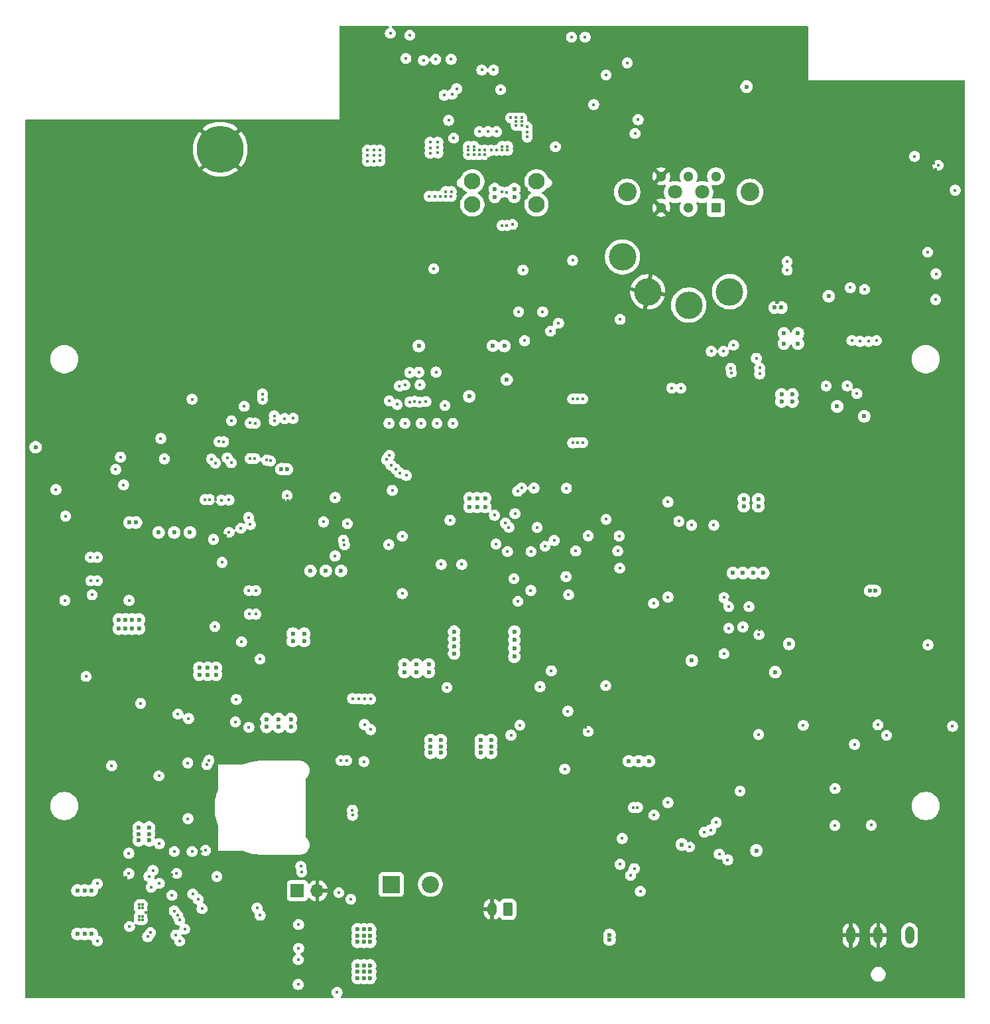
<source format=gbr>
%TF.GenerationSoftware,KiCad,Pcbnew,9.0.0*%
%TF.CreationDate,2025-03-07T13:19:32+01:00*%
%TF.ProjectId,Flatburn_V4,466c6174-6275-4726-9e5f-56342e6b6963,1*%
%TF.SameCoordinates,Original*%
%TF.FileFunction,Copper,L2,Inr*%
%TF.FilePolarity,Positive*%
%FSLAX46Y46*%
G04 Gerber Fmt 4.6, Leading zero omitted, Abs format (unit mm)*
G04 Created by KiCad (PCBNEW 9.0.0) date 2025-03-07 13:19:32*
%MOMM*%
%LPD*%
G01*
G04 APERTURE LIST*
G04 Aperture macros list*
%AMRoundRect*
0 Rectangle with rounded corners*
0 $1 Rounding radius*
0 $2 $3 $4 $5 $6 $7 $8 $9 X,Y pos of 4 corners*
0 Add a 4 corners polygon primitive as box body*
4,1,4,$2,$3,$4,$5,$6,$7,$8,$9,$2,$3,0*
0 Add four circle primitives for the rounded corners*
1,1,$1+$1,$2,$3*
1,1,$1+$1,$4,$5*
1,1,$1+$1,$6,$7*
1,1,$1+$1,$8,$9*
0 Add four rect primitives between the rounded corners*
20,1,$1+$1,$2,$3,$4,$5,0*
20,1,$1+$1,$4,$5,$6,$7,0*
20,1,$1+$1,$6,$7,$8,$9,0*
20,1,$1+$1,$8,$9,$2,$3,0*%
G04 Aperture macros list end*
%TA.AperFunction,ComponentPad*%
%ADD10C,3.500000*%
%TD*%
%TA.AperFunction,ComponentPad*%
%ADD11C,2.100000*%
%TD*%
%TA.AperFunction,ComponentPad*%
%ADD12R,1.700000X1.700000*%
%TD*%
%TA.AperFunction,ComponentPad*%
%ADD13O,1.700000X1.700000*%
%TD*%
%TA.AperFunction,ComponentPad*%
%ADD14O,1.108000X2.216000*%
%TD*%
%TA.AperFunction,ComponentPad*%
%ADD15R,2.175000X2.175000*%
%TD*%
%TA.AperFunction,ComponentPad*%
%ADD16C,2.175000*%
%TD*%
%TA.AperFunction,ComponentPad*%
%ADD17RoundRect,0.250000X0.350000X0.625000X-0.350000X0.625000X-0.350000X-0.625000X0.350000X-0.625000X0*%
%TD*%
%TA.AperFunction,ComponentPad*%
%ADD18O,1.200000X1.750000*%
%TD*%
%TA.AperFunction,ComponentPad*%
%ADD19C,2.400000*%
%TD*%
%TA.AperFunction,ComponentPad*%
%ADD20C,1.800000*%
%TD*%
%TA.AperFunction,ComponentPad*%
%ADD21R,1.300000X1.300000*%
%TD*%
%TA.AperFunction,ComponentPad*%
%ADD22C,1.300000*%
%TD*%
%TA.AperFunction,ComponentPad*%
%ADD23C,6.000000*%
%TD*%
%TA.AperFunction,ViaPad*%
%ADD24C,0.600000*%
%TD*%
%TA.AperFunction,ViaPad*%
%ADD25C,0.400000*%
%TD*%
G04 APERTURE END LIST*
D10*
%TO.N,unconnected-(SW1-Pad1)*%
%TO.C,SW1*%
X150626207Y-121909997D03*
%TO.N,GND_DIGITAL*%
X145399612Y-120215807D03*
%TO.N,Net-(R53-Pad2)*%
X142167028Y-115773063D03*
%TO.N,unconnected-(SW1-Pad10)*%
X155850431Y-120208511D03*
%TD*%
D11*
%TO.N,Net-(C2-Pad1)*%
%TO.C,J3*%
X123000000Y-106140000D03*
X131200000Y-106140000D03*
X131200000Y-109080000D03*
X123000000Y-109080000D03*
%TD*%
D12*
%TO.N,/03 - POWER/TS*%
%TO.C,J8*%
X100660000Y-196620000D03*
D13*
%TO.N,GND_DIGITAL*%
X103200000Y-196620000D03*
%TD*%
D14*
%TO.N,VSOLAR*%
%TO.C,J2*%
X178830000Y-202300000D03*
%TO.N,GND_DIGITAL*%
X174830000Y-202300000D03*
X171330000Y-202300000D03*
%TD*%
D15*
%TO.N,Net-(J4-Pin_1)*%
%TO.C,J4*%
X112645000Y-195820000D03*
D16*
%TO.N,Net-(J4-Pin_2)*%
X117645000Y-195820000D03*
%TD*%
D17*
%TO.N,Net-(J1-Pin_1)*%
%TO.C,J1*%
X127530000Y-199000000D03*
D18*
%TO.N,GND_DIGITAL*%
X125530000Y-199000000D03*
%TD*%
D19*
%TO.N,*%
%TO.C,SW2*%
X158460000Y-107490000D03*
D20*
X152360000Y-107490000D03*
X148860000Y-107490000D03*
D19*
X142760000Y-107490000D03*
D21*
%TO.N,unconnected-(SW2-A1-Pad1)*%
X154110000Y-109490000D03*
D22*
%TO.N,Net-(R53-Pad2)*%
X150610000Y-109490000D03*
%TO.N,GND_DIGITAL*%
X147110000Y-109490000D03*
%TO.N,unconnected-(SW2-A2-Pad4)*%
X154110000Y-105490000D03*
%TO.N,Net-(R53-Pad2)*%
X150610000Y-105490000D03*
%TO.N,GND_DIGITAL*%
X147110000Y-105490000D03*
%TD*%
D23*
%TO.N,GND_DIGITAL*%
%TO.C,OBJ1*%
X90810000Y-102030000D03*
%TD*%
D24*
%TO.N,3V3*%
X98275000Y-175720000D03*
D25*
X135010000Y-145280000D03*
X93422081Y-150390000D03*
X97700000Y-136640000D03*
X86270000Y-201510000D03*
D24*
X67230000Y-140050000D03*
X96720000Y-174730000D03*
X142990000Y-180100000D03*
D25*
X141870000Y-123730000D03*
D24*
X96720000Y-175720000D03*
D25*
X92740000Y-175080000D03*
D24*
X162472500Y-133321527D03*
D25*
X118310000Y-90560000D03*
D24*
X114320000Y-167740000D03*
X120680000Y-163580000D03*
D25*
X128910000Y-122770000D03*
X155740000Y-163130000D03*
D24*
X144265000Y-180100000D03*
D25*
X155730000Y-160380000D03*
D24*
X120680000Y-166350000D03*
X99830000Y-174730000D03*
D25*
X134970000Y-156550000D03*
D24*
X117430000Y-167740000D03*
D25*
X148450000Y-132491527D03*
D24*
X98275000Y-174730000D03*
D25*
X95890000Y-167060000D03*
D24*
X163872500Y-133321527D03*
D25*
X130870000Y-145240000D03*
X146200000Y-186970000D03*
X87218085Y-191620000D03*
X112530000Y-87220000D03*
D24*
X158015000Y-94045000D03*
D25*
X156370000Y-127011527D03*
X116754000Y-90681895D03*
X92240000Y-136660000D03*
X120290000Y-90560000D03*
D24*
X120680000Y-164503333D03*
D25*
X141820000Y-155460000D03*
X143190000Y-194670000D03*
D24*
X127380000Y-131410000D03*
D25*
X142130000Y-189960000D03*
D24*
X114320000Y-168730000D03*
D25*
X141750000Y-151370000D03*
X129460000Y-117440000D03*
D24*
X115875000Y-167740000D03*
X117430000Y-168730000D03*
D25*
X97230000Y-141790000D03*
X131980000Y-122770000D03*
D24*
X145540000Y-180100000D03*
D25*
X88922088Y-191474478D03*
D24*
X120680000Y-165426667D03*
D25*
X96740000Y-141690000D03*
D24*
X162472500Y-134221527D03*
D25*
X146140000Y-159960000D03*
D24*
X99830000Y-175720000D03*
D25*
X86770000Y-174660000D03*
X149610000Y-132521527D03*
X94460000Y-175770000D03*
X135655000Y-87721396D03*
X84940000Y-191620000D03*
X92860000Y-172220000D03*
X137790000Y-151350000D03*
D24*
X115875000Y-168730000D03*
X163872500Y-134221527D03*
D25*
%TO.N,VSOLAR*%
X85640000Y-203060000D03*
D24*
X108360000Y-206960000D03*
X109940000Y-207760000D03*
X108360000Y-206160000D03*
X109150000Y-206160000D03*
X109150000Y-206960000D03*
X108360000Y-207760000D03*
X109940000Y-206960000D03*
X109940000Y-206160000D03*
X109150000Y-207760000D03*
%TO.N,GND_DIGITAL*%
X88950000Y-173310000D03*
X90750000Y-173310000D03*
D25*
X70590000Y-115160000D03*
X149370000Y-154322000D03*
D24*
X171190000Y-161380000D03*
D25*
X89550000Y-153380000D03*
D24*
X86520000Y-185880000D03*
D25*
X139910000Y-173540000D03*
X125000000Y-97260000D03*
D24*
X182929800Y-136215000D03*
D25*
X171470000Y-128391527D03*
X136250000Y-158920000D03*
D24*
X106130000Y-159870000D03*
D25*
X150390000Y-96970000D03*
D24*
X180090000Y-153630000D03*
D25*
X167640000Y-179230000D03*
D24*
X172250000Y-149110000D03*
D25*
X128070000Y-116120000D03*
X126075000Y-97260000D03*
X156390000Y-191280000D03*
X66870000Y-167089204D03*
D24*
X115237095Y-114682911D03*
D25*
X150390000Y-95620000D03*
X127900000Y-145700000D03*
X133545000Y-160920000D03*
X146290000Y-194620000D03*
X127900000Y-97200000D03*
D24*
X73160000Y-193030000D03*
D25*
X110410000Y-88032500D03*
X125000000Y-98375000D03*
X109610000Y-88740834D03*
X86080000Y-191620000D03*
X91640000Y-165440000D03*
X182585000Y-106671600D03*
D24*
X155580000Y-195850000D03*
D25*
X156550251Y-162970000D03*
X122200000Y-98620000D03*
X67600000Y-172820000D03*
D24*
X159830000Y-123770000D03*
D25*
X104550000Y-192980000D03*
X92420000Y-159864208D03*
D24*
X164830000Y-168510000D03*
D25*
X130600000Y-178470000D03*
X129300000Y-96704879D03*
X70590000Y-109550000D03*
D24*
X164790000Y-156960000D03*
X182929800Y-135370000D03*
X84140000Y-155640000D03*
D25*
X161960000Y-159693333D03*
X183271000Y-106641600D03*
X86700000Y-190620000D03*
X152374235Y-159241995D03*
X92520000Y-169230000D03*
X161950000Y-158620000D03*
D24*
X120657095Y-126072911D03*
D25*
X98290000Y-151170000D03*
D24*
X125700000Y-110820000D03*
D25*
X126140000Y-114820000D03*
X182161000Y-104621600D03*
X151390000Y-96970000D03*
X122200000Y-99720000D03*
X128250000Y-170250000D03*
X134010000Y-169140000D03*
X154300000Y-194780000D03*
D24*
X161910000Y-121475000D03*
D25*
X109610000Y-89432500D03*
X177300000Y-178980000D03*
X133850000Y-99270000D03*
X93750000Y-169230000D03*
X141010000Y-194670000D03*
X140700000Y-187480000D03*
X170222500Y-192650000D03*
X119750000Y-160995000D03*
X128600000Y-96704879D03*
D24*
X68350000Y-148330000D03*
X125610000Y-130620000D03*
D25*
X135800000Y-185530000D03*
X66870000Y-167639204D03*
X95370000Y-151123550D03*
D24*
X75220000Y-194818208D03*
D25*
X69150000Y-108750000D03*
X98940000Y-146790000D03*
X135790000Y-187460000D03*
X95920000Y-153280000D03*
X132860000Y-150910000D03*
D24*
X167820000Y-126630000D03*
D25*
X185270000Y-175630000D03*
X67600000Y-176820000D03*
X158310000Y-179250000D03*
D24*
X181180000Y-116370000D03*
D25*
X93140000Y-169840000D03*
D24*
X100150000Y-159870000D03*
D25*
X99320000Y-192970000D03*
X155820000Y-159430000D03*
X77006667Y-149943333D03*
X180941000Y-106811600D03*
X94830000Y-165280000D03*
X185391000Y-103811966D03*
X138150000Y-158040000D03*
X88340000Y-191620000D03*
X69150000Y-104990000D03*
D24*
X93600000Y-166670000D03*
X75220000Y-191618208D03*
D25*
X172182500Y-179250000D03*
X140033000Y-167450000D03*
D24*
X79895000Y-207270000D03*
X138790000Y-202970000D03*
D25*
X69150000Y-101330000D03*
X165712500Y-192700000D03*
D24*
X168590000Y-165400000D03*
X79200000Y-203820000D03*
D25*
X125100000Y-103250000D03*
X162000000Y-160766667D03*
X178540000Y-166680000D03*
X151390000Y-98320000D03*
X148480000Y-127921527D03*
D24*
X180800000Y-111180000D03*
D25*
X96440000Y-146790000D03*
X168220000Y-179280000D03*
X182188203Y-115168203D03*
X131960000Y-149370000D03*
X158320000Y-159420000D03*
D24*
X145420000Y-94670000D03*
D25*
X153650644Y-163550644D03*
X178540000Y-162110000D03*
D24*
X177840000Y-159500000D03*
X127786000Y-194906000D03*
D25*
X135585000Y-102495000D03*
X159600000Y-163320000D03*
X129300000Y-97200000D03*
X99450000Y-146790000D03*
X72030000Y-155640000D03*
X175750000Y-175480000D03*
X183256000Y-102351600D03*
X155245837Y-181776250D03*
X124710000Y-153390000D03*
X73975000Y-160815000D03*
X138430000Y-131980000D03*
X150390000Y-98320000D03*
D24*
X88050000Y-173310000D03*
X104635000Y-159870000D03*
D25*
X127780000Y-158280000D03*
X109610000Y-88049168D03*
X91501437Y-151300000D03*
D24*
X179460000Y-156960000D03*
D25*
X85390000Y-169460000D03*
X133340000Y-149030000D03*
X98440000Y-146790000D03*
X139298000Y-151960000D03*
D24*
X132600000Y-93320000D03*
D25*
X127800000Y-155270000D03*
D24*
X82050000Y-155640000D03*
X182929800Y-137060000D03*
D25*
X146170000Y-189660000D03*
D24*
X160690000Y-123775000D03*
D25*
X123925000Y-97260000D03*
D24*
X133900000Y-95575000D03*
D25*
X111210000Y-89415832D03*
D24*
X155190000Y-96020000D03*
D25*
X111210000Y-88724166D03*
D24*
X120050000Y-113940000D03*
D25*
X132692057Y-171280000D03*
X128180000Y-119970000D03*
X122200000Y-99170000D03*
D24*
X173120000Y-161390000D03*
X81700000Y-199920000D03*
X176430000Y-157840000D03*
D25*
X92520000Y-170460000D03*
X150591168Y-190281168D03*
X68365000Y-149865000D03*
X97940000Y-146790000D03*
X102110000Y-183920000D03*
D24*
X156600000Y-195850000D03*
D25*
X153567128Y-186627023D03*
X110410000Y-88724166D03*
X168232500Y-192660000D03*
X151420000Y-194780000D03*
X128170000Y-125140000D03*
X159005000Y-132906527D03*
X71310000Y-155640000D03*
X93750000Y-170460000D03*
X93262799Y-176077201D03*
X81280000Y-199365709D03*
X119430000Y-151780000D03*
X178540000Y-163230000D03*
D24*
X91650000Y-173310000D03*
X129850000Y-108110000D03*
D25*
X92510000Y-180220000D03*
X181911000Y-103851600D03*
D24*
X124340000Y-104720000D03*
X103140000Y-159870000D03*
X166630000Y-165390000D03*
D25*
X132600000Y-103520000D03*
D24*
X112820000Y-126072911D03*
D25*
X130075000Y-113460000D03*
X83260000Y-175330000D03*
X151986250Y-181776250D03*
X95510000Y-194930000D03*
X72070000Y-148820000D03*
D24*
X79950000Y-155640000D03*
D25*
X145880000Y-188680000D03*
X86700000Y-189020000D03*
D24*
X180620000Y-108979999D03*
D25*
X102310000Y-146280000D03*
X79920000Y-139680000D03*
D24*
X125620000Y-124670000D03*
D25*
X156350000Y-190280000D03*
X75670000Y-160860000D03*
X88940000Y-151620000D03*
X142693853Y-186660000D03*
D24*
X179155000Y-150075000D03*
D25*
X128600000Y-96209757D03*
X93638916Y-157001098D03*
X86200000Y-203740000D03*
D24*
X134150000Y-114010000D03*
D25*
X74040000Y-174010000D03*
X145780000Y-132000000D03*
D24*
X167930000Y-157840000D03*
X119000000Y-100220000D03*
X76345000Y-197865000D03*
D25*
X130980000Y-156210000D03*
X183670000Y-96180000D03*
X83161497Y-176021497D03*
D24*
X164190000Y-153940000D03*
X89850000Y-173310000D03*
D25*
X68720000Y-110070000D03*
X130460000Y-159368000D03*
X137487758Y-175760000D03*
D24*
X128400000Y-195395000D03*
X81700000Y-198830258D03*
D25*
X98760000Y-165860000D03*
X144890000Y-93120000D03*
X135590000Y-103520000D03*
X178540000Y-160920000D03*
X110410000Y-89415832D03*
X149390000Y-96970000D03*
X122200000Y-97420000D03*
X87230000Y-201840000D03*
X166218507Y-175520000D03*
X140530000Y-124210000D03*
X115620000Y-109000000D03*
D24*
X119057095Y-114682911D03*
D25*
X160090000Y-166965000D03*
X129000000Y-152590000D03*
X128600000Y-97200000D03*
X178540000Y-164380000D03*
D24*
X148180000Y-195870000D03*
X82200000Y-199385709D03*
X139390000Y-202370000D03*
D25*
X133850000Y-100270000D03*
X125000000Y-96150000D03*
D24*
X135075000Y-91645000D03*
D25*
X91370000Y-194920000D03*
X139060000Y-173820000D03*
X155060000Y-131011527D03*
D24*
X164222500Y-180890000D03*
D25*
X132660000Y-119970000D03*
X129300000Y-96209757D03*
X148914235Y-154794235D03*
X90340000Y-152920000D03*
X84670000Y-170800000D03*
X95575596Y-146790000D03*
X103310000Y-184150000D03*
X130060000Y-176050000D03*
D24*
X167290000Y-165390000D03*
D25*
X73200000Y-153021000D03*
X83370000Y-181300000D03*
X130410000Y-119970000D03*
X143080000Y-191620000D03*
D24*
X79900000Y-209819000D03*
D25*
X93440000Y-194910000D03*
X149390000Y-98320000D03*
X159210000Y-127721527D03*
X157190000Y-184920000D03*
X151390000Y-95620000D03*
D24*
X156690000Y-96520000D03*
D25*
X156000000Y-165830000D03*
X170202500Y-179260000D03*
D24*
X75220000Y-193218208D03*
D25*
X161990000Y-161840000D03*
X151170000Y-172555000D03*
D24*
X92690000Y-166670000D03*
D25*
X66310000Y-167639204D03*
X97680000Y-165860000D03*
X85390000Y-168910000D03*
X121605000Y-91870000D03*
D24*
X86340000Y-155640000D03*
X129850000Y-107110000D03*
D25*
X149630000Y-127921527D03*
X151760000Y-165780000D03*
D24*
X165125000Y-150075000D03*
D25*
X85950000Y-168910000D03*
D24*
X165210000Y-108960000D03*
D25*
X134025000Y-168563000D03*
X87940000Y-146790000D03*
X102620000Y-187710000D03*
X78940000Y-175330000D03*
X91760000Y-159864208D03*
X150080000Y-154412000D03*
X86190000Y-141490000D03*
X66310000Y-167089204D03*
X78760000Y-194940000D03*
X84640000Y-194582891D03*
D24*
X127800000Y-194245000D03*
D25*
X157310000Y-127011527D03*
X76460000Y-148270000D03*
X178540000Y-165530000D03*
D24*
X127800000Y-193595000D03*
X101645000Y-159870000D03*
D25*
X99940000Y-146790000D03*
D24*
X128600000Y-189420000D03*
D25*
X131040000Y-154810000D03*
X122200000Y-98120000D03*
X92900000Y-154200000D03*
X81600000Y-172670000D03*
D24*
X85480000Y-183170000D03*
D25*
X181170000Y-117880000D03*
X119210000Y-154220000D03*
X90170000Y-146710000D03*
X85950000Y-169460000D03*
D24*
X75220000Y-190018208D03*
D25*
X149390000Y-95620000D03*
D24*
X151000000Y-171080000D03*
D25*
X147620000Y-131151527D03*
X111210000Y-88032500D03*
X156320000Y-131221527D03*
X172222500Y-192620000D03*
X164222500Y-192730000D03*
X154780000Y-157460000D03*
X128459901Y-91879901D03*
%TO.N,VUSB*%
X129300000Y-98510121D03*
X119600000Y-108020000D03*
X126116666Y-102150000D03*
X129300000Y-98015000D03*
X120291668Y-108020000D03*
X120308336Y-107420000D03*
X126808332Y-102150000D03*
X129300000Y-99005243D03*
X119616668Y-107420000D03*
X130000000Y-100470000D03*
X125425000Y-102150000D03*
D24*
X128350000Y-107110000D03*
D25*
X127500000Y-102150000D03*
X130000000Y-99820000D03*
X118908334Y-108020000D03*
X126808332Y-101659757D03*
X128600000Y-98015000D03*
X127500000Y-101659757D03*
X118216668Y-108020000D03*
D24*
X128350000Y-108110000D03*
D25*
X128600000Y-99005243D03*
X128600000Y-98510121D03*
X127900000Y-98015000D03*
D24*
X125860000Y-108110000D03*
D25*
X130000000Y-99170000D03*
X117500000Y-108020000D03*
D24*
X125860000Y-107110000D03*
D25*
%TO.N,CC2*%
X128125000Y-111625000D03*
X133620000Y-101700000D03*
%TO.N,LDO_3V3*%
X120400000Y-95020000D03*
X119970000Y-98340000D03*
X126600000Y-94420000D03*
X124200000Y-91920000D03*
X125700000Y-91920000D03*
%TO.N,/03 - POWER/VUSB_PD*%
X110410000Y-103532500D03*
X124575000Y-102150000D03*
X109610000Y-102840834D03*
X122505000Y-102710000D03*
D24*
X109940000Y-203150000D03*
D25*
X118600000Y-102503332D03*
X110410000Y-102840834D03*
D24*
X109940000Y-201550000D03*
D25*
X117600000Y-102519998D03*
X123196668Y-102710000D03*
X109610000Y-103532500D03*
X111210000Y-103515832D03*
X123191668Y-101659757D03*
X117600000Y-101828332D03*
D24*
X108360000Y-201550000D03*
D25*
X110410000Y-102149168D03*
D24*
X108360000Y-202350000D03*
D25*
X111210000Y-102824166D03*
D24*
X109940000Y-202350000D03*
X109150000Y-201550000D03*
X109150000Y-203150000D03*
D25*
X111210000Y-102132500D03*
X85130000Y-202270000D03*
X109610000Y-102149168D03*
X123191668Y-102150000D03*
X117600000Y-101136666D03*
X122500000Y-101659757D03*
D24*
X109150000Y-202350000D03*
D25*
X118600000Y-101120000D03*
X122500000Y-102150000D03*
X123888334Y-102710000D03*
D24*
X108360000Y-203150000D03*
D25*
X118600000Y-101811666D03*
X123883334Y-102150000D03*
X124580000Y-102710000D03*
%TO.N,Net-(U2-SW1)*%
X80903750Y-199885709D03*
D24*
X74407500Y-202140709D03*
X73493750Y-202140709D03*
D25*
X80490000Y-200295709D03*
D24*
X72580000Y-202140709D03*
D25*
X80490000Y-199885709D03*
X80903750Y-200295709D03*
%TO.N,Net-(U2-BTST1)*%
X81538668Y-202479872D03*
X75100000Y-203020000D03*
D24*
%TO.N,Net-(U2-SW2)*%
X72580000Y-196595709D03*
X74407500Y-196595709D03*
X73493750Y-196595709D03*
D25*
X80466250Y-198825709D03*
X80880000Y-198415709D03*
X80466250Y-198415709D03*
X80880000Y-198825709D03*
%TO.N,Net-(U2-BTST2)*%
X75100000Y-195720000D03*
X81980000Y-196180000D03*
%TO.N,/03 - POWER/REGN*%
X137100000Y-139450000D03*
X140075000Y-92545000D03*
X86690000Y-187430000D03*
X83030000Y-195680000D03*
X85232354Y-194417646D03*
X79140000Y-194440000D03*
X81910000Y-201980000D03*
X101100000Y-193520000D03*
X86660000Y-180320000D03*
X137100000Y-133870000D03*
D24*
%TO.N,VBAT*%
X125400000Y-178205000D03*
X81720000Y-190190000D03*
X124070000Y-179020000D03*
X117660000Y-177390000D03*
X80400000Y-189375000D03*
X117660000Y-179020000D03*
X80400000Y-190190000D03*
X117660000Y-178205000D03*
X118980000Y-177390000D03*
X118980000Y-179020000D03*
X124070000Y-177390000D03*
X81730000Y-189375000D03*
X124070000Y-178205000D03*
X125390000Y-177390000D03*
X81720000Y-188560000D03*
X118990000Y-178205000D03*
X80400000Y-188560000D03*
X125390000Y-179020000D03*
D25*
%TO.N,VSYS*%
X76950000Y-180680000D03*
X85410000Y-174090000D03*
%TO.N,Net-(Q7-G)*%
X80650000Y-172720000D03*
X135800000Y-139500000D03*
X135800000Y-133870000D03*
X135800000Y-116210000D03*
D24*
%TO.N,VSYS#*%
X79570000Y-163200000D03*
X90280000Y-169070000D03*
X101520000Y-164780000D03*
X88140000Y-169070000D03*
X89210000Y-169070000D03*
D25*
X75130000Y-157080000D03*
D24*
X100070000Y-163830000D03*
X88140000Y-168200000D03*
X89210000Y-168200000D03*
X77850000Y-162030000D03*
X101520000Y-163830000D03*
X80430000Y-162030000D03*
X80430000Y-163200000D03*
D25*
X79180000Y-159590000D03*
X70970000Y-159580000D03*
D24*
X79570000Y-162030000D03*
D25*
X95360000Y-161340000D03*
D24*
X78710000Y-163200000D03*
X100070000Y-164780000D03*
X78710000Y-162030000D03*
X77850000Y-163200000D03*
X90280000Y-168200000D03*
D25*
X94510000Y-161340000D03*
X74280000Y-157080000D03*
X90130000Y-162920000D03*
%TO.N,Net-(U3-VBUS)*%
X88480000Y-198910000D03*
X95510000Y-198830000D03*
D24*
%TO.N,Net-(U5-ISP)*%
X106230000Y-155810000D03*
X102320000Y-155810000D03*
X104275000Y-155810000D03*
D25*
X95340000Y-158330000D03*
X94480000Y-158330000D03*
%TO.N,Net-(U6-ISP)*%
X75100000Y-154080000D03*
X74240000Y-154080000D03*
D24*
X84940000Y-150920000D03*
X86945000Y-150920000D03*
X82935000Y-150920000D03*
%TO.N,3V3#*%
X128360000Y-166760000D03*
X128360000Y-165693333D03*
D25*
X128300000Y-156810000D03*
X131270000Y-150270000D03*
X130465000Y-158313000D03*
X127490000Y-153350000D03*
X137780000Y-176300000D03*
X120150000Y-149351000D03*
X127945000Y-176775000D03*
X125830000Y-148710000D03*
X140033000Y-170460000D03*
X133075000Y-168573000D03*
X130490000Y-153350000D03*
X135290000Y-158860000D03*
D24*
X128360000Y-164626667D03*
D25*
X126020000Y-152390000D03*
D24*
X128360000Y-163560000D03*
D25*
X131630000Y-170600000D03*
X140080000Y-149240000D03*
D24*
%TO.N,3V3_GPS*%
X162772500Y-126821527D03*
X161585000Y-122225000D03*
D25*
X163200000Y-117460000D03*
D24*
X162455000Y-122225000D03*
D25*
X155060000Y-127801527D03*
D24*
X164572500Y-126821527D03*
D25*
X153497500Y-127814027D03*
D24*
X169580000Y-134841527D03*
D25*
X182200000Y-117920000D03*
D24*
X164572500Y-125521527D03*
D25*
X182148203Y-121210000D03*
D24*
X162772500Y-125521527D03*
D25*
X181140000Y-115170000D03*
X171457672Y-126420000D03*
X163190000Y-116380000D03*
X159270000Y-128691527D03*
X179461000Y-102931600D03*
X174600000Y-126417672D03*
%TO.N,3V3_QWICC*%
X144450000Y-196710000D03*
D24*
X140520000Y-202270000D03*
D25*
X144080000Y-185990000D03*
D24*
X140520000Y-202880000D03*
D25*
X143580000Y-186000000D03*
%TO.N,5V#*%
X158320000Y-160385644D03*
X181180000Y-165260000D03*
D24*
X163440000Y-165140000D03*
X156250000Y-156092000D03*
D25*
X155610000Y-192690000D03*
D24*
X159262500Y-191490000D03*
X173800000Y-158350000D03*
D25*
X157190000Y-183900000D03*
D24*
X158850000Y-156092000D03*
D25*
X159590000Y-163940000D03*
D24*
X157550000Y-156092000D03*
X174440001Y-158350001D03*
X149750000Y-190730000D03*
X160150000Y-156092000D03*
D25*
X154522973Y-191947027D03*
%TO.N,5V*%
X147970000Y-147030000D03*
D24*
X159510000Y-146660000D03*
D25*
X147970000Y-185380000D03*
D24*
X157670000Y-147590000D03*
X123620000Y-146550000D03*
D25*
X147970000Y-159160000D03*
D24*
X124630000Y-147670000D03*
X159510000Y-147590000D03*
X122630000Y-147670000D03*
D25*
X105470000Y-153920000D03*
D24*
X124630000Y-146550000D03*
X122630000Y-146550000D03*
X123620000Y-147670000D03*
X157670000Y-146660000D03*
D25*
X105470000Y-146460000D03*
%TO.N,/05 - MCU/uC_MODE*%
X112040000Y-141620000D03*
X134010000Y-124210000D03*
X132980000Y-125240000D03*
X92210000Y-142020000D03*
%TO.N,/05 - MCU/uC_RST*%
X112410000Y-141066000D03*
X91710000Y-141400000D03*
%TO.N,Net-(J10-VDD)*%
X114400000Y-136990006D03*
X112360000Y-136990006D03*
X116167095Y-130472911D03*
X112380000Y-134120000D03*
D24*
X127100000Y-127120000D03*
D25*
X120520000Y-136990006D03*
D24*
X122600000Y-133550000D03*
D25*
X116440000Y-136990006D03*
D24*
X116170000Y-127120000D03*
D25*
X115642641Y-134171350D03*
X118480000Y-136990006D03*
D24*
X125620000Y-127100000D03*
%TO.N,Net-(C115-+)*%
X173030200Y-136090000D03*
X168510000Y-120780000D03*
D25*
%TO.N,GPS_VCC_RF*%
X184651000Y-107251600D03*
X182471000Y-104071600D03*
%TO.N,/07 - SENSORS/3V3#_NOISE_AN*%
X132280000Y-152680000D03*
X128810000Y-159700000D03*
D24*
%TO.N,5V_AN*%
X151020000Y-167265000D03*
D25*
X174790000Y-175460000D03*
D24*
X161670000Y-168740000D03*
D25*
X165258507Y-175520000D03*
X184310000Y-175650000D03*
%TO.N,Net-(Q2-G)*%
X100754892Y-205413188D03*
X100761217Y-208583978D03*
%TO.N,Net-(Q4-G)*%
X100820000Y-200940000D03*
X100820000Y-203970000D03*
%TO.N,USB_D+*%
X126800000Y-111750000D03*
X126800000Y-107500000D03*
%TO.N,USB_D-*%
X127400000Y-111750000D03*
X127401515Y-107501515D03*
%TO.N,PT1000+*%
X175880000Y-176800000D03*
X173930000Y-188270000D03*
%TO.N,SENSOR2_AUX*%
X169280000Y-188280000D03*
X171790000Y-177950000D03*
%TO.N,SENSOR1_WE*%
X159550000Y-176690000D03*
X169320000Y-183580000D03*
%TO.N,/03 - POWER/TS*%
X84639999Y-197202183D03*
X101200000Y-194220000D03*
%TO.N,/05 - MCU/LED_G_nEN*%
X77460000Y-142870000D03*
X78470000Y-144840000D03*
%TO.N,/05 - MCU/LED_DI*%
X144170000Y-98250000D03*
X88857445Y-146710119D03*
%TO.N,EN_3V3_GPS*%
X172100000Y-133201527D03*
X100130000Y-136360000D03*
X96200000Y-133260000D03*
X83220000Y-138920000D03*
%TO.N,IMU_INT*%
X91920000Y-146770000D03*
X112791000Y-145540000D03*
%TO.N,NOISE_INT*%
X91939500Y-150890000D03*
X106530000Y-151890000D03*
%TO.N,ADC_SPI_SCK*%
X89690000Y-141550000D03*
X112610000Y-142310000D03*
%TO.N,EN_3V3#*%
X114058000Y-158722000D03*
X119750000Y-170690000D03*
X78068947Y-141309937D03*
X114060000Y-151400000D03*
D24*
%TO.N,4V_PARTICLE*%
X99350000Y-142850000D03*
X79210000Y-149650000D03*
X98620000Y-142840000D03*
X80050000Y-149650000D03*
D25*
%TO.N,ADC_SPI_MISO*%
X83680000Y-141520000D03*
X113717592Y-143330000D03*
%TO.N,/05 - MCU/LED_SCL*%
X89457448Y-146710119D03*
X143780000Y-100020000D03*
%TO.N,UART_TX_GPS*%
X91240000Y-139340425D03*
X97701289Y-136039999D03*
X156070000Y-130571527D03*
%TO.N,I2C_SCL*%
X95242264Y-141480007D03*
X129282498Y-145235999D03*
X89100000Y-180540000D03*
X95270000Y-136980000D03*
X105960000Y-196860000D03*
X107700000Y-172110000D03*
X106226091Y-180016091D03*
X87300000Y-197040000D03*
X107490000Y-197700000D03*
X152638171Y-189144284D03*
X143680000Y-193800000D03*
%TO.N,ADC_SPI_MOSI*%
X113230000Y-142830000D03*
X90176446Y-142050000D03*
%TO.N,UART_RX_GPS*%
X156010000Y-129961527D03*
X93870000Y-134820000D03*
X90640063Y-139331561D03*
%TO.N,nUSB_SINK_EN*%
X107040000Y-149795304D03*
X99340255Y-146200119D03*
X129676000Y-126456000D03*
X120610000Y-100610000D03*
X104000000Y-149570000D03*
%TO.N,EN_3V3_QWICC*%
X109155000Y-180145000D03*
X112330000Y-152460000D03*
X94650000Y-149900000D03*
X134800000Y-181110000D03*
%TO.N,EN_5V*%
X87210000Y-133920000D03*
X99020000Y-136390000D03*
X96220000Y-133920000D03*
X149370000Y-149492000D03*
%TO.N,I2C_SDA*%
X108473333Y-172160000D03*
X94620000Y-136960000D03*
X128790000Y-145660000D03*
X94642264Y-141478240D03*
X87980000Y-197720000D03*
X89370000Y-179990000D03*
X141860000Y-193260000D03*
X106970000Y-180000000D03*
X153410451Y-188884695D03*
%TO.N,/05 - MCU/BUZZER_PWM*%
X69830000Y-145450000D03*
X94430000Y-148990000D03*
%TO.N,ADC_nDRDY*%
X114555919Y-143632000D03*
X90957488Y-146793704D03*
%TO.N,Net-(J10-PadCD)*%
X113697095Y-132242911D03*
X118067095Y-117272911D03*
X113397095Y-134592911D03*
%TO.N,Net-(J10-CMD)*%
X116257095Y-134310328D03*
X116322095Y-132077911D03*
%TO.N,Net-(J10-CD{slash}DAT3)*%
X118367095Y-130452911D03*
X117077095Y-134222911D03*
%TO.N,Net-(J10-CLK)*%
X115007095Y-134270000D03*
X115007095Y-130512911D03*
%TO.N,Net-(J10-DATA0)*%
X114387095Y-132102911D03*
X119510000Y-134722911D03*
%TO.N,Net-(LD2-B)*%
X114520000Y-90430000D03*
X115010000Y-87490000D03*
%TO.N,Net-(LD3-R)*%
X137400000Y-87720000D03*
X142790000Y-91010000D03*
%TO.N,Net-(MOD1-RXD{slash}SPI_MOSI)*%
X173077217Y-119917216D03*
X171260000Y-119690000D03*
%TO.N,Net-(U2-~{QON})*%
X90380000Y-194800000D03*
X84941130Y-199201429D03*
X82980000Y-181960000D03*
X73680000Y-169280000D03*
%TO.N,/03 - POWER/STAT*%
X79220000Y-201190000D03*
X136400000Y-133870000D03*
X136400000Y-139450000D03*
X138492028Y-96327972D03*
%TO.N,Net-(Q13-G)*%
X168172500Y-132221527D03*
X170872500Y-132221527D03*
%TO.N,Net-(Q15-G)*%
X150990000Y-149992000D03*
X153830000Y-150002000D03*
%TO.N,Net-(Q18-D)*%
X121652500Y-154997500D03*
X119030000Y-154997500D03*
%TO.N,Net-(U1-CAP_MIS)*%
X121003630Y-94300000D03*
X119400000Y-95132527D03*
%TO.N,Net-(U2-ACDRV1)*%
X85360000Y-199760000D03*
X105736000Y-209594000D03*
%TO.N,Net-(U2-ACDRV2)*%
X95910000Y-199760000D03*
X85611791Y-200368209D03*
%TO.N,Net-(U2-~{INT})*%
X81720000Y-194800000D03*
X79140000Y-191850000D03*
%TO.N,Net-(U2-PROG)*%
X82210000Y-194040000D03*
X83039000Y-190620000D03*
%TO.N,Net-(U5-MODE)*%
X93530000Y-164870000D03*
X91042115Y-154740000D03*
%TO.N,Net-(U6-MODE)*%
X74448000Y-158868000D03*
X71060000Y-148830000D03*
%TO.N,NOISE_AN*%
X136200000Y-153280000D03*
X89940000Y-151800000D03*
X141560000Y-153280000D03*
X106670000Y-152480000D03*
%TO.N,/06 - GPS-LTE/GPS_TXD*%
X159690000Y-129931527D03*
X172477672Y-126540000D03*
%TO.N,/06 - GPS-LTE/GPS_RXD*%
X159690000Y-130681527D03*
X173570000Y-126547672D03*
%TO.N,/07 - SENSORS/SNSR_I2C_SCL*%
X110020000Y-172180000D03*
X107690000Y-187000000D03*
X127670000Y-150260000D03*
X135190000Y-173710000D03*
X110010000Y-176070000D03*
%TO.N,/07 - SENSORS/3V3#_SWITCH_EN*%
X133448520Y-151940000D03*
X128450000Y-148510000D03*
%TO.N,/07 - SENSORS/SNSR_I2C_SDA*%
X109246667Y-172180000D03*
X129062951Y-175490000D03*
X109230000Y-175420000D03*
X127230000Y-149730000D03*
X107680000Y-186350000D03*
%TO.N,/08 - SENSORS 2/5V#_SWITCH_EN*%
X150730000Y-191030000D03*
X154135837Y-187914163D03*
%TO.N,/08 - SENSORS 2/ADC_SWITCH_EN*%
X155130000Y-159230000D03*
X157550251Y-162970000D03*
X155130000Y-166400000D03*
%TO.N,Net-(U1-DRAIN_1)*%
X123890000Y-99785000D03*
X125000000Y-99785000D03*
X126100000Y-99785000D03*
%TD*%
%TA.AperFunction,Conductor*%
%TO.N,GND_DIGITAL*%
G36*
X112314740Y-86340185D02*
G01*
X112360495Y-86392989D01*
X112370439Y-86462147D01*
X112341414Y-86525703D01*
X112295153Y-86559061D01*
X112198195Y-86599221D01*
X112198182Y-86599228D01*
X112083458Y-86675885D01*
X112083454Y-86675888D01*
X111985888Y-86773454D01*
X111985885Y-86773458D01*
X111909228Y-86888182D01*
X111909221Y-86888195D01*
X111856421Y-87015667D01*
X111856418Y-87015677D01*
X111829500Y-87151004D01*
X111829500Y-87151007D01*
X111829500Y-87288993D01*
X111829500Y-87288995D01*
X111829499Y-87288995D01*
X111856418Y-87424322D01*
X111856421Y-87424332D01*
X111909221Y-87551804D01*
X111909228Y-87551817D01*
X111985885Y-87666541D01*
X111985888Y-87666545D01*
X112083454Y-87764111D01*
X112083458Y-87764114D01*
X112198182Y-87840771D01*
X112198195Y-87840778D01*
X112325667Y-87893578D01*
X112325672Y-87893580D01*
X112325676Y-87893580D01*
X112325677Y-87893581D01*
X112461004Y-87920500D01*
X112461007Y-87920500D01*
X112598995Y-87920500D01*
X112690041Y-87902389D01*
X112734328Y-87893580D01*
X112861811Y-87840775D01*
X112976542Y-87764114D01*
X113074114Y-87666542D01*
X113145975Y-87558995D01*
X114309499Y-87558995D01*
X114336418Y-87694322D01*
X114336421Y-87694332D01*
X114389221Y-87821804D01*
X114389228Y-87821817D01*
X114465885Y-87936541D01*
X114465888Y-87936545D01*
X114563454Y-88034111D01*
X114563458Y-88034114D01*
X114678182Y-88110771D01*
X114678195Y-88110778D01*
X114805667Y-88163578D01*
X114805672Y-88163580D01*
X114805676Y-88163580D01*
X114805677Y-88163581D01*
X114941004Y-88190500D01*
X114941007Y-88190500D01*
X115078995Y-88190500D01*
X115170041Y-88172389D01*
X115214328Y-88163580D01*
X115341811Y-88110775D01*
X115456542Y-88034114D01*
X115554114Y-87936542D01*
X115630775Y-87821811D01*
X115643790Y-87790391D01*
X134954499Y-87790391D01*
X134981418Y-87925718D01*
X134981421Y-87925728D01*
X135034221Y-88053200D01*
X135034228Y-88053213D01*
X135110885Y-88167937D01*
X135110888Y-88167941D01*
X135208454Y-88265507D01*
X135208458Y-88265510D01*
X135323182Y-88342167D01*
X135323195Y-88342174D01*
X135447297Y-88393578D01*
X135450672Y-88394976D01*
X135450676Y-88394976D01*
X135450677Y-88394977D01*
X135586004Y-88421896D01*
X135586007Y-88421896D01*
X135723995Y-88421896D01*
X135815041Y-88403785D01*
X135859328Y-88394976D01*
X135986811Y-88342171D01*
X136101542Y-88265510D01*
X136199114Y-88167938D01*
X136275775Y-88053207D01*
X136328580Y-87925724D01*
X136345478Y-87840775D01*
X136355500Y-87790391D01*
X136355500Y-87788995D01*
X136699499Y-87788995D01*
X136726418Y-87924322D01*
X136726421Y-87924332D01*
X136779221Y-88051804D01*
X136779228Y-88051817D01*
X136855885Y-88166541D01*
X136855888Y-88166545D01*
X136953454Y-88264111D01*
X136953458Y-88264114D01*
X137068182Y-88340771D01*
X137068195Y-88340778D01*
X137195667Y-88393578D01*
X137195672Y-88393580D01*
X137195676Y-88393580D01*
X137195677Y-88393581D01*
X137331004Y-88420500D01*
X137331007Y-88420500D01*
X137468995Y-88420500D01*
X137560041Y-88402389D01*
X137604328Y-88393580D01*
X137728441Y-88342171D01*
X137731804Y-88340778D01*
X137731804Y-88340777D01*
X137731811Y-88340775D01*
X137846542Y-88264114D01*
X137944114Y-88166542D01*
X138020775Y-88051811D01*
X138073580Y-87924328D01*
X138093972Y-87821811D01*
X138100500Y-87788995D01*
X138100500Y-87651004D01*
X138073581Y-87515677D01*
X138073580Y-87515676D01*
X138073580Y-87515672D01*
X138035746Y-87424332D01*
X138020778Y-87388195D01*
X138020771Y-87388182D01*
X137944114Y-87273458D01*
X137944111Y-87273454D01*
X137846545Y-87175888D01*
X137846541Y-87175885D01*
X137731817Y-87099228D01*
X137731804Y-87099221D01*
X137604332Y-87046421D01*
X137604322Y-87046418D01*
X137468995Y-87019500D01*
X137468993Y-87019500D01*
X137331007Y-87019500D01*
X137331005Y-87019500D01*
X137195677Y-87046418D01*
X137195667Y-87046421D01*
X137068195Y-87099221D01*
X137068182Y-87099228D01*
X136953458Y-87175885D01*
X136953454Y-87175888D01*
X136855888Y-87273454D01*
X136855885Y-87273458D01*
X136779228Y-87388182D01*
X136779221Y-87388195D01*
X136726421Y-87515667D01*
X136726418Y-87515677D01*
X136699500Y-87651004D01*
X136699500Y-87651007D01*
X136699500Y-87788993D01*
X136699500Y-87788995D01*
X136699499Y-87788995D01*
X136355500Y-87788995D01*
X136355500Y-87652402D01*
X136355499Y-87652398D01*
X136328581Y-87517073D01*
X136328580Y-87517072D01*
X136328580Y-87517068D01*
X136290166Y-87424328D01*
X136275778Y-87389591D01*
X136275771Y-87389578D01*
X136199114Y-87274854D01*
X136199111Y-87274850D01*
X136101545Y-87177284D01*
X136101541Y-87177281D01*
X135986817Y-87100624D01*
X135986804Y-87100617D01*
X135859332Y-87047817D01*
X135859322Y-87047814D01*
X135723995Y-87020896D01*
X135723993Y-87020896D01*
X135586007Y-87020896D01*
X135586005Y-87020896D01*
X135450677Y-87047814D01*
X135450667Y-87047817D01*
X135323195Y-87100617D01*
X135323182Y-87100624D01*
X135208458Y-87177281D01*
X135208454Y-87177284D01*
X135110888Y-87274850D01*
X135110885Y-87274854D01*
X135034228Y-87389578D01*
X135034221Y-87389591D01*
X134981421Y-87517063D01*
X134981418Y-87517073D01*
X134954500Y-87652400D01*
X134954500Y-87652402D01*
X134954500Y-87652403D01*
X134954500Y-87790389D01*
X134954500Y-87790391D01*
X134954499Y-87790391D01*
X115643790Y-87790391D01*
X115683580Y-87694328D01*
X115686943Y-87677417D01*
X115697944Y-87622119D01*
X115697944Y-87622118D01*
X115710499Y-87558997D01*
X115710500Y-87558995D01*
X115710500Y-87421004D01*
X115683581Y-87285677D01*
X115683580Y-87285676D01*
X115683580Y-87285672D01*
X115679099Y-87274854D01*
X115630778Y-87158195D01*
X115630771Y-87158182D01*
X115554114Y-87043458D01*
X115554111Y-87043454D01*
X115456545Y-86945888D01*
X115456541Y-86945885D01*
X115341817Y-86869228D01*
X115341804Y-86869221D01*
X115214332Y-86816421D01*
X115214322Y-86816418D01*
X115078995Y-86789500D01*
X115078993Y-86789500D01*
X114941007Y-86789500D01*
X114941005Y-86789500D01*
X114805677Y-86816418D01*
X114805667Y-86816421D01*
X114678195Y-86869221D01*
X114678182Y-86869228D01*
X114563458Y-86945885D01*
X114563454Y-86945888D01*
X114465888Y-87043454D01*
X114465885Y-87043458D01*
X114389228Y-87158182D01*
X114389221Y-87158195D01*
X114336421Y-87285667D01*
X114336418Y-87285677D01*
X114309500Y-87421004D01*
X114309500Y-87421007D01*
X114309500Y-87558993D01*
X114309500Y-87558995D01*
X114309499Y-87558995D01*
X113145975Y-87558995D01*
X113150775Y-87551811D01*
X113203580Y-87424328D01*
X113205441Y-87414968D01*
X113210265Y-87390723D01*
X113210265Y-87390722D01*
X113230499Y-87288997D01*
X113230500Y-87288995D01*
X113230500Y-87151004D01*
X113203581Y-87015677D01*
X113203580Y-87015676D01*
X113203580Y-87015672D01*
X113174674Y-86945886D01*
X113150778Y-86888195D01*
X113150771Y-86888182D01*
X113074114Y-86773458D01*
X113074111Y-86773454D01*
X112976545Y-86675888D01*
X112976541Y-86675885D01*
X112861817Y-86599228D01*
X112861804Y-86599221D01*
X112764847Y-86559061D01*
X112710443Y-86515220D01*
X112688378Y-86448926D01*
X112705657Y-86381227D01*
X112756794Y-86333616D01*
X112812299Y-86320500D01*
X165751000Y-86320500D01*
X165818039Y-86340185D01*
X165863794Y-86392989D01*
X165875000Y-86444500D01*
X165875000Y-93250000D01*
X185776000Y-93250000D01*
X185843039Y-93269685D01*
X185888794Y-93322489D01*
X185900000Y-93374000D01*
X185900000Y-210195500D01*
X185880315Y-210262539D01*
X185827511Y-210308294D01*
X185776000Y-210319500D01*
X106300519Y-210319500D01*
X106233480Y-210299815D01*
X106187725Y-210247011D01*
X106177781Y-210177853D01*
X106206806Y-210114297D01*
X106212838Y-210107819D01*
X106280111Y-210040545D01*
X106280114Y-210040542D01*
X106356775Y-209925811D01*
X106409580Y-209798328D01*
X106436500Y-209662993D01*
X106436500Y-209525007D01*
X106436500Y-209525004D01*
X106409581Y-209389677D01*
X106409580Y-209389676D01*
X106409580Y-209389672D01*
X106409578Y-209389667D01*
X106356778Y-209262195D01*
X106356771Y-209262182D01*
X106280114Y-209147458D01*
X106280111Y-209147454D01*
X106182545Y-209049888D01*
X106182541Y-209049885D01*
X106067817Y-208973228D01*
X106067804Y-208973221D01*
X105940332Y-208920421D01*
X105940322Y-208920418D01*
X105804995Y-208893500D01*
X105804993Y-208893500D01*
X105667007Y-208893500D01*
X105667005Y-208893500D01*
X105531677Y-208920418D01*
X105531667Y-208920421D01*
X105404195Y-208973221D01*
X105404182Y-208973228D01*
X105289458Y-209049885D01*
X105289454Y-209049888D01*
X105191888Y-209147454D01*
X105191885Y-209147458D01*
X105115228Y-209262182D01*
X105115221Y-209262195D01*
X105062421Y-209389667D01*
X105062418Y-209389677D01*
X105035500Y-209525004D01*
X105035500Y-209525007D01*
X105035500Y-209662993D01*
X105035500Y-209662995D01*
X105035499Y-209662995D01*
X105062418Y-209798322D01*
X105062421Y-209798332D01*
X105115221Y-209925804D01*
X105115228Y-209925817D01*
X105191885Y-210040541D01*
X105191888Y-210040545D01*
X105259162Y-210107819D01*
X105292647Y-210169142D01*
X105287663Y-210238834D01*
X105245791Y-210294767D01*
X105180327Y-210319184D01*
X105171481Y-210319500D01*
X66024000Y-210319500D01*
X65956961Y-210299815D01*
X65911206Y-210247011D01*
X65900000Y-210195500D01*
X65900000Y-208652973D01*
X100060716Y-208652973D01*
X100087635Y-208788300D01*
X100087638Y-208788310D01*
X100140438Y-208915782D01*
X100140445Y-208915795D01*
X100217102Y-209030519D01*
X100217105Y-209030523D01*
X100314671Y-209128089D01*
X100314675Y-209128092D01*
X100429399Y-209204749D01*
X100429412Y-209204756D01*
X100556884Y-209257556D01*
X100556889Y-209257558D01*
X100556893Y-209257558D01*
X100556894Y-209257559D01*
X100692221Y-209284478D01*
X100692224Y-209284478D01*
X100830212Y-209284478D01*
X100942233Y-209262195D01*
X100965545Y-209257558D01*
X101093028Y-209204753D01*
X101207759Y-209128092D01*
X101305331Y-209030520D01*
X101381992Y-208915789D01*
X101434797Y-208788306D01*
X101461717Y-208652971D01*
X101461717Y-208514985D01*
X101461717Y-208514982D01*
X101434798Y-208379655D01*
X101434797Y-208379654D01*
X101434797Y-208379650D01*
X101389500Y-208270292D01*
X101381995Y-208252173D01*
X101381988Y-208252160D01*
X101305331Y-208137436D01*
X101305328Y-208137432D01*
X101207762Y-208039866D01*
X101207758Y-208039863D01*
X101093034Y-207963206D01*
X101093021Y-207963199D01*
X100965549Y-207910399D01*
X100965539Y-207910396D01*
X100830212Y-207883478D01*
X100830210Y-207883478D01*
X100692224Y-207883478D01*
X100692222Y-207883478D01*
X100556894Y-207910396D01*
X100556884Y-207910399D01*
X100429412Y-207963199D01*
X100429399Y-207963206D01*
X100314675Y-208039863D01*
X100314671Y-208039866D01*
X100217105Y-208137432D01*
X100217102Y-208137436D01*
X100140445Y-208252160D01*
X100140438Y-208252173D01*
X100087638Y-208379645D01*
X100087635Y-208379655D01*
X100060717Y-208514982D01*
X100060717Y-208514985D01*
X100060717Y-208652971D01*
X100060717Y-208652973D01*
X100060716Y-208652973D01*
X65900000Y-208652973D01*
X65900000Y-205482183D01*
X100054391Y-205482183D01*
X100081310Y-205617510D01*
X100081313Y-205617520D01*
X100134113Y-205744992D01*
X100134120Y-205745005D01*
X100210777Y-205859729D01*
X100210780Y-205859733D01*
X100308346Y-205957299D01*
X100308350Y-205957302D01*
X100423074Y-206033959D01*
X100423087Y-206033966D01*
X100537008Y-206081153D01*
X100550564Y-206086768D01*
X100550568Y-206086768D01*
X100550569Y-206086769D01*
X100685896Y-206113688D01*
X100685899Y-206113688D01*
X100823887Y-206113688D01*
X100914933Y-206095577D01*
X100959220Y-206086768D01*
X100972776Y-206081153D01*
X107559500Y-206081153D01*
X107559500Y-206238846D01*
X107590261Y-206393489D01*
X107590264Y-206393501D01*
X107639574Y-206512548D01*
X107647043Y-206582018D01*
X107639574Y-206607452D01*
X107590264Y-206726498D01*
X107590261Y-206726510D01*
X107559500Y-206881153D01*
X107559500Y-207038846D01*
X107590261Y-207193489D01*
X107590264Y-207193501D01*
X107639574Y-207312548D01*
X107647043Y-207382018D01*
X107639574Y-207407452D01*
X107590264Y-207526498D01*
X107590261Y-207526510D01*
X107559500Y-207681153D01*
X107559500Y-207838846D01*
X107590261Y-207993489D01*
X107590264Y-207993501D01*
X107650602Y-208139172D01*
X107650609Y-208139185D01*
X107738210Y-208270288D01*
X107738213Y-208270292D01*
X107849707Y-208381786D01*
X107849711Y-208381789D01*
X107980814Y-208469390D01*
X107980827Y-208469397D01*
X108090881Y-208514982D01*
X108126503Y-208529737D01*
X108281153Y-208560499D01*
X108281156Y-208560500D01*
X108281158Y-208560500D01*
X108438844Y-208560500D01*
X108438845Y-208560499D01*
X108593497Y-208529737D01*
X108707547Y-208482495D01*
X108777017Y-208475027D01*
X108802450Y-208482495D01*
X108916503Y-208529737D01*
X109071153Y-208560499D01*
X109071156Y-208560500D01*
X109071158Y-208560500D01*
X109228844Y-208560500D01*
X109228845Y-208560499D01*
X109383497Y-208529737D01*
X109497547Y-208482495D01*
X109567017Y-208475027D01*
X109592450Y-208482495D01*
X109706503Y-208529737D01*
X109861153Y-208560499D01*
X109861156Y-208560500D01*
X109861158Y-208560500D01*
X110018844Y-208560500D01*
X110018845Y-208560499D01*
X110173497Y-208529737D01*
X110319179Y-208469394D01*
X110450289Y-208381789D01*
X110561789Y-208270289D01*
X110649394Y-208139179D01*
X110709737Y-207993497D01*
X110740500Y-207838842D01*
X110740500Y-207681158D01*
X110740500Y-207681155D01*
X110740499Y-207681153D01*
X110709738Y-207526510D01*
X110709737Y-207526503D01*
X110660425Y-207407452D01*
X110657362Y-207378972D01*
X110651315Y-207350977D01*
X110653405Y-207342160D01*
X110652956Y-207337983D01*
X110658866Y-207316500D01*
X110659604Y-207314527D01*
X110704401Y-207206379D01*
X173879500Y-207206379D01*
X173879500Y-207393620D01*
X173916025Y-207577243D01*
X173916027Y-207577251D01*
X173987676Y-207750228D01*
X173987681Y-207750237D01*
X174091697Y-207905907D01*
X174091700Y-207905911D01*
X174224088Y-208038299D01*
X174224092Y-208038302D01*
X174379762Y-208142318D01*
X174379768Y-208142321D01*
X174379769Y-208142322D01*
X174552749Y-208213973D01*
X174736379Y-208250499D01*
X174736383Y-208250500D01*
X174736384Y-208250500D01*
X174923617Y-208250500D01*
X174923618Y-208250499D01*
X175107251Y-208213973D01*
X175280231Y-208142322D01*
X175435908Y-208038302D01*
X175568302Y-207905908D01*
X175672322Y-207750231D01*
X175743973Y-207577251D01*
X175780500Y-207393616D01*
X175780500Y-207206384D01*
X175743973Y-207022749D01*
X175672322Y-206849769D01*
X175672321Y-206849768D01*
X175672318Y-206849762D01*
X175568302Y-206694092D01*
X175568299Y-206694088D01*
X175435911Y-206561700D01*
X175435907Y-206561697D01*
X175280237Y-206457681D01*
X175280228Y-206457676D01*
X175107251Y-206386027D01*
X175107243Y-206386025D01*
X174923620Y-206349500D01*
X174923616Y-206349500D01*
X174736384Y-206349500D01*
X174736379Y-206349500D01*
X174552756Y-206386025D01*
X174552748Y-206386027D01*
X174379771Y-206457676D01*
X174379762Y-206457681D01*
X174224092Y-206561697D01*
X174224088Y-206561700D01*
X174091700Y-206694088D01*
X174091697Y-206694092D01*
X173987681Y-206849762D01*
X173987676Y-206849771D01*
X173916027Y-207022748D01*
X173916025Y-207022756D01*
X173879500Y-207206379D01*
X110704401Y-207206379D01*
X110709737Y-207193497D01*
X110740500Y-207038842D01*
X110740500Y-206881158D01*
X110740500Y-206881155D01*
X110740499Y-206881153D01*
X110709738Y-206726510D01*
X110709737Y-206726503D01*
X110660425Y-206607452D01*
X110652956Y-206537983D01*
X110660425Y-206512548D01*
X110683151Y-206457681D01*
X110709737Y-206393497D01*
X110740500Y-206238842D01*
X110740500Y-206081158D01*
X110740500Y-206081155D01*
X110740499Y-206081153D01*
X110718780Y-205971964D01*
X110709737Y-205926503D01*
X110682079Y-205859729D01*
X110649397Y-205780827D01*
X110649390Y-205780814D01*
X110561789Y-205649711D01*
X110561786Y-205649707D01*
X110450292Y-205538213D01*
X110450288Y-205538210D01*
X110319185Y-205450609D01*
X110319172Y-205450602D01*
X110173501Y-205390264D01*
X110173489Y-205390261D01*
X110018845Y-205359500D01*
X110018842Y-205359500D01*
X109861158Y-205359500D01*
X109861155Y-205359500D01*
X109706510Y-205390261D01*
X109706498Y-205390264D01*
X109592452Y-205437503D01*
X109522982Y-205444972D01*
X109497548Y-205437503D01*
X109383501Y-205390264D01*
X109383489Y-205390261D01*
X109228845Y-205359500D01*
X109228842Y-205359500D01*
X109071158Y-205359500D01*
X109071155Y-205359500D01*
X108916510Y-205390261D01*
X108916498Y-205390264D01*
X108802452Y-205437503D01*
X108732982Y-205444972D01*
X108707548Y-205437503D01*
X108593501Y-205390264D01*
X108593489Y-205390261D01*
X108438845Y-205359500D01*
X108438842Y-205359500D01*
X108281158Y-205359500D01*
X108281155Y-205359500D01*
X108126510Y-205390261D01*
X108126498Y-205390264D01*
X107980827Y-205450602D01*
X107980814Y-205450609D01*
X107849711Y-205538210D01*
X107849707Y-205538213D01*
X107738213Y-205649707D01*
X107738210Y-205649711D01*
X107650609Y-205780814D01*
X107650602Y-205780827D01*
X107590264Y-205926498D01*
X107590261Y-205926510D01*
X107559500Y-206081153D01*
X100972776Y-206081153D01*
X101086703Y-206033963D01*
X101201434Y-205957302D01*
X101299006Y-205859730D01*
X101375667Y-205744999D01*
X101428472Y-205617516D01*
X101437281Y-205573229D01*
X101455392Y-205482183D01*
X101455392Y-205344192D01*
X101428473Y-205208865D01*
X101428472Y-205208864D01*
X101428472Y-205208860D01*
X101428470Y-205208855D01*
X101375670Y-205081383D01*
X101375663Y-205081370D01*
X101299006Y-204966646D01*
X101299003Y-204966642D01*
X101201437Y-204869076D01*
X101201433Y-204869073D01*
X101118220Y-204813471D01*
X101073415Y-204759858D01*
X101064708Y-204690533D01*
X101094863Y-204627506D01*
X101139659Y-204595808D01*
X101151811Y-204590775D01*
X101266542Y-204514114D01*
X101364114Y-204416542D01*
X101440775Y-204301811D01*
X101493580Y-204174328D01*
X101520500Y-204038993D01*
X101520500Y-203901007D01*
X101520500Y-203901004D01*
X101493581Y-203765677D01*
X101493580Y-203765676D01*
X101493580Y-203765672D01*
X101458301Y-203680500D01*
X101440778Y-203638195D01*
X101440771Y-203638182D01*
X101364114Y-203523458D01*
X101364111Y-203523454D01*
X101266545Y-203425888D01*
X101266541Y-203425885D01*
X101151817Y-203349228D01*
X101151804Y-203349221D01*
X101024332Y-203296421D01*
X101024322Y-203296418D01*
X100888995Y-203269500D01*
X100888993Y-203269500D01*
X100751007Y-203269500D01*
X100751005Y-203269500D01*
X100615677Y-203296418D01*
X100615667Y-203296421D01*
X100488195Y-203349221D01*
X100488182Y-203349228D01*
X100373458Y-203425885D01*
X100373454Y-203425888D01*
X100275888Y-203523454D01*
X100275885Y-203523458D01*
X100199228Y-203638182D01*
X100199221Y-203638195D01*
X100146421Y-203765667D01*
X100146418Y-203765677D01*
X100119500Y-203901004D01*
X100119500Y-203901007D01*
X100119500Y-204038993D01*
X100119500Y-204038995D01*
X100119499Y-204038995D01*
X100146418Y-204174322D01*
X100146421Y-204174332D01*
X100199221Y-204301804D01*
X100199228Y-204301817D01*
X100275885Y-204416541D01*
X100275888Y-204416545D01*
X100373454Y-204514111D01*
X100373458Y-204514114D01*
X100456671Y-204569716D01*
X100501476Y-204623328D01*
X100510183Y-204692653D01*
X100480028Y-204755681D01*
X100435234Y-204787378D01*
X100423089Y-204792408D01*
X100423074Y-204792416D01*
X100308350Y-204869073D01*
X100308346Y-204869076D01*
X100210780Y-204966642D01*
X100210777Y-204966646D01*
X100134120Y-205081370D01*
X100134113Y-205081383D01*
X100081313Y-205208855D01*
X100081310Y-205208865D01*
X100054392Y-205344192D01*
X100054392Y-205344195D01*
X100054392Y-205482181D01*
X100054392Y-205482183D01*
X100054391Y-205482183D01*
X65900000Y-205482183D01*
X65900000Y-202061862D01*
X71779500Y-202061862D01*
X71779500Y-202219555D01*
X71810261Y-202374198D01*
X71810264Y-202374210D01*
X71870602Y-202519881D01*
X71870609Y-202519894D01*
X71958210Y-202650997D01*
X71958213Y-202651001D01*
X72069707Y-202762495D01*
X72069711Y-202762498D01*
X72200814Y-202850099D01*
X72200827Y-202850106D01*
X72346498Y-202910444D01*
X72346503Y-202910446D01*
X72472191Y-202935447D01*
X72501153Y-202941208D01*
X72501156Y-202941209D01*
X72501158Y-202941209D01*
X72658844Y-202941209D01*
X72658845Y-202941208D01*
X72813497Y-202910446D01*
X72959179Y-202850103D01*
X72967982Y-202844220D01*
X73034659Y-202823342D01*
X73102040Y-202841825D01*
X73105767Y-202844220D01*
X73114571Y-202850103D01*
X73114573Y-202850103D01*
X73114577Y-202850106D01*
X73260248Y-202910444D01*
X73260253Y-202910446D01*
X73385941Y-202935447D01*
X73414903Y-202941208D01*
X73414906Y-202941209D01*
X73414908Y-202941209D01*
X73572594Y-202941209D01*
X73572595Y-202941208D01*
X73727247Y-202910446D01*
X73872929Y-202850103D01*
X73881732Y-202844220D01*
X73948409Y-202823342D01*
X74015790Y-202841825D01*
X74019517Y-202844220D01*
X74028321Y-202850103D01*
X74028323Y-202850103D01*
X74028327Y-202850106D01*
X74173998Y-202910444D01*
X74174003Y-202910446D01*
X74299691Y-202935447D01*
X74361602Y-202967831D01*
X74396176Y-203028547D01*
X74399500Y-203057064D01*
X74399500Y-203088993D01*
X74399500Y-203088995D01*
X74399499Y-203088995D01*
X74426418Y-203224322D01*
X74426421Y-203224332D01*
X74479221Y-203351804D01*
X74479228Y-203351817D01*
X74555885Y-203466541D01*
X74555888Y-203466545D01*
X74653454Y-203564111D01*
X74653458Y-203564114D01*
X74768182Y-203640771D01*
X74768195Y-203640778D01*
X74864765Y-203680778D01*
X74895672Y-203693580D01*
X74895676Y-203693580D01*
X74895677Y-203693581D01*
X75031004Y-203720500D01*
X75031007Y-203720500D01*
X75168995Y-203720500D01*
X75260041Y-203702389D01*
X75304328Y-203693580D01*
X75431811Y-203640775D01*
X75546542Y-203564114D01*
X75644114Y-203466542D01*
X75720775Y-203351811D01*
X75773580Y-203224328D01*
X75782486Y-203179556D01*
X75800500Y-203088995D01*
X75800500Y-202951004D01*
X75773581Y-202815677D01*
X75773580Y-202815676D01*
X75773580Y-202815672D01*
X75751555Y-202762498D01*
X75720778Y-202688195D01*
X75720771Y-202688182D01*
X75644114Y-202573458D01*
X75644111Y-202573454D01*
X75619524Y-202548867D01*
X80838167Y-202548867D01*
X80865086Y-202684194D01*
X80865089Y-202684204D01*
X80917889Y-202811676D01*
X80917896Y-202811689D01*
X80994553Y-202926413D01*
X80994556Y-202926417D01*
X81092122Y-203023983D01*
X81092126Y-203023986D01*
X81206850Y-203100643D01*
X81206863Y-203100650D01*
X81334335Y-203153450D01*
X81334340Y-203153452D01*
X81334344Y-203153452D01*
X81334345Y-203153453D01*
X81469672Y-203180372D01*
X81469675Y-203180372D01*
X81607663Y-203180372D01*
X81702873Y-203161433D01*
X81742996Y-203153452D01*
X81870479Y-203100647D01*
X81985210Y-203023986D01*
X82082782Y-202926414D01*
X82159443Y-202811683D01*
X82212248Y-202684200D01*
X82216833Y-202661144D01*
X82249217Y-202599234D01*
X82269555Y-202582236D01*
X82356542Y-202524114D01*
X82454114Y-202426542D01*
X82530775Y-202311811D01*
X82583580Y-202184328D01*
X82597072Y-202116498D01*
X82610500Y-202048995D01*
X82610500Y-201911004D01*
X82583581Y-201775677D01*
X82583580Y-201775674D01*
X82583580Y-201775672D01*
X82562958Y-201725885D01*
X82530778Y-201648195D01*
X82530771Y-201648182D01*
X82454114Y-201533458D01*
X82454111Y-201533454D01*
X82356545Y-201435888D01*
X82356541Y-201435885D01*
X82241817Y-201359228D01*
X82241804Y-201359221D01*
X82114332Y-201306421D01*
X82114322Y-201306418D01*
X81978995Y-201279500D01*
X81978993Y-201279500D01*
X81841007Y-201279500D01*
X81841005Y-201279500D01*
X81705677Y-201306418D01*
X81705667Y-201306421D01*
X81578195Y-201359221D01*
X81578182Y-201359228D01*
X81463458Y-201435885D01*
X81463454Y-201435888D01*
X81365888Y-201533454D01*
X81365885Y-201533458D01*
X81289228Y-201648182D01*
X81289221Y-201648195D01*
X81236421Y-201775667D01*
X81236419Y-201775674D01*
X81231833Y-201798730D01*
X81199447Y-201860640D01*
X81179107Y-201877638D01*
X81092126Y-201935757D01*
X81092122Y-201935760D01*
X80994556Y-202033326D01*
X80994553Y-202033330D01*
X80917896Y-202148054D01*
X80917889Y-202148067D01*
X80865089Y-202275539D01*
X80865086Y-202275549D01*
X80838168Y-202410876D01*
X80838168Y-202410879D01*
X80838168Y-202548865D01*
X80838168Y-202548867D01*
X80838167Y-202548867D01*
X75619524Y-202548867D01*
X75546545Y-202475888D01*
X75546541Y-202475885D01*
X75431817Y-202399228D01*
X75431804Y-202399221D01*
X75304332Y-202346421D01*
X75298496Y-202344651D01*
X75299124Y-202342578D01*
X75245866Y-202314696D01*
X75211314Y-202253968D01*
X75208000Y-202225494D01*
X75208000Y-202061864D01*
X75207999Y-202061862D01*
X75190128Y-201972018D01*
X75177237Y-201907212D01*
X75159164Y-201863580D01*
X75116897Y-201761536D01*
X75116890Y-201761523D01*
X75029289Y-201630420D01*
X75029286Y-201630416D01*
X74917792Y-201518922D01*
X74917788Y-201518919D01*
X74786685Y-201431318D01*
X74786672Y-201431311D01*
X74641001Y-201370973D01*
X74640989Y-201370970D01*
X74486345Y-201340209D01*
X74486342Y-201340209D01*
X74328658Y-201340209D01*
X74328655Y-201340209D01*
X74174010Y-201370970D01*
X74173998Y-201370973D01*
X74028328Y-201431311D01*
X74028312Y-201431320D01*
X74019514Y-201437199D01*
X73952836Y-201458076D01*
X73885457Y-201439590D01*
X73881736Y-201437199D01*
X73872937Y-201431320D01*
X73872933Y-201431318D01*
X73872929Y-201431315D01*
X73872925Y-201431313D01*
X73872921Y-201431311D01*
X73727251Y-201370973D01*
X73727239Y-201370970D01*
X73572595Y-201340209D01*
X73572592Y-201340209D01*
X73414908Y-201340209D01*
X73414905Y-201340209D01*
X73260260Y-201370970D01*
X73260248Y-201370973D01*
X73114578Y-201431311D01*
X73114562Y-201431320D01*
X73105764Y-201437199D01*
X73039086Y-201458076D01*
X72971707Y-201439590D01*
X72967986Y-201437199D01*
X72959187Y-201431320D01*
X72959183Y-201431318D01*
X72959179Y-201431315D01*
X72959175Y-201431313D01*
X72959171Y-201431311D01*
X72813501Y-201370973D01*
X72813489Y-201370970D01*
X72658845Y-201340209D01*
X72658842Y-201340209D01*
X72501158Y-201340209D01*
X72501155Y-201340209D01*
X72346510Y-201370970D01*
X72346498Y-201370973D01*
X72200827Y-201431311D01*
X72200814Y-201431318D01*
X72069711Y-201518919D01*
X72069707Y-201518922D01*
X71958213Y-201630416D01*
X71958210Y-201630420D01*
X71870609Y-201761523D01*
X71870602Y-201761536D01*
X71810264Y-201907207D01*
X71810261Y-201907219D01*
X71779500Y-202061862D01*
X65900000Y-202061862D01*
X65900000Y-201258995D01*
X78519499Y-201258995D01*
X78546418Y-201394322D01*
X78546421Y-201394332D01*
X78599221Y-201521804D01*
X78599228Y-201521817D01*
X78675885Y-201636541D01*
X78675888Y-201636545D01*
X78773454Y-201734111D01*
X78773458Y-201734114D01*
X78888182Y-201810771D01*
X78888195Y-201810778D01*
X79004849Y-201859097D01*
X79015672Y-201863580D01*
X79015676Y-201863580D01*
X79015677Y-201863581D01*
X79151004Y-201890500D01*
X79151007Y-201890500D01*
X79288995Y-201890500D01*
X79380041Y-201872389D01*
X79424328Y-201863580D01*
X79551811Y-201810775D01*
X79666542Y-201734114D01*
X79764114Y-201636542D01*
X79840775Y-201521811D01*
X79841973Y-201518920D01*
X79876366Y-201435886D01*
X79893580Y-201394328D01*
X79909059Y-201316510D01*
X79920500Y-201258995D01*
X79920500Y-201121004D01*
X79895551Y-200995583D01*
X79901778Y-200925992D01*
X79944640Y-200870814D01*
X80010530Y-200847569D01*
X80078527Y-200863636D01*
X80086059Y-200868289D01*
X80158182Y-200916480D01*
X80158195Y-200916487D01*
X80277456Y-200965886D01*
X80285672Y-200969289D01*
X80285676Y-200969289D01*
X80285677Y-200969290D01*
X80421004Y-200996209D01*
X80421007Y-200996209D01*
X80558994Y-200996209D01*
X80595335Y-200988980D01*
X80672685Y-200973594D01*
X80721065Y-200973594D01*
X80783774Y-200986067D01*
X80834755Y-200996209D01*
X80834757Y-200996209D01*
X80972745Y-200996209D01*
X81086435Y-200973594D01*
X81108078Y-200969289D01*
X81235561Y-200916484D01*
X81350292Y-200839823D01*
X81447864Y-200742251D01*
X81524525Y-200627520D01*
X81577330Y-200500037D01*
X81598047Y-200395886D01*
X81604250Y-200364704D01*
X81604250Y-200226713D01*
X81582008Y-200114901D01*
X81582008Y-200066517D01*
X81588000Y-200036398D01*
X81599629Y-199977933D01*
X81604250Y-199954704D01*
X81604250Y-199816713D01*
X81577331Y-199681386D01*
X81577330Y-199681385D01*
X81577330Y-199681381D01*
X81574690Y-199675008D01*
X81524528Y-199553904D01*
X81524521Y-199553891D01*
X81447864Y-199439167D01*
X81447861Y-199439163D01*
X81438728Y-199430030D01*
X81425703Y-199406178D01*
X81409692Y-199384219D01*
X81409205Y-199375964D01*
X81405243Y-199368707D01*
X81407181Y-199341597D01*
X81405584Y-199314470D01*
X81409823Y-199304659D01*
X81410227Y-199299015D01*
X81418332Y-199281559D01*
X81422864Y-199273500D01*
X81424114Y-199272251D01*
X81425335Y-199270424D01*
X84240629Y-199270424D01*
X84267548Y-199405751D01*
X84267551Y-199405761D01*
X84320351Y-199533233D01*
X84320358Y-199533246D01*
X84397015Y-199647970D01*
X84397018Y-199647974D01*
X84494584Y-199745540D01*
X84494588Y-199745543D01*
X84609314Y-199822201D01*
X84609316Y-199822202D01*
X84609319Y-199822204D01*
X84609321Y-199822205D01*
X84612225Y-199823757D01*
X84613465Y-199824975D01*
X84614384Y-199825589D01*
X84614267Y-199825763D01*
X84662074Y-199872714D01*
X84675400Y-199908930D01*
X84686418Y-199964320D01*
X84686421Y-199964332D01*
X84739221Y-200091804D01*
X84739228Y-200091817D01*
X84815884Y-200206540D01*
X84815885Y-200206541D01*
X84815886Y-200206542D01*
X84874973Y-200265629D01*
X84908457Y-200326950D01*
X84911291Y-200353309D01*
X84911291Y-200437202D01*
X84911291Y-200437204D01*
X84911290Y-200437204D01*
X84938209Y-200572531D01*
X84938212Y-200572541D01*
X84991012Y-200700013D01*
X84991019Y-200700026D01*
X85067676Y-200814750D01*
X85067679Y-200814754D01*
X85165245Y-200912320D01*
X85165249Y-200912323D01*
X85279973Y-200988980D01*
X85279986Y-200988987D01*
X85402446Y-201039711D01*
X85407463Y-201041789D01*
X85475422Y-201055307D01*
X85534828Y-201067124D01*
X85596739Y-201099509D01*
X85631313Y-201160224D01*
X85627574Y-201229994D01*
X85625199Y-201236193D01*
X85596420Y-201305672D01*
X85596419Y-201305675D01*
X85596419Y-201305676D01*
X85596418Y-201305677D01*
X85569500Y-201441004D01*
X85569500Y-201508252D01*
X85549815Y-201575291D01*
X85497011Y-201621046D01*
X85427853Y-201630990D01*
X85398048Y-201622813D01*
X85334332Y-201596421D01*
X85334322Y-201596418D01*
X85198995Y-201569500D01*
X85198993Y-201569500D01*
X85061007Y-201569500D01*
X85061005Y-201569500D01*
X84925677Y-201596418D01*
X84925667Y-201596421D01*
X84798195Y-201649221D01*
X84798182Y-201649228D01*
X84683458Y-201725885D01*
X84683454Y-201725888D01*
X84585888Y-201823454D01*
X84585885Y-201823458D01*
X84509228Y-201938182D01*
X84509221Y-201938195D01*
X84456421Y-202065667D01*
X84456418Y-202065677D01*
X84429500Y-202201004D01*
X84429500Y-202201007D01*
X84429500Y-202338993D01*
X84429500Y-202338995D01*
X84429499Y-202338995D01*
X84456418Y-202474322D01*
X84456421Y-202474332D01*
X84509221Y-202601804D01*
X84509228Y-202601817D01*
X84585885Y-202716541D01*
X84585888Y-202716545D01*
X84683454Y-202814111D01*
X84683458Y-202814114D01*
X84798182Y-202890771D01*
X84798195Y-202890778D01*
X84862952Y-202917601D01*
X84917356Y-202961442D01*
X84939421Y-203027736D01*
X84939500Y-203032162D01*
X84939500Y-203128993D01*
X84939500Y-203128995D01*
X84939499Y-203128995D01*
X84966418Y-203264322D01*
X84966421Y-203264332D01*
X85019221Y-203391804D01*
X85019228Y-203391817D01*
X85095885Y-203506541D01*
X85095888Y-203506545D01*
X85193454Y-203604111D01*
X85193458Y-203604114D01*
X85308182Y-203680771D01*
X85308195Y-203680778D01*
X85404094Y-203720500D01*
X85435672Y-203733580D01*
X85435676Y-203733580D01*
X85435677Y-203733581D01*
X85571004Y-203760500D01*
X85571007Y-203760500D01*
X85708995Y-203760500D01*
X85800041Y-203742389D01*
X85844328Y-203733580D01*
X85971811Y-203680775D01*
X86086542Y-203604114D01*
X86184114Y-203506542D01*
X86260775Y-203391811D01*
X86261406Y-203390289D01*
X86278416Y-203349221D01*
X86313580Y-203264328D01*
X86334017Y-203161586D01*
X86340500Y-203128995D01*
X86340500Y-202991004D01*
X86313581Y-202855677D01*
X86313580Y-202855676D01*
X86313580Y-202855672D01*
X86313578Y-202855667D01*
X86260778Y-202728195D01*
X86260771Y-202728182D01*
X86184114Y-202613458D01*
X86184111Y-202613454D01*
X86086545Y-202515888D01*
X86086541Y-202515885D01*
X85971817Y-202439228D01*
X85971811Y-202439225D01*
X85907046Y-202412398D01*
X85891480Y-202399854D01*
X85873297Y-202391550D01*
X85864832Y-202378379D01*
X85852643Y-202368556D01*
X85846330Y-202349588D01*
X85835523Y-202332772D01*
X85831560Y-202305209D01*
X85830579Y-202302262D01*
X85830500Y-202297837D01*
X85830500Y-202271747D01*
X85850185Y-202204708D01*
X85902989Y-202158953D01*
X85972147Y-202149009D01*
X86001947Y-202157184D01*
X86065672Y-202183580D01*
X86065676Y-202183580D01*
X86065677Y-202183581D01*
X86201004Y-202210500D01*
X86201007Y-202210500D01*
X86338995Y-202210500D01*
X86470547Y-202184332D01*
X86474328Y-202183580D01*
X86601811Y-202130775D01*
X86716542Y-202054114D01*
X86814114Y-201956542D01*
X86890775Y-201841811D01*
X86943580Y-201714328D01*
X86956737Y-201648182D01*
X86970500Y-201578995D01*
X86970500Y-201441004D01*
X86943581Y-201305677D01*
X86943580Y-201305676D01*
X86943580Y-201305672D01*
X86929557Y-201271817D01*
X86890778Y-201178195D01*
X86890771Y-201178182D01*
X86814114Y-201063458D01*
X86814111Y-201063454D01*
X86759652Y-201008995D01*
X100119499Y-201008995D01*
X100146418Y-201144322D01*
X100146421Y-201144332D01*
X100199221Y-201271804D01*
X100199228Y-201271817D01*
X100275885Y-201386541D01*
X100275888Y-201386545D01*
X100373454Y-201484111D01*
X100373458Y-201484114D01*
X100488182Y-201560771D01*
X100488195Y-201560778D01*
X100574246Y-201596421D01*
X100615672Y-201613580D01*
X100615676Y-201613580D01*
X100615677Y-201613581D01*
X100751004Y-201640500D01*
X100751007Y-201640500D01*
X100888995Y-201640500D01*
X100986794Y-201621046D01*
X101024328Y-201613580D01*
X101151811Y-201560775D01*
X101266542Y-201484114D01*
X101279503Y-201471153D01*
X107559500Y-201471153D01*
X107559500Y-201628846D01*
X107590261Y-201783489D01*
X107590264Y-201783501D01*
X107639574Y-201902548D01*
X107647043Y-201972018D01*
X107639574Y-201997452D01*
X107590264Y-202116498D01*
X107590261Y-202116510D01*
X107559500Y-202271153D01*
X107559500Y-202428846D01*
X107590261Y-202583489D01*
X107590264Y-202583501D01*
X107639574Y-202702548D01*
X107647043Y-202772018D01*
X107639574Y-202797452D01*
X107590264Y-202916498D01*
X107590261Y-202916510D01*
X107559500Y-203071153D01*
X107559500Y-203228846D01*
X107590261Y-203383489D01*
X107590264Y-203383501D01*
X107650602Y-203529172D01*
X107650609Y-203529185D01*
X107738210Y-203660288D01*
X107738213Y-203660292D01*
X107849707Y-203771786D01*
X107849711Y-203771789D01*
X107980814Y-203859390D01*
X107980827Y-203859397D01*
X108099374Y-203908500D01*
X108126503Y-203919737D01*
X108281153Y-203950499D01*
X108281156Y-203950500D01*
X108281158Y-203950500D01*
X108438844Y-203950500D01*
X108438845Y-203950499D01*
X108593497Y-203919737D01*
X108707547Y-203872495D01*
X108777017Y-203865027D01*
X108802450Y-203872495D01*
X108916503Y-203919737D01*
X109071153Y-203950499D01*
X109071156Y-203950500D01*
X109071158Y-203950500D01*
X109228844Y-203950500D01*
X109228845Y-203950499D01*
X109383497Y-203919737D01*
X109497547Y-203872495D01*
X109567017Y-203865027D01*
X109592450Y-203872495D01*
X109706503Y-203919737D01*
X109861153Y-203950499D01*
X109861156Y-203950500D01*
X109861158Y-203950500D01*
X110018844Y-203950500D01*
X110018845Y-203950499D01*
X110173497Y-203919737D01*
X110319179Y-203859394D01*
X110450289Y-203771789D01*
X110561789Y-203660289D01*
X110649394Y-203529179D01*
X110658771Y-203506542D01*
X110692179Y-203425885D01*
X110709737Y-203383497D01*
X110740500Y-203228842D01*
X110740500Y-203071158D01*
X110740500Y-203071155D01*
X110740499Y-203071153D01*
X110709737Y-202916503D01*
X110707227Y-202910444D01*
X110660425Y-202797452D01*
X110652956Y-202727983D01*
X110660425Y-202702548D01*
X110700155Y-202606629D01*
X110709737Y-202583497D01*
X110740500Y-202428842D01*
X110740500Y-202271158D01*
X110740500Y-202271155D01*
X110740499Y-202271153D01*
X110729542Y-202216065D01*
X110729539Y-202216058D01*
X110724585Y-202191153D01*
X139719500Y-202191153D01*
X139719500Y-202348846D01*
X139750260Y-202503488D01*
X139750262Y-202503493D01*
X139750263Y-202503497D01*
X139760226Y-202527550D01*
X139767694Y-202597018D01*
X139760227Y-202622446D01*
X139750263Y-202646503D01*
X139750262Y-202646506D01*
X139750260Y-202646511D01*
X139719500Y-202801153D01*
X139719500Y-202958846D01*
X139750261Y-203113489D01*
X139750264Y-203113501D01*
X139810602Y-203259172D01*
X139810609Y-203259185D01*
X139898210Y-203390288D01*
X139898213Y-203390292D01*
X140009707Y-203501786D01*
X140009711Y-203501789D01*
X140140814Y-203589390D01*
X140140827Y-203589397D01*
X140264874Y-203640778D01*
X140286503Y-203649737D01*
X140441153Y-203680499D01*
X140441156Y-203680500D01*
X140441158Y-203680500D01*
X140598844Y-203680500D01*
X140598845Y-203680499D01*
X140753497Y-203649737D01*
X140899179Y-203589394D01*
X141030289Y-203501789D01*
X141141789Y-203390289D01*
X141229394Y-203259179D01*
X141289737Y-203113497D01*
X141320500Y-202958842D01*
X141320500Y-202801158D01*
X141320500Y-202801155D01*
X141320499Y-202801153D01*
X141314704Y-202772018D01*
X141289737Y-202646503D01*
X141279774Y-202622451D01*
X141277149Y-202598036D01*
X141270336Y-202574439D01*
X141273122Y-202560593D01*
X141272305Y-202552987D01*
X141275517Y-202539527D01*
X141277334Y-202533438D01*
X141289737Y-202503497D01*
X141320500Y-202348842D01*
X141320500Y-202191158D01*
X141320500Y-202191155D01*
X141320499Y-202191153D01*
X141314094Y-202158953D01*
X141289737Y-202036503D01*
X141262531Y-201970821D01*
X141229397Y-201890827D01*
X141229390Y-201890814D01*
X141141789Y-201759711D01*
X141141786Y-201759707D01*
X141030292Y-201648213D01*
X141030288Y-201648210D01*
X141021271Y-201642185D01*
X170276000Y-201642185D01*
X170276000Y-202050000D01*
X171030000Y-202050000D01*
X171030000Y-202550000D01*
X170276000Y-202550000D01*
X170276000Y-202957814D01*
X170316502Y-203161433D01*
X170316504Y-203161441D01*
X170395955Y-203353252D01*
X170395960Y-203353262D01*
X170511304Y-203525885D01*
X170511307Y-203525889D01*
X170658110Y-203672692D01*
X170658114Y-203672695D01*
X170830737Y-203788039D01*
X170830747Y-203788044D01*
X171022556Y-203867494D01*
X171022560Y-203867495D01*
X171080000Y-203878920D01*
X171080000Y-203066988D01*
X171089940Y-203084205D01*
X171145795Y-203140060D01*
X171214204Y-203179556D01*
X171290504Y-203200000D01*
X171369496Y-203200000D01*
X171445796Y-203179556D01*
X171514205Y-203140060D01*
X171570060Y-203084205D01*
X171580000Y-203066988D01*
X171580000Y-203878919D01*
X171637439Y-203867495D01*
X171637443Y-203867494D01*
X171829252Y-203788044D01*
X171829262Y-203788039D01*
X172001885Y-203672695D01*
X172001889Y-203672692D01*
X172148692Y-203525889D01*
X172148695Y-203525885D01*
X172264039Y-203353262D01*
X172264044Y-203353252D01*
X172343495Y-203161441D01*
X172343497Y-203161433D01*
X172383999Y-202957814D01*
X172384000Y-202957811D01*
X172384000Y-202550000D01*
X171630000Y-202550000D01*
X171630000Y-202050000D01*
X172384000Y-202050000D01*
X172384000Y-201642189D01*
X172383999Y-201642185D01*
X173776000Y-201642185D01*
X173776000Y-202050000D01*
X174530000Y-202050000D01*
X174530000Y-202550000D01*
X173776000Y-202550000D01*
X173776000Y-202957814D01*
X173816502Y-203161433D01*
X173816504Y-203161441D01*
X173895955Y-203353252D01*
X173895960Y-203353262D01*
X174011304Y-203525885D01*
X174011307Y-203525889D01*
X174158110Y-203672692D01*
X174158114Y-203672695D01*
X174330737Y-203788039D01*
X174330747Y-203788044D01*
X174522556Y-203867494D01*
X174522560Y-203867495D01*
X174580000Y-203878920D01*
X174580000Y-203066988D01*
X174589940Y-203084205D01*
X174645795Y-203140060D01*
X174714204Y-203179556D01*
X174790504Y-203200000D01*
X174869496Y-203200000D01*
X174945796Y-203179556D01*
X175014205Y-203140060D01*
X175070060Y-203084205D01*
X175080000Y-203066988D01*
X175080000Y-203878919D01*
X175137439Y-203867495D01*
X175137443Y-203867494D01*
X175329252Y-203788044D01*
X175329262Y-203788039D01*
X175501885Y-203672695D01*
X175501889Y-203672692D01*
X175648692Y-203525889D01*
X175648695Y-203525885D01*
X175764039Y-203353262D01*
X175764044Y-203353252D01*
X175843495Y-203161441D01*
X175843497Y-203161433D01*
X175883999Y-202957814D01*
X175884000Y-202957811D01*
X175884000Y-202550000D01*
X175130000Y-202550000D01*
X175130000Y-202050000D01*
X175884000Y-202050000D01*
X175884000Y-201642187D01*
X175883999Y-201642186D01*
X175883989Y-201642136D01*
X177775500Y-201642136D01*
X177775500Y-202957863D01*
X177816022Y-203161578D01*
X177816025Y-203161590D01*
X177895511Y-203353488D01*
X177895512Y-203353490D01*
X178010916Y-203526203D01*
X178010919Y-203526207D01*
X178157792Y-203673080D01*
X178157796Y-203673083D01*
X178330507Y-203788486D01*
X178330508Y-203788486D01*
X178330509Y-203788487D01*
X178330511Y-203788488D01*
X178476172Y-203848822D01*
X178522414Y-203867976D01*
X178726136Y-203908499D01*
X178726139Y-203908500D01*
X178726141Y-203908500D01*
X178933861Y-203908500D01*
X178933862Y-203908499D01*
X179137586Y-203867976D01*
X179329493Y-203788486D01*
X179502204Y-203673083D01*
X179649083Y-203526204D01*
X179764486Y-203353493D01*
X179843976Y-203161586D01*
X179884500Y-202957859D01*
X179884500Y-201642141D01*
X179884500Y-201642138D01*
X179884499Y-201642136D01*
X179875405Y-201596418D01*
X179843976Y-201438414D01*
X179842929Y-201435886D01*
X179764488Y-201246511D01*
X179764487Y-201246509D01*
X179649083Y-201073796D01*
X179649080Y-201073792D01*
X179502207Y-200926919D01*
X179502203Y-200926916D01*
X179329490Y-200811512D01*
X179329488Y-200811511D01*
X179137590Y-200732025D01*
X179137578Y-200732022D01*
X178933862Y-200691500D01*
X178933859Y-200691500D01*
X178726141Y-200691500D01*
X178726138Y-200691500D01*
X178522421Y-200732022D01*
X178522409Y-200732025D01*
X178330511Y-200811511D01*
X178330509Y-200811512D01*
X178157796Y-200926916D01*
X178157792Y-200926919D01*
X178010919Y-201073792D01*
X178010916Y-201073796D01*
X177895512Y-201246509D01*
X177895511Y-201246511D01*
X177816025Y-201438409D01*
X177816022Y-201438421D01*
X177775500Y-201642136D01*
X175883989Y-201642136D01*
X175843497Y-201438566D01*
X175843495Y-201438558D01*
X175764044Y-201246747D01*
X175764039Y-201246737D01*
X175648695Y-201074114D01*
X175648692Y-201074110D01*
X175501889Y-200927307D01*
X175501885Y-200927304D01*
X175329262Y-200811960D01*
X175329252Y-200811955D01*
X175137441Y-200732504D01*
X175137435Y-200732502D01*
X175080000Y-200721077D01*
X175080000Y-201533011D01*
X175070060Y-201515795D01*
X175014205Y-201459940D01*
X174945796Y-201420444D01*
X174869496Y-201400000D01*
X174790504Y-201400000D01*
X174714204Y-201420444D01*
X174645795Y-201459940D01*
X174589940Y-201515795D01*
X174580000Y-201533011D01*
X174580000Y-200721078D01*
X174579999Y-200721077D01*
X174522564Y-200732502D01*
X174522558Y-200732504D01*
X174330747Y-200811955D01*
X174330737Y-200811960D01*
X174158114Y-200927304D01*
X174158110Y-200927307D01*
X174011307Y-201074110D01*
X174011304Y-201074114D01*
X173895960Y-201246737D01*
X173895955Y-201246747D01*
X173816504Y-201438558D01*
X173816502Y-201438566D01*
X173776000Y-201642185D01*
X172383999Y-201642185D01*
X172343497Y-201438566D01*
X172343495Y-201438558D01*
X172264044Y-201246747D01*
X172264039Y-201246737D01*
X172148695Y-201074114D01*
X172148692Y-201074110D01*
X172001889Y-200927307D01*
X172001885Y-200927304D01*
X171829262Y-200811960D01*
X171829252Y-200811955D01*
X171637441Y-200732504D01*
X171637435Y-200732502D01*
X171580000Y-200721077D01*
X171580000Y-201533011D01*
X171570060Y-201515795D01*
X171514205Y-201459940D01*
X171445796Y-201420444D01*
X171369496Y-201400000D01*
X171290504Y-201400000D01*
X171214204Y-201420444D01*
X171145795Y-201459940D01*
X171089940Y-201515795D01*
X171080000Y-201533011D01*
X171080000Y-200721078D01*
X171079999Y-200721077D01*
X171022564Y-200732502D01*
X171022558Y-200732504D01*
X170830747Y-200811955D01*
X170830737Y-200811960D01*
X170658114Y-200927304D01*
X170658110Y-200927307D01*
X170511307Y-201074110D01*
X170511304Y-201074114D01*
X170395960Y-201246737D01*
X170395955Y-201246747D01*
X170316504Y-201438558D01*
X170316502Y-201438566D01*
X170276000Y-201642185D01*
X141021271Y-201642185D01*
X140899185Y-201560609D01*
X140899172Y-201560602D01*
X140753501Y-201500264D01*
X140753489Y-201500261D01*
X140598845Y-201469500D01*
X140598842Y-201469500D01*
X140441158Y-201469500D01*
X140441155Y-201469500D01*
X140286510Y-201500261D01*
X140286498Y-201500264D01*
X140140827Y-201560602D01*
X140140814Y-201560609D01*
X140009711Y-201648210D01*
X140009707Y-201648213D01*
X139898213Y-201759707D01*
X139898210Y-201759711D01*
X139810609Y-201890814D01*
X139810602Y-201890827D01*
X139750264Y-202036498D01*
X139750261Y-202036510D01*
X139719500Y-202191153D01*
X110724585Y-202191153D01*
X110709737Y-202116503D01*
X110658417Y-201992605D01*
X110656827Y-201987609D01*
X110656152Y-201957713D01*
X110652956Y-201927983D01*
X110655301Y-201919995D01*
X110655251Y-201917757D01*
X110656613Y-201915528D01*
X110660425Y-201902548D01*
X110709735Y-201783501D01*
X110709737Y-201783497D01*
X110740500Y-201628842D01*
X110740500Y-201471158D01*
X110740500Y-201471155D01*
X110740499Y-201471153D01*
X110737898Y-201458076D01*
X110709737Y-201316503D01*
X110685916Y-201258993D01*
X110649397Y-201170827D01*
X110649390Y-201170814D01*
X110561789Y-201039711D01*
X110561786Y-201039707D01*
X110450292Y-200928213D01*
X110450288Y-200928210D01*
X110319185Y-200840609D01*
X110319172Y-200840602D01*
X110173501Y-200780264D01*
X110173489Y-200780261D01*
X110018845Y-200749500D01*
X110018842Y-200749500D01*
X109861158Y-200749500D01*
X109861155Y-200749500D01*
X109706510Y-200780261D01*
X109706498Y-200780264D01*
X109592452Y-200827503D01*
X109522982Y-200834972D01*
X109497548Y-200827503D01*
X109383501Y-200780264D01*
X109383489Y-200780261D01*
X109228845Y-200749500D01*
X109228842Y-200749500D01*
X109071158Y-200749500D01*
X109071155Y-200749500D01*
X108916510Y-200780261D01*
X108916498Y-200780264D01*
X108802452Y-200827503D01*
X108732982Y-200834972D01*
X108707548Y-200827503D01*
X108593501Y-200780264D01*
X108593489Y-200780261D01*
X108438845Y-200749500D01*
X108438842Y-200749500D01*
X108281158Y-200749500D01*
X108281155Y-200749500D01*
X108126510Y-200780261D01*
X108126498Y-200780264D01*
X107980827Y-200840602D01*
X107980814Y-200840609D01*
X107849711Y-200928210D01*
X107849707Y-200928213D01*
X107738213Y-201039707D01*
X107738210Y-201039711D01*
X107650609Y-201170814D01*
X107650602Y-201170827D01*
X107590264Y-201316498D01*
X107590261Y-201316510D01*
X107559500Y-201471153D01*
X101279503Y-201471153D01*
X101364114Y-201386542D01*
X101440775Y-201271811D01*
X101493580Y-201144328D01*
X101513976Y-201041790D01*
X101520500Y-201008995D01*
X101520500Y-200871004D01*
X101493581Y-200735677D01*
X101493580Y-200735676D01*
X101493580Y-200735672D01*
X101478810Y-200700013D01*
X101440778Y-200608195D01*
X101440771Y-200608182D01*
X101364114Y-200493458D01*
X101364111Y-200493454D01*
X101266545Y-200395888D01*
X101266541Y-200395885D01*
X101151817Y-200319228D01*
X101151804Y-200319221D01*
X101024332Y-200266421D01*
X101024322Y-200266418D01*
X100888995Y-200239500D01*
X100888993Y-200239500D01*
X100751007Y-200239500D01*
X100751005Y-200239500D01*
X100615677Y-200266418D01*
X100615667Y-200266421D01*
X100488195Y-200319221D01*
X100488182Y-200319228D01*
X100373458Y-200395885D01*
X100373454Y-200395888D01*
X100275888Y-200493454D01*
X100275885Y-200493458D01*
X100199228Y-200608182D01*
X100199221Y-200608195D01*
X100146421Y-200735667D01*
X100146418Y-200735677D01*
X100119500Y-200871004D01*
X100119500Y-200871007D01*
X100119500Y-201008993D01*
X100119500Y-201008995D01*
X100119499Y-201008995D01*
X86759652Y-201008995D01*
X86716545Y-200965888D01*
X86716540Y-200965884D01*
X86601817Y-200889228D01*
X86601804Y-200889221D01*
X86474332Y-200836421D01*
X86474322Y-200836418D01*
X86346961Y-200811084D01*
X86285050Y-200778699D01*
X86250476Y-200717983D01*
X86254217Y-200648213D01*
X86256582Y-200642039D01*
X86285371Y-200572537D01*
X86296534Y-200516418D01*
X86312291Y-200437204D01*
X86312291Y-200299213D01*
X86285372Y-200163886D01*
X86285371Y-200163885D01*
X86285371Y-200163881D01*
X86265083Y-200114901D01*
X86232569Y-200036404D01*
X86232562Y-200036391D01*
X86155905Y-199921667D01*
X86155902Y-199921663D01*
X86096819Y-199862580D01*
X86063334Y-199801257D01*
X86060500Y-199774899D01*
X86060500Y-199691004D01*
X86033581Y-199555677D01*
X86033580Y-199555676D01*
X86033580Y-199555672D01*
X86024291Y-199533246D01*
X85980778Y-199428195D01*
X85980771Y-199428182D01*
X85904114Y-199313458D01*
X85904111Y-199313454D01*
X85806545Y-199215888D01*
X85806541Y-199215885D01*
X85691809Y-199139223D01*
X85688894Y-199137665D01*
X85687653Y-199136446D01*
X85686746Y-199135840D01*
X85686860Y-199135668D01*
X85639048Y-199088704D01*
X85625729Y-199052502D01*
X85614710Y-198997101D01*
X85593588Y-198946107D01*
X85561908Y-198869624D01*
X85561901Y-198869611D01*
X85485244Y-198754887D01*
X85485241Y-198754883D01*
X85387675Y-198657317D01*
X85387671Y-198657314D01*
X85272947Y-198580657D01*
X85272934Y-198580650D01*
X85145462Y-198527850D01*
X85145452Y-198527847D01*
X85010125Y-198500929D01*
X85010123Y-198500929D01*
X84872137Y-198500929D01*
X84872135Y-198500929D01*
X84736807Y-198527847D01*
X84736797Y-198527850D01*
X84609325Y-198580650D01*
X84609312Y-198580657D01*
X84494588Y-198657314D01*
X84494584Y-198657317D01*
X84397018Y-198754883D01*
X84397015Y-198754887D01*
X84320358Y-198869611D01*
X84320351Y-198869624D01*
X84267551Y-198997096D01*
X84267548Y-198997106D01*
X84240630Y-199132433D01*
X84240630Y-199132436D01*
X84240630Y-199270422D01*
X84240630Y-199270424D01*
X84240629Y-199270424D01*
X81425335Y-199270424D01*
X81500775Y-199157520D01*
X81553580Y-199030037D01*
X81579646Y-198898995D01*
X81580500Y-198894704D01*
X81580500Y-198756713D01*
X81567852Y-198693135D01*
X81558258Y-198644898D01*
X81558258Y-198596517D01*
X81561414Y-198580654D01*
X81571917Y-198527850D01*
X81580500Y-198484704D01*
X81580500Y-198346713D01*
X81553581Y-198211386D01*
X81553580Y-198211385D01*
X81553580Y-198211381D01*
X81550474Y-198203882D01*
X81500778Y-198083904D01*
X81500771Y-198083891D01*
X81424114Y-197969167D01*
X81424111Y-197969163D01*
X81326545Y-197871597D01*
X81326541Y-197871594D01*
X81211817Y-197794937D01*
X81211804Y-197794930D01*
X81084332Y-197742130D01*
X81084322Y-197742127D01*
X80948995Y-197715209D01*
X80948993Y-197715209D01*
X80811007Y-197715209D01*
X80811004Y-197715209D01*
X80697316Y-197737823D01*
X80648934Y-197737823D01*
X80535246Y-197715209D01*
X80535243Y-197715209D01*
X80397257Y-197715209D01*
X80397255Y-197715209D01*
X80261927Y-197742127D01*
X80261917Y-197742130D01*
X80134445Y-197794930D01*
X80134432Y-197794937D01*
X80019708Y-197871594D01*
X80019704Y-197871597D01*
X79922138Y-197969163D01*
X79922135Y-197969167D01*
X79845478Y-198083891D01*
X79845471Y-198083904D01*
X79792671Y-198211376D01*
X79792668Y-198211386D01*
X79765750Y-198346713D01*
X79765750Y-198484706D01*
X79787991Y-198596518D01*
X79787991Y-198644900D01*
X79765750Y-198756711D01*
X79765750Y-198756716D01*
X79765750Y-198894702D01*
X79765750Y-198894704D01*
X79765749Y-198894704D01*
X79792668Y-199030031D01*
X79792671Y-199030041D01*
X79845471Y-199157513D01*
X79845478Y-199157526D01*
X79922135Y-199272250D01*
X79922138Y-199272254D01*
X79931271Y-199281387D01*
X79964756Y-199342710D01*
X79959772Y-199412402D01*
X79946692Y-199437959D01*
X79869228Y-199553891D01*
X79869221Y-199553904D01*
X79816421Y-199681376D01*
X79816418Y-199681386D01*
X79789500Y-199816713D01*
X79789500Y-199954706D01*
X79811741Y-200066518D01*
X79811741Y-200114900D01*
X79789500Y-200226711D01*
X79789500Y-200364706D01*
X79814448Y-200490126D01*
X79808221Y-200559717D01*
X79765358Y-200614895D01*
X79699468Y-200638139D01*
X79631471Y-200622071D01*
X79623941Y-200617419D01*
X79551822Y-200569231D01*
X79551804Y-200569221D01*
X79424332Y-200516421D01*
X79424322Y-200516418D01*
X79288995Y-200489500D01*
X79288993Y-200489500D01*
X79151007Y-200489500D01*
X79151005Y-200489500D01*
X79015677Y-200516418D01*
X79015667Y-200516421D01*
X78888195Y-200569221D01*
X78888182Y-200569228D01*
X78773458Y-200645885D01*
X78773454Y-200645888D01*
X78675888Y-200743454D01*
X78675885Y-200743458D01*
X78599228Y-200858182D01*
X78599221Y-200858195D01*
X78546421Y-200985667D01*
X78546418Y-200985677D01*
X78519500Y-201121004D01*
X78519500Y-201121007D01*
X78519500Y-201258993D01*
X78519500Y-201258995D01*
X78519499Y-201258995D01*
X65900000Y-201258995D01*
X65900000Y-196516862D01*
X71779500Y-196516862D01*
X71779500Y-196674555D01*
X71810261Y-196829198D01*
X71810264Y-196829210D01*
X71870602Y-196974881D01*
X71870609Y-196974894D01*
X71958210Y-197105997D01*
X71958213Y-197106001D01*
X72069707Y-197217495D01*
X72069711Y-197217498D01*
X72200814Y-197305099D01*
X72200827Y-197305106D01*
X72312344Y-197351297D01*
X72346503Y-197365446D01*
X72501153Y-197396208D01*
X72501156Y-197396209D01*
X72501158Y-197396209D01*
X72658844Y-197396209D01*
X72658845Y-197396208D01*
X72813497Y-197365446D01*
X72955705Y-197306542D01*
X72959172Y-197305106D01*
X72959172Y-197305105D01*
X72959179Y-197305103D01*
X72967982Y-197299220D01*
X73034659Y-197278342D01*
X73102040Y-197296825D01*
X73105767Y-197299220D01*
X73114571Y-197305103D01*
X73114573Y-197305103D01*
X73114577Y-197305106D01*
X73226094Y-197351297D01*
X73260253Y-197365446D01*
X73414903Y-197396208D01*
X73414906Y-197396209D01*
X73414908Y-197396209D01*
X73572594Y-197396209D01*
X73572595Y-197396208D01*
X73727247Y-197365446D01*
X73869455Y-197306542D01*
X73872922Y-197305106D01*
X73872922Y-197305105D01*
X73872929Y-197305103D01*
X73881732Y-197299220D01*
X73948409Y-197278342D01*
X74015790Y-197296825D01*
X74019517Y-197299220D01*
X74028321Y-197305103D01*
X74028323Y-197305103D01*
X74028327Y-197305106D01*
X74139844Y-197351297D01*
X74174003Y-197365446D01*
X74328653Y-197396208D01*
X74328656Y-197396209D01*
X74328658Y-197396209D01*
X74486344Y-197396209D01*
X74486345Y-197396208D01*
X74640997Y-197365446D01*
X74783205Y-197306542D01*
X74786672Y-197305106D01*
X74786672Y-197305105D01*
X74786679Y-197305103D01*
X74837451Y-197271178D01*
X83939498Y-197271178D01*
X83966417Y-197406505D01*
X83966420Y-197406515D01*
X84019220Y-197533987D01*
X84019227Y-197534000D01*
X84095884Y-197648724D01*
X84095887Y-197648728D01*
X84193453Y-197746294D01*
X84193457Y-197746297D01*
X84308181Y-197822954D01*
X84308194Y-197822961D01*
X84425613Y-197871597D01*
X84435671Y-197875763D01*
X84435675Y-197875763D01*
X84435676Y-197875764D01*
X84571003Y-197902683D01*
X84571006Y-197902683D01*
X84708994Y-197902683D01*
X84800040Y-197884572D01*
X84844327Y-197875763D01*
X84960734Y-197827546D01*
X84971803Y-197822961D01*
X84971803Y-197822960D01*
X84971810Y-197822958D01*
X85086541Y-197746297D01*
X85184113Y-197648725D01*
X85260774Y-197533994D01*
X85260946Y-197533580D01*
X85276647Y-197495672D01*
X85313579Y-197406511D01*
X85333464Y-197306542D01*
X85340499Y-197271178D01*
X85340499Y-197133187D01*
X85335687Y-197108995D01*
X86599499Y-197108995D01*
X86626418Y-197244322D01*
X86626421Y-197244332D01*
X86679221Y-197371804D01*
X86679228Y-197371817D01*
X86755885Y-197486541D01*
X86755888Y-197486545D01*
X86853454Y-197584111D01*
X86853458Y-197584114D01*
X86968182Y-197660771D01*
X86968195Y-197660778D01*
X87092666Y-197712335D01*
X87095672Y-197713580D01*
X87190194Y-197732381D01*
X87252103Y-197764765D01*
X87286677Y-197825481D01*
X87287618Y-197829807D01*
X87306418Y-197924320D01*
X87306421Y-197924332D01*
X87359221Y-198051804D01*
X87359228Y-198051817D01*
X87435885Y-198166541D01*
X87435888Y-198166545D01*
X87533454Y-198264111D01*
X87533458Y-198264114D01*
X87648182Y-198340771D01*
X87648195Y-198340778D01*
X87751235Y-198383458D01*
X87775672Y-198393580D01*
X87775674Y-198393580D01*
X87775676Y-198393581D01*
X87776400Y-198393725D01*
X87776744Y-198393904D01*
X87781504Y-198395349D01*
X87781230Y-198396251D01*
X87838312Y-198426107D01*
X87872889Y-198486821D01*
X87869153Y-198556591D01*
X87861575Y-198573792D01*
X87859222Y-198578193D01*
X87806421Y-198705667D01*
X87806418Y-198705677D01*
X87779500Y-198841004D01*
X87779500Y-198841007D01*
X87779500Y-198978993D01*
X87779500Y-198978995D01*
X87779499Y-198978995D01*
X87806418Y-199114322D01*
X87806421Y-199114332D01*
X87859221Y-199241804D01*
X87859228Y-199241817D01*
X87935885Y-199356541D01*
X87935888Y-199356545D01*
X88033454Y-199454111D01*
X88033458Y-199454114D01*
X88148182Y-199530771D01*
X88148195Y-199530778D01*
X88253343Y-199574331D01*
X88275672Y-199583580D01*
X88275676Y-199583580D01*
X88275677Y-199583581D01*
X88411004Y-199610500D01*
X88411007Y-199610500D01*
X88548995Y-199610500D01*
X88640041Y-199592389D01*
X88684328Y-199583580D01*
X88782924Y-199542740D01*
X88811804Y-199530778D01*
X88811804Y-199530777D01*
X88811811Y-199530775D01*
X88926542Y-199454114D01*
X89024114Y-199356542D01*
X89100775Y-199241811D01*
X89153580Y-199114328D01*
X89162389Y-199070041D01*
X89180500Y-198978995D01*
X89180500Y-198898995D01*
X94809499Y-198898995D01*
X94836418Y-199034322D01*
X94836421Y-199034332D01*
X94889221Y-199161804D01*
X94889228Y-199161817D01*
X94965885Y-199276541D01*
X94965888Y-199276545D01*
X95063454Y-199374111D01*
X95063458Y-199374114D01*
X95179115Y-199451394D01*
X95223920Y-199505006D01*
X95232627Y-199574331D01*
X95231841Y-199578687D01*
X95209500Y-199691002D01*
X95209500Y-199691007D01*
X95209500Y-199828993D01*
X95209500Y-199828995D01*
X95209499Y-199828995D01*
X95236418Y-199964322D01*
X95236421Y-199964332D01*
X95289221Y-200091804D01*
X95289228Y-200091817D01*
X95365885Y-200206541D01*
X95365888Y-200206545D01*
X95463454Y-200304111D01*
X95463458Y-200304114D01*
X95578182Y-200380771D01*
X95578195Y-200380778D01*
X95705667Y-200433578D01*
X95705672Y-200433580D01*
X95705676Y-200433580D01*
X95705677Y-200433581D01*
X95841004Y-200460500D01*
X95841007Y-200460500D01*
X95978995Y-200460500D01*
X96070041Y-200442389D01*
X96114328Y-200433580D01*
X96241811Y-200380775D01*
X96356542Y-200304114D01*
X96454114Y-200206542D01*
X96530775Y-200091811D01*
X96531232Y-200090709D01*
X96572283Y-199991602D01*
X96583580Y-199964328D01*
X96603819Y-199862580D01*
X96610500Y-199828995D01*
X96610500Y-199691004D01*
X96583581Y-199555677D01*
X96583580Y-199555676D01*
X96583580Y-199555672D01*
X96574291Y-199533246D01*
X96530778Y-199428195D01*
X96530771Y-199428182D01*
X96454114Y-199313458D01*
X96454111Y-199313454D01*
X96356545Y-199215888D01*
X96356537Y-199215882D01*
X96240885Y-199138606D01*
X96196079Y-199084994D01*
X96187372Y-199015669D01*
X96188158Y-199011312D01*
X96210500Y-198898995D01*
X96210500Y-198761004D01*
X96210499Y-198761002D01*
X96189961Y-198657747D01*
X96186118Y-198638428D01*
X124430000Y-198638428D01*
X124430000Y-198750000D01*
X125249670Y-198750000D01*
X125229925Y-198769745D01*
X125180556Y-198855255D01*
X125155000Y-198950630D01*
X125155000Y-199049370D01*
X125180556Y-199144745D01*
X125229925Y-199230255D01*
X125249670Y-199250000D01*
X124430000Y-199250000D01*
X124430000Y-199361571D01*
X124457085Y-199532584D01*
X124510591Y-199697257D01*
X124589195Y-199851524D01*
X124690967Y-199991602D01*
X124813397Y-200114032D01*
X124953475Y-200215804D01*
X125107744Y-200294408D01*
X125272415Y-200347914D01*
X125272414Y-200347914D01*
X125279999Y-200349115D01*
X125280000Y-200349114D01*
X125280000Y-199280330D01*
X125299745Y-199300075D01*
X125385255Y-199349444D01*
X125480630Y-199375000D01*
X125579370Y-199375000D01*
X125674745Y-199349444D01*
X125760255Y-199300075D01*
X125780000Y-199280330D01*
X125780000Y-200349115D01*
X125787584Y-200347914D01*
X125952255Y-200294408D01*
X126106524Y-200215804D01*
X126246598Y-200114035D01*
X126354199Y-200006434D01*
X126415522Y-199972949D01*
X126485214Y-199977933D01*
X126541148Y-200019804D01*
X126547420Y-200029019D01*
X126586153Y-200091817D01*
X126587288Y-200093656D01*
X126711344Y-200217712D01*
X126860666Y-200309814D01*
X127027203Y-200364999D01*
X127129991Y-200375500D01*
X127930008Y-200375499D01*
X127930016Y-200375498D01*
X127930019Y-200375498D01*
X127986302Y-200369748D01*
X128032797Y-200364999D01*
X128199334Y-200309814D01*
X128348656Y-200217712D01*
X128472712Y-200093656D01*
X128564814Y-199944334D01*
X128619999Y-199777797D01*
X128630500Y-199675009D01*
X128630499Y-198324992D01*
X128626504Y-198285888D01*
X128619999Y-198222203D01*
X128619998Y-198222200D01*
X128615790Y-198209500D01*
X128564814Y-198055666D01*
X128472712Y-197906344D01*
X128348656Y-197782288D01*
X128237259Y-197713578D01*
X128199336Y-197690187D01*
X128199331Y-197690185D01*
X128197862Y-197689698D01*
X128032797Y-197635001D01*
X128032795Y-197635000D01*
X127930010Y-197624500D01*
X127129998Y-197624500D01*
X127129980Y-197624501D01*
X127027203Y-197635000D01*
X127027200Y-197635001D01*
X126860668Y-197690185D01*
X126860663Y-197690187D01*
X126711342Y-197782289D01*
X126587289Y-197906342D01*
X126582691Y-197913797D01*
X126547717Y-197970500D01*
X126547420Y-197970981D01*
X126495472Y-198017705D01*
X126426509Y-198028928D01*
X126362427Y-198001084D01*
X126354200Y-197993565D01*
X126246602Y-197885967D01*
X126106524Y-197784195D01*
X125952257Y-197705591D01*
X125787589Y-197652087D01*
X125787581Y-197652085D01*
X125780000Y-197650884D01*
X125780000Y-198719670D01*
X125760255Y-198699925D01*
X125674745Y-198650556D01*
X125579370Y-198625000D01*
X125480630Y-198625000D01*
X125385255Y-198650556D01*
X125299745Y-198699925D01*
X125280000Y-198719670D01*
X125280000Y-197650884D01*
X125279999Y-197650884D01*
X125272418Y-197652085D01*
X125272410Y-197652087D01*
X125107742Y-197705591D01*
X124953475Y-197784195D01*
X124813397Y-197885967D01*
X124690967Y-198008397D01*
X124589195Y-198148475D01*
X124510591Y-198302742D01*
X124457085Y-198467415D01*
X124430000Y-198638428D01*
X96186118Y-198638428D01*
X96183581Y-198625677D01*
X96183580Y-198625676D01*
X96183580Y-198625672D01*
X96164933Y-198580654D01*
X96130778Y-198498195D01*
X96130771Y-198498182D01*
X96054114Y-198383458D01*
X96054111Y-198383454D01*
X95956545Y-198285888D01*
X95956541Y-198285885D01*
X95841817Y-198209228D01*
X95841804Y-198209221D01*
X95714332Y-198156421D01*
X95714322Y-198156418D01*
X95578995Y-198129500D01*
X95578993Y-198129500D01*
X95441007Y-198129500D01*
X95441005Y-198129500D01*
X95305677Y-198156418D01*
X95305667Y-198156421D01*
X95178195Y-198209221D01*
X95178182Y-198209228D01*
X95063458Y-198285885D01*
X95063454Y-198285888D01*
X94965888Y-198383454D01*
X94965885Y-198383458D01*
X94889228Y-198498182D01*
X94889221Y-198498195D01*
X94836421Y-198625667D01*
X94836418Y-198625677D01*
X94809500Y-198761004D01*
X94809500Y-198761007D01*
X94809500Y-198898993D01*
X94809500Y-198898995D01*
X94809499Y-198898995D01*
X89180500Y-198898995D01*
X89180500Y-198841004D01*
X89180499Y-198841002D01*
X89168188Y-198779106D01*
X89153581Y-198705677D01*
X89153580Y-198705676D01*
X89153580Y-198705672D01*
X89133550Y-198657314D01*
X89100778Y-198578195D01*
X89100771Y-198578182D01*
X89024114Y-198463458D01*
X89024111Y-198463454D01*
X88926545Y-198365888D01*
X88926541Y-198365885D01*
X88811817Y-198289228D01*
X88811804Y-198289221D01*
X88684332Y-198236421D01*
X88684324Y-198236419D01*
X88683585Y-198236272D01*
X88683234Y-198236088D01*
X88678496Y-198234651D01*
X88678768Y-198233752D01*
X88621676Y-198203882D01*
X88587107Y-198143164D01*
X88590851Y-198073395D01*
X88598432Y-198056194D01*
X88600771Y-198051815D01*
X88600775Y-198051811D01*
X88653580Y-197924328D01*
X88672831Y-197827547D01*
X88680500Y-197788995D01*
X88680500Y-197651004D01*
X88653581Y-197515677D01*
X88653580Y-197515676D01*
X88653580Y-197515672D01*
X88647109Y-197500050D01*
X88600778Y-197388195D01*
X88600771Y-197388182D01*
X88524114Y-197273458D01*
X88524111Y-197273454D01*
X88426545Y-197175888D01*
X88426541Y-197175885D01*
X88311817Y-197099228D01*
X88311804Y-197099221D01*
X88184332Y-197046421D01*
X88184320Y-197046418D01*
X88089807Y-197027618D01*
X88027896Y-196995233D01*
X87993322Y-196934517D01*
X87992393Y-196930251D01*
X87973580Y-196835672D01*
X87964186Y-196812993D01*
X87920778Y-196708195D01*
X87920771Y-196708182D01*
X87844114Y-196593458D01*
X87844111Y-196593454D01*
X87746545Y-196495888D01*
X87746541Y-196495885D01*
X87631817Y-196419228D01*
X87631804Y-196419221D01*
X87504332Y-196366421D01*
X87504322Y-196366418D01*
X87368995Y-196339500D01*
X87368993Y-196339500D01*
X87231007Y-196339500D01*
X87231005Y-196339500D01*
X87095677Y-196366418D01*
X87095667Y-196366421D01*
X86968195Y-196419221D01*
X86968182Y-196419228D01*
X86853458Y-196495885D01*
X86853454Y-196495888D01*
X86755888Y-196593454D01*
X86755885Y-196593458D01*
X86679228Y-196708182D01*
X86679221Y-196708195D01*
X86626421Y-196835667D01*
X86626418Y-196835677D01*
X86599500Y-196971004D01*
X86599500Y-196971007D01*
X86599500Y-197108993D01*
X86599500Y-197108995D01*
X86599499Y-197108995D01*
X85335687Y-197108995D01*
X85313579Y-196997855D01*
X85260777Y-196870378D01*
X85260770Y-196870365D01*
X85184113Y-196755641D01*
X85184110Y-196755637D01*
X85086544Y-196658071D01*
X85086540Y-196658068D01*
X84971816Y-196581411D01*
X84971803Y-196581404D01*
X84844331Y-196528604D01*
X84844321Y-196528601D01*
X84708994Y-196501683D01*
X84708992Y-196501683D01*
X84571006Y-196501683D01*
X84571004Y-196501683D01*
X84435676Y-196528601D01*
X84435666Y-196528604D01*
X84308194Y-196581404D01*
X84308181Y-196581411D01*
X84193457Y-196658068D01*
X84193453Y-196658071D01*
X84095887Y-196755637D01*
X84095884Y-196755641D01*
X84019227Y-196870365D01*
X84019220Y-196870378D01*
X83966420Y-196997850D01*
X83966417Y-196997860D01*
X83939499Y-197133187D01*
X83939499Y-197133190D01*
X83939499Y-197271176D01*
X83939499Y-197271178D01*
X83939498Y-197271178D01*
X74837451Y-197271178D01*
X74917789Y-197217498D01*
X75029289Y-197105998D01*
X75047181Y-197079221D01*
X75061222Y-197058208D01*
X75061222Y-197058207D01*
X75081661Y-197027618D01*
X75116894Y-196974888D01*
X75177237Y-196829206D01*
X75208000Y-196674551D01*
X75208000Y-196516867D01*
X75208000Y-196514505D01*
X75227685Y-196447466D01*
X75280489Y-196401711D01*
X75298647Y-196395847D01*
X75298496Y-196395349D01*
X75304320Y-196393581D01*
X75304328Y-196393580D01*
X75431811Y-196340775D01*
X75546542Y-196264114D01*
X75644114Y-196166542D01*
X75720775Y-196051811D01*
X75773580Y-195924328D01*
X75788725Y-195848189D01*
X75800500Y-195788995D01*
X75800500Y-195651004D01*
X75773581Y-195515677D01*
X75773580Y-195515676D01*
X75773580Y-195515672D01*
X75757012Y-195475672D01*
X75720778Y-195388195D01*
X75720771Y-195388182D01*
X75644114Y-195273458D01*
X75644111Y-195273454D01*
X75546545Y-195175888D01*
X75546541Y-195175885D01*
X75431817Y-195099228D01*
X75431804Y-195099221D01*
X75304332Y-195046421D01*
X75304322Y-195046418D01*
X75168995Y-195019500D01*
X75168993Y-195019500D01*
X75031007Y-195019500D01*
X75031005Y-195019500D01*
X74895677Y-195046418D01*
X74895667Y-195046421D01*
X74768195Y-195099221D01*
X74768182Y-195099228D01*
X74653458Y-195175885D01*
X74653454Y-195175888D01*
X74555888Y-195273454D01*
X74555885Y-195273458D01*
X74479228Y-195388182D01*
X74479221Y-195388195D01*
X74426421Y-195515667D01*
X74426418Y-195515677D01*
X74399500Y-195651004D01*
X74399500Y-195679353D01*
X74379815Y-195746392D01*
X74327011Y-195792147D01*
X74299692Y-195800970D01*
X74174008Y-195825970D01*
X74173998Y-195825973D01*
X74028328Y-195886311D01*
X74028312Y-195886320D01*
X74019514Y-195892199D01*
X73952836Y-195913076D01*
X73885457Y-195894590D01*
X73881736Y-195892199D01*
X73872937Y-195886320D01*
X73872933Y-195886318D01*
X73872929Y-195886315D01*
X73872925Y-195886313D01*
X73872921Y-195886311D01*
X73727251Y-195825973D01*
X73727239Y-195825970D01*
X73572595Y-195795209D01*
X73572592Y-195795209D01*
X73414908Y-195795209D01*
X73414905Y-195795209D01*
X73260260Y-195825970D01*
X73260248Y-195825973D01*
X73114578Y-195886311D01*
X73114562Y-195886320D01*
X73105764Y-195892199D01*
X73039086Y-195913076D01*
X72971707Y-195894590D01*
X72967986Y-195892199D01*
X72959187Y-195886320D01*
X72959183Y-195886318D01*
X72959179Y-195886315D01*
X72959175Y-195886313D01*
X72959171Y-195886311D01*
X72813501Y-195825973D01*
X72813489Y-195825970D01*
X72658845Y-195795209D01*
X72658842Y-195795209D01*
X72501158Y-195795209D01*
X72501155Y-195795209D01*
X72346510Y-195825970D01*
X72346498Y-195825973D01*
X72200827Y-195886311D01*
X72200814Y-195886318D01*
X72069711Y-195973919D01*
X72069707Y-195973922D01*
X71958213Y-196085416D01*
X71958210Y-196085420D01*
X71870609Y-196216523D01*
X71870602Y-196216536D01*
X71810264Y-196362207D01*
X71810261Y-196362219D01*
X71779500Y-196516862D01*
X65900000Y-196516862D01*
X65900000Y-194508995D01*
X78439499Y-194508995D01*
X78466418Y-194644322D01*
X78466421Y-194644332D01*
X78519221Y-194771804D01*
X78519228Y-194771817D01*
X78595885Y-194886541D01*
X78595888Y-194886545D01*
X78693454Y-194984111D01*
X78693458Y-194984114D01*
X78808182Y-195060771D01*
X78808195Y-195060778D01*
X78935667Y-195113578D01*
X78935672Y-195113580D01*
X78935676Y-195113580D01*
X78935677Y-195113581D01*
X79071004Y-195140500D01*
X79071007Y-195140500D01*
X79208995Y-195140500D01*
X79321373Y-195118146D01*
X79344328Y-195113580D01*
X79442924Y-195072740D01*
X79471804Y-195060778D01*
X79471804Y-195060777D01*
X79471811Y-195060775D01*
X79586542Y-194984114D01*
X79684114Y-194886542D01*
X79695839Y-194868995D01*
X81019499Y-194868995D01*
X81046418Y-195004322D01*
X81046421Y-195004332D01*
X81099221Y-195131804D01*
X81099228Y-195131817D01*
X81175885Y-195246541D01*
X81175888Y-195246545D01*
X81273454Y-195344111D01*
X81273458Y-195344114D01*
X81388182Y-195420771D01*
X81388194Y-195420778D01*
X81471562Y-195455309D01*
X81525966Y-195499149D01*
X81548031Y-195565443D01*
X81530752Y-195633143D01*
X81511792Y-195657551D01*
X81435885Y-195733458D01*
X81359228Y-195848182D01*
X81359221Y-195848195D01*
X81306421Y-195975667D01*
X81306418Y-195975677D01*
X81279500Y-196111004D01*
X81279500Y-196111007D01*
X81279500Y-196248993D01*
X81279500Y-196248995D01*
X81279499Y-196248995D01*
X81306418Y-196384322D01*
X81306421Y-196384332D01*
X81359221Y-196511804D01*
X81359228Y-196511817D01*
X81435885Y-196626541D01*
X81435888Y-196626545D01*
X81533454Y-196724111D01*
X81533458Y-196724114D01*
X81648182Y-196800771D01*
X81648195Y-196800778D01*
X81732438Y-196835672D01*
X81775672Y-196853580D01*
X81775676Y-196853580D01*
X81775677Y-196853581D01*
X81911004Y-196880500D01*
X81911007Y-196880500D01*
X82048995Y-196880500D01*
X82179632Y-196854514D01*
X82184328Y-196853580D01*
X82311811Y-196800775D01*
X82426542Y-196724114D01*
X82524114Y-196626542D01*
X82600775Y-196511811D01*
X82600776Y-196511808D01*
X82600778Y-196511805D01*
X82641514Y-196413458D01*
X82642200Y-196411800D01*
X82686040Y-196357397D01*
X82752334Y-196335332D01*
X82804211Y-196344690D01*
X82825672Y-196353580D01*
X82825676Y-196353580D01*
X82825677Y-196353581D01*
X82961004Y-196380500D01*
X82961007Y-196380500D01*
X83098995Y-196380500D01*
X83190957Y-196362207D01*
X83234328Y-196353580D01*
X83361811Y-196300775D01*
X83476542Y-196224114D01*
X83574114Y-196126542D01*
X83650775Y-196011811D01*
X83703580Y-195884328D01*
X83722543Y-195788995D01*
X83730500Y-195748995D01*
X83730500Y-195722135D01*
X99309500Y-195722135D01*
X99309500Y-197517870D01*
X99309501Y-197517876D01*
X99315908Y-197577483D01*
X99366202Y-197712328D01*
X99366206Y-197712335D01*
X99452452Y-197827544D01*
X99452455Y-197827547D01*
X99567664Y-197913793D01*
X99567671Y-197913797D01*
X99702517Y-197964091D01*
X99702516Y-197964091D01*
X99709444Y-197964835D01*
X99762127Y-197970500D01*
X101557872Y-197970499D01*
X101617483Y-197964091D01*
X101752331Y-197913796D01*
X101867546Y-197827546D01*
X101953796Y-197712331D01*
X102003002Y-197580401D01*
X102044872Y-197524468D01*
X102110337Y-197500050D01*
X102178610Y-197514901D01*
X102206865Y-197536053D01*
X102320535Y-197649723D01*
X102320540Y-197649727D01*
X102492442Y-197774620D01*
X102681782Y-197871095D01*
X102883871Y-197936757D01*
X102950000Y-197947231D01*
X102950000Y-197053012D01*
X103007007Y-197085925D01*
X103134174Y-197120000D01*
X103265826Y-197120000D01*
X103392993Y-197085925D01*
X103450000Y-197053012D01*
X103450000Y-197947230D01*
X103516126Y-197936757D01*
X103516129Y-197936757D01*
X103718217Y-197871095D01*
X103907557Y-197774620D01*
X103915299Y-197768995D01*
X106789499Y-197768995D01*
X106816418Y-197904322D01*
X106816421Y-197904332D01*
X106869221Y-198031804D01*
X106869228Y-198031817D01*
X106945885Y-198146541D01*
X106945888Y-198146545D01*
X107043454Y-198244111D01*
X107043458Y-198244114D01*
X107158182Y-198320771D01*
X107158195Y-198320778D01*
X107285667Y-198373578D01*
X107285672Y-198373580D01*
X107285676Y-198373580D01*
X107285677Y-198373581D01*
X107421004Y-198400500D01*
X107421007Y-198400500D01*
X107558995Y-198400500D01*
X107650041Y-198382389D01*
X107694328Y-198373580D01*
X107821811Y-198320775D01*
X107936542Y-198244114D01*
X108034114Y-198146542D01*
X108110775Y-198031811D01*
X108163580Y-197904328D01*
X108178853Y-197827546D01*
X108190500Y-197768995D01*
X108190500Y-197631004D01*
X108163581Y-197495677D01*
X108163580Y-197495676D01*
X108163580Y-197495672D01*
X108163578Y-197495667D01*
X108110778Y-197368195D01*
X108110771Y-197368182D01*
X108034114Y-197253458D01*
X108034111Y-197253454D01*
X107936545Y-197155888D01*
X107936541Y-197155885D01*
X107821817Y-197079228D01*
X107821804Y-197079221D01*
X107694332Y-197026421D01*
X107694322Y-197026418D01*
X107558995Y-196999500D01*
X107558993Y-196999500D01*
X107421007Y-196999500D01*
X107421005Y-196999500D01*
X107285677Y-197026418D01*
X107285667Y-197026421D01*
X107158195Y-197079221D01*
X107158182Y-197079228D01*
X107043458Y-197155885D01*
X107043454Y-197155888D01*
X106945888Y-197253454D01*
X106945885Y-197253458D01*
X106869228Y-197368182D01*
X106869221Y-197368195D01*
X106816421Y-197495667D01*
X106816418Y-197495677D01*
X106789500Y-197631004D01*
X106789500Y-197631007D01*
X106789500Y-197768993D01*
X106789500Y-197768995D01*
X106789499Y-197768995D01*
X103915299Y-197768995D01*
X104079459Y-197649727D01*
X104079464Y-197649723D01*
X104229723Y-197499464D01*
X104229727Y-197499459D01*
X104354620Y-197327557D01*
X104451095Y-197138217D01*
X104516757Y-196936129D01*
X104516757Y-196936126D01*
X104517887Y-196928995D01*
X105259499Y-196928995D01*
X105286418Y-197064322D01*
X105286421Y-197064332D01*
X105339221Y-197191804D01*
X105339228Y-197191817D01*
X105415885Y-197306541D01*
X105415888Y-197306545D01*
X105513454Y-197404111D01*
X105513458Y-197404114D01*
X105628182Y-197480771D01*
X105628195Y-197480778D01*
X105755667Y-197533578D01*
X105755672Y-197533580D01*
X105755676Y-197533580D01*
X105755677Y-197533581D01*
X105891004Y-197560500D01*
X105891007Y-197560500D01*
X106028995Y-197560500D01*
X106151895Y-197536053D01*
X106164328Y-197533580D01*
X106291811Y-197480775D01*
X106406542Y-197404114D01*
X106504114Y-197306542D01*
X106580775Y-197191811D01*
X106587371Y-197175888D01*
X106602974Y-197138217D01*
X106633580Y-197064328D01*
X106652143Y-196971007D01*
X106660500Y-196928995D01*
X106660500Y-196791004D01*
X106633581Y-196655677D01*
X106633580Y-196655676D01*
X106633580Y-196655672D01*
X106607809Y-196593454D01*
X106580778Y-196528195D01*
X106580771Y-196528182D01*
X106504114Y-196413458D01*
X106504111Y-196413454D01*
X106406545Y-196315888D01*
X106406541Y-196315885D01*
X106291817Y-196239228D01*
X106291804Y-196239221D01*
X106164332Y-196186421D01*
X106164322Y-196186418D01*
X106028995Y-196159500D01*
X106028993Y-196159500D01*
X105891007Y-196159500D01*
X105891005Y-196159500D01*
X105755677Y-196186418D01*
X105755667Y-196186421D01*
X105628195Y-196239221D01*
X105628182Y-196239228D01*
X105513458Y-196315885D01*
X105513454Y-196315888D01*
X105415888Y-196413454D01*
X105415885Y-196413458D01*
X105339228Y-196528182D01*
X105339221Y-196528195D01*
X105286421Y-196655667D01*
X105286418Y-196655677D01*
X105259500Y-196791004D01*
X105259500Y-196791007D01*
X105259500Y-196928993D01*
X105259500Y-196928995D01*
X105259499Y-196928995D01*
X104517887Y-196928995D01*
X104527231Y-196870000D01*
X103633012Y-196870000D01*
X103665925Y-196812993D01*
X103700000Y-196685826D01*
X103700000Y-196554174D01*
X103665925Y-196427007D01*
X103633012Y-196370000D01*
X104527231Y-196370000D01*
X104516757Y-196303873D01*
X104516757Y-196303870D01*
X104451095Y-196101782D01*
X104354620Y-195912442D01*
X104229727Y-195740540D01*
X104229723Y-195740535D01*
X104079464Y-195590276D01*
X104079459Y-195590272D01*
X103907557Y-195465379D01*
X103718215Y-195368903D01*
X103516124Y-195303241D01*
X103450000Y-195292768D01*
X103450000Y-196186988D01*
X103392993Y-196154075D01*
X103265826Y-196120000D01*
X103134174Y-196120000D01*
X103007007Y-196154075D01*
X102950000Y-196186988D01*
X102950000Y-195292768D01*
X102949999Y-195292768D01*
X102883875Y-195303241D01*
X102681784Y-195368903D01*
X102492442Y-195465379D01*
X102320541Y-195590271D01*
X102206865Y-195703947D01*
X102145542Y-195737431D01*
X102075850Y-195732447D01*
X102019917Y-195690575D01*
X102003002Y-195659598D01*
X101953797Y-195527671D01*
X101953793Y-195527664D01*
X101867547Y-195412455D01*
X101867544Y-195412452D01*
X101752335Y-195326206D01*
X101752328Y-195326202D01*
X101617482Y-195275908D01*
X101617483Y-195275908D01*
X101557883Y-195269501D01*
X101557881Y-195269500D01*
X101557873Y-195269500D01*
X101557864Y-195269500D01*
X99762129Y-195269500D01*
X99762123Y-195269501D01*
X99702516Y-195275908D01*
X99567671Y-195326202D01*
X99567664Y-195326206D01*
X99452455Y-195412452D01*
X99452452Y-195412455D01*
X99366206Y-195527664D01*
X99366202Y-195527671D01*
X99315908Y-195662517D01*
X99309501Y-195722116D01*
X99309500Y-195722135D01*
X83730500Y-195722135D01*
X83730500Y-195611004D01*
X83703581Y-195475677D01*
X83703580Y-195475676D01*
X83703580Y-195475672D01*
X83702714Y-195473581D01*
X83650778Y-195348195D01*
X83650771Y-195348182D01*
X83574114Y-195233458D01*
X83574111Y-195233454D01*
X83476545Y-195135888D01*
X83476541Y-195135885D01*
X83361817Y-195059228D01*
X83361804Y-195059221D01*
X83234332Y-195006421D01*
X83234322Y-195006418D01*
X83098995Y-194979500D01*
X83098993Y-194979500D01*
X82961007Y-194979500D01*
X82961005Y-194979500D01*
X82825677Y-195006418D01*
X82825667Y-195006421D01*
X82698195Y-195059221D01*
X82698177Y-195059231D01*
X82583205Y-195136053D01*
X82566154Y-195141391D01*
X82551292Y-195151309D01*
X82533504Y-195151615D01*
X82516528Y-195156931D01*
X82499298Y-195152204D01*
X82481432Y-195152512D01*
X82466301Y-195143151D01*
X82449148Y-195138446D01*
X82437209Y-195125154D01*
X82422013Y-195115754D01*
X82414345Y-195099700D01*
X82402458Y-195086467D01*
X82399600Y-195068830D01*
X82391899Y-195052707D01*
X82392412Y-195024472D01*
X82391282Y-195017497D01*
X82391292Y-195017418D01*
X82392666Y-195006534D01*
X82393580Y-195004328D01*
X82420500Y-194868993D01*
X82420500Y-194786082D01*
X82421477Y-194778344D01*
X82432450Y-194753178D01*
X82440185Y-194726838D01*
X82446214Y-194721613D01*
X82449404Y-194714299D01*
X82472242Y-194699059D01*
X82492989Y-194681083D01*
X82496998Y-194679336D01*
X82541811Y-194660775D01*
X82656542Y-194584114D01*
X82754015Y-194486641D01*
X84531853Y-194486641D01*
X84558772Y-194621968D01*
X84558775Y-194621978D01*
X84611575Y-194749450D01*
X84611582Y-194749463D01*
X84688239Y-194864187D01*
X84688242Y-194864191D01*
X84785808Y-194961757D01*
X84785812Y-194961760D01*
X84900536Y-195038417D01*
X84900549Y-195038424D01*
X85028021Y-195091224D01*
X85028026Y-195091226D01*
X85028030Y-195091226D01*
X85028031Y-195091227D01*
X85163358Y-195118146D01*
X85163361Y-195118146D01*
X85301349Y-195118146D01*
X85394081Y-195099700D01*
X85436682Y-195091226D01*
X85544854Y-195046420D01*
X85564158Y-195038424D01*
X85564158Y-195038423D01*
X85564165Y-195038421D01*
X85678896Y-194961760D01*
X85771661Y-194868995D01*
X89679499Y-194868995D01*
X89706418Y-195004322D01*
X89706421Y-195004332D01*
X89759221Y-195131804D01*
X89759228Y-195131817D01*
X89835885Y-195246541D01*
X89835888Y-195246545D01*
X89933454Y-195344111D01*
X89933458Y-195344114D01*
X90048182Y-195420771D01*
X90048195Y-195420778D01*
X90155873Y-195465379D01*
X90175672Y-195473580D01*
X90175676Y-195473580D01*
X90175677Y-195473581D01*
X90311004Y-195500500D01*
X90311007Y-195500500D01*
X90448995Y-195500500D01*
X90554566Y-195479500D01*
X90584328Y-195473580D01*
X90711811Y-195420775D01*
X90826542Y-195344114D01*
X90924114Y-195246542D01*
X91000775Y-195131811D01*
X91053580Y-195004328D01*
X91075609Y-194893581D01*
X91080500Y-194868995D01*
X91080500Y-194731004D01*
X91053581Y-194595677D01*
X91053580Y-194595676D01*
X91053580Y-194595672D01*
X91048791Y-194584111D01*
X91000778Y-194468195D01*
X91000771Y-194468182D01*
X90924114Y-194353458D01*
X90924111Y-194353454D01*
X90826545Y-194255888D01*
X90826541Y-194255885D01*
X90711817Y-194179228D01*
X90711804Y-194179221D01*
X90584332Y-194126421D01*
X90584322Y-194126418D01*
X90448995Y-194099500D01*
X90448993Y-194099500D01*
X90311007Y-194099500D01*
X90311005Y-194099500D01*
X90175677Y-194126418D01*
X90175667Y-194126421D01*
X90048195Y-194179221D01*
X90048182Y-194179228D01*
X89933458Y-194255885D01*
X89933454Y-194255888D01*
X89835888Y-194353454D01*
X89835885Y-194353458D01*
X89759228Y-194468182D01*
X89759221Y-194468195D01*
X89706421Y-194595667D01*
X89706418Y-194595677D01*
X89679500Y-194731004D01*
X89679500Y-194731007D01*
X89679500Y-194868993D01*
X89679500Y-194868995D01*
X89679499Y-194868995D01*
X85771661Y-194868995D01*
X85776468Y-194864188D01*
X85853129Y-194749457D01*
X85853132Y-194749450D01*
X85882950Y-194677463D01*
X85882950Y-194677462D01*
X85887473Y-194666542D01*
X85905934Y-194621974D01*
X85919889Y-194551817D01*
X85932854Y-194486641D01*
X85932854Y-194348650D01*
X85905935Y-194213323D01*
X85905934Y-194213322D01*
X85905934Y-194213318D01*
X85880123Y-194151004D01*
X85853132Y-194085841D01*
X85853125Y-194085828D01*
X85776468Y-193971104D01*
X85776465Y-193971100D01*
X85678899Y-193873534D01*
X85678895Y-193873531D01*
X85564171Y-193796874D01*
X85564158Y-193796867D01*
X85436686Y-193744067D01*
X85436676Y-193744064D01*
X85301349Y-193717146D01*
X85301347Y-193717146D01*
X85163361Y-193717146D01*
X85163359Y-193717146D01*
X85028031Y-193744064D01*
X85028021Y-193744067D01*
X84900549Y-193796867D01*
X84900536Y-193796874D01*
X84785812Y-193873531D01*
X84785808Y-193873534D01*
X84688242Y-193971100D01*
X84688239Y-193971104D01*
X84611582Y-194085828D01*
X84611575Y-194085841D01*
X84558775Y-194213313D01*
X84558772Y-194213323D01*
X84531854Y-194348650D01*
X84531854Y-194348653D01*
X84531854Y-194486639D01*
X84531854Y-194486641D01*
X84531853Y-194486641D01*
X82754015Y-194486641D01*
X82754114Y-194486542D01*
X82830775Y-194371811D01*
X82840496Y-194348343D01*
X82862546Y-194295109D01*
X82862546Y-194295108D01*
X82865199Y-194288704D01*
X82883580Y-194244328D01*
X82896530Y-194179225D01*
X82910500Y-194108995D01*
X82910500Y-193971004D01*
X82883581Y-193835677D01*
X82883580Y-193835676D01*
X82883580Y-193835672D01*
X82876769Y-193819228D01*
X82830778Y-193708195D01*
X82830771Y-193708182D01*
X82754114Y-193593458D01*
X82754111Y-193593454D01*
X82749652Y-193588995D01*
X100399499Y-193588995D01*
X100426418Y-193724322D01*
X100426421Y-193724332D01*
X100479223Y-193851808D01*
X100513435Y-193903010D01*
X100534313Y-193969688D01*
X100526783Y-194009412D01*
X100528189Y-194009839D01*
X100526419Y-194015673D01*
X100499500Y-194151004D01*
X100499500Y-194151007D01*
X100499500Y-194288993D01*
X100499500Y-194288995D01*
X100499499Y-194288995D01*
X100526418Y-194424322D01*
X100526421Y-194424332D01*
X100579221Y-194551804D01*
X100579228Y-194551817D01*
X100655885Y-194666541D01*
X100655888Y-194666545D01*
X100753454Y-194764111D01*
X100753458Y-194764114D01*
X100868182Y-194840771D01*
X100868195Y-194840778D01*
X100978688Y-194886545D01*
X100995672Y-194893580D01*
X100995676Y-194893580D01*
X100995677Y-194893581D01*
X101131004Y-194920500D01*
X101131007Y-194920500D01*
X101268995Y-194920500D01*
X101360041Y-194902389D01*
X101404328Y-194893580D01*
X101531811Y-194840775D01*
X101646542Y-194764114D01*
X101726021Y-194684635D01*
X111057000Y-194684635D01*
X111057000Y-196955370D01*
X111057001Y-196955376D01*
X111063408Y-197014983D01*
X111113702Y-197149828D01*
X111113706Y-197149835D01*
X111199952Y-197265044D01*
X111199955Y-197265047D01*
X111315164Y-197351293D01*
X111315171Y-197351297D01*
X111450017Y-197401591D01*
X111450016Y-197401591D01*
X111456944Y-197402335D01*
X111509627Y-197408000D01*
X113780372Y-197407999D01*
X113839983Y-197401591D01*
X113974831Y-197351296D01*
X114090046Y-197265046D01*
X114176296Y-197149831D01*
X114226591Y-197014983D01*
X114233000Y-196955373D01*
X114232999Y-195695022D01*
X116057000Y-195695022D01*
X116057000Y-195944978D01*
X116083296Y-196111004D01*
X116096102Y-196191857D01*
X116173344Y-196429584D01*
X116256841Y-196593454D01*
X116286821Y-196652293D01*
X116433742Y-196854512D01*
X116610488Y-197031258D01*
X116812707Y-197178179D01*
X116889869Y-197217495D01*
X117035415Y-197291655D01*
X117035417Y-197291655D01*
X117035420Y-197291657D01*
X117273143Y-197368898D01*
X117520022Y-197408000D01*
X117520023Y-197408000D01*
X117769977Y-197408000D01*
X117769978Y-197408000D01*
X118016857Y-197368898D01*
X118254580Y-197291657D01*
X118477293Y-197178179D01*
X118679512Y-197031258D01*
X118856258Y-196854512D01*
X118911124Y-196778995D01*
X143749499Y-196778995D01*
X143776418Y-196914322D01*
X143776421Y-196914332D01*
X143829221Y-197041804D01*
X143829228Y-197041817D01*
X143905885Y-197156541D01*
X143905888Y-197156545D01*
X144003454Y-197254111D01*
X144003458Y-197254114D01*
X144118182Y-197330771D01*
X144118195Y-197330778D01*
X144245667Y-197383578D01*
X144245672Y-197383580D01*
X144245676Y-197383580D01*
X144245677Y-197383581D01*
X144381004Y-197410500D01*
X144381007Y-197410500D01*
X144518995Y-197410500D01*
X144631192Y-197388182D01*
X144654328Y-197383580D01*
X144781811Y-197330775D01*
X144896542Y-197254114D01*
X144994114Y-197156542D01*
X145070775Y-197041811D01*
X145080017Y-197019500D01*
X145100104Y-196971004D01*
X145123580Y-196914328D01*
X145146167Y-196800778D01*
X145150500Y-196778995D01*
X145150500Y-196641004D01*
X145123581Y-196505677D01*
X145123580Y-196505676D01*
X145123580Y-196505672D01*
X145119526Y-196495885D01*
X145070778Y-196378195D01*
X145070771Y-196378182D01*
X144994114Y-196263458D01*
X144994111Y-196263454D01*
X144896545Y-196165888D01*
X144896541Y-196165885D01*
X144781817Y-196089228D01*
X144781804Y-196089221D01*
X144654332Y-196036421D01*
X144654322Y-196036418D01*
X144518995Y-196009500D01*
X144518993Y-196009500D01*
X144381007Y-196009500D01*
X144381005Y-196009500D01*
X144245677Y-196036418D01*
X144245667Y-196036421D01*
X144118195Y-196089221D01*
X144118182Y-196089228D01*
X144003458Y-196165885D01*
X144003454Y-196165888D01*
X143905888Y-196263454D01*
X143905885Y-196263458D01*
X143829228Y-196378182D01*
X143829221Y-196378195D01*
X143776421Y-196505667D01*
X143776418Y-196505677D01*
X143749500Y-196641004D01*
X143749500Y-196641007D01*
X143749500Y-196778993D01*
X143749500Y-196778995D01*
X143749499Y-196778995D01*
X118911124Y-196778995D01*
X119003179Y-196652293D01*
X119116657Y-196429580D01*
X119193898Y-196191857D01*
X119233000Y-195944978D01*
X119233000Y-195695022D01*
X119193898Y-195448143D01*
X119116657Y-195210420D01*
X119116655Y-195210417D01*
X119116655Y-195210415D01*
X119044513Y-195068830D01*
X119003179Y-194987707D01*
X118856258Y-194785488D01*
X118809765Y-194738995D01*
X142489499Y-194738995D01*
X142516418Y-194874322D01*
X142516421Y-194874332D01*
X142569221Y-195001804D01*
X142569228Y-195001817D01*
X142645885Y-195116541D01*
X142645888Y-195116545D01*
X142743454Y-195214111D01*
X142743458Y-195214114D01*
X142858182Y-195290771D01*
X142858195Y-195290778D01*
X142943722Y-195326204D01*
X142985672Y-195343580D01*
X142985676Y-195343580D01*
X142985677Y-195343581D01*
X143121004Y-195370500D01*
X143121007Y-195370500D01*
X143258995Y-195370500D01*
X143391643Y-195344114D01*
X143394328Y-195343580D01*
X143492924Y-195302740D01*
X143521804Y-195290778D01*
X143521804Y-195290777D01*
X143521811Y-195290775D01*
X143636542Y-195214114D01*
X143734114Y-195116542D01*
X143810775Y-195001811D01*
X143816618Y-194987706D01*
X143855605Y-194893581D01*
X143863580Y-194874328D01*
X143883972Y-194771811D01*
X143890500Y-194738995D01*
X143890500Y-194601007D01*
X143889438Y-194595667D01*
X143886466Y-194580727D01*
X143892692Y-194511137D01*
X143935554Y-194455959D01*
X143960625Y-194441976D01*
X144011811Y-194420775D01*
X144126542Y-194344114D01*
X144224114Y-194246542D01*
X144300775Y-194131811D01*
X144308501Y-194113160D01*
X144348879Y-194015677D01*
X144353580Y-194004328D01*
X144376466Y-193889274D01*
X144380500Y-193868995D01*
X144380500Y-193731004D01*
X144353581Y-193595677D01*
X144353580Y-193595676D01*
X144353580Y-193595672D01*
X144350814Y-193588995D01*
X144300778Y-193468195D01*
X144300771Y-193468182D01*
X144224114Y-193353458D01*
X144224111Y-193353454D01*
X144126545Y-193255888D01*
X144126541Y-193255885D01*
X144011817Y-193179228D01*
X144011804Y-193179221D01*
X143884332Y-193126421D01*
X143884322Y-193126418D01*
X143748995Y-193099500D01*
X143748993Y-193099500D01*
X143611007Y-193099500D01*
X143611005Y-193099500D01*
X143475677Y-193126418D01*
X143475667Y-193126421D01*
X143348195Y-193179221D01*
X143348182Y-193179228D01*
X143233458Y-193255885D01*
X143233454Y-193255888D01*
X143135888Y-193353454D01*
X143135885Y-193353458D01*
X143059228Y-193468182D01*
X143059221Y-193468195D01*
X143006421Y-193595667D01*
X143006418Y-193595677D01*
X142979500Y-193731004D01*
X142979500Y-193731007D01*
X142979500Y-193868993D01*
X142980403Y-193873531D01*
X142983534Y-193889274D01*
X142977305Y-193958865D01*
X142934442Y-194014042D01*
X142909369Y-194028025D01*
X142858192Y-194049223D01*
X142858182Y-194049228D01*
X142743458Y-194125885D01*
X142743454Y-194125888D01*
X142645888Y-194223454D01*
X142645885Y-194223458D01*
X142569228Y-194338182D01*
X142569221Y-194338195D01*
X142516421Y-194465667D01*
X142516418Y-194465677D01*
X142489500Y-194601004D01*
X142489500Y-194601007D01*
X142489500Y-194738993D01*
X142489500Y-194738995D01*
X142489499Y-194738995D01*
X118809765Y-194738995D01*
X118679512Y-194608742D01*
X118477293Y-194461821D01*
X118403717Y-194424332D01*
X118254584Y-194348344D01*
X118016857Y-194271102D01*
X117920781Y-194255885D01*
X117769978Y-194232000D01*
X117520022Y-194232000D01*
X117428214Y-194246541D01*
X117273142Y-194271102D01*
X117035415Y-194348344D01*
X116812706Y-194461821D01*
X116744829Y-194511137D01*
X116610488Y-194608742D01*
X116610486Y-194608744D01*
X116610485Y-194608744D01*
X116433744Y-194785485D01*
X116433744Y-194785486D01*
X116433742Y-194785488D01*
X116370644Y-194872333D01*
X116286821Y-194987706D01*
X116173344Y-195210415D01*
X116096102Y-195448142D01*
X116083507Y-195527664D01*
X116057000Y-195695022D01*
X114232999Y-195695022D01*
X114232999Y-194684628D01*
X114226591Y-194625017D01*
X114215644Y-194595667D01*
X114176297Y-194490171D01*
X114176293Y-194490164D01*
X114090047Y-194374955D01*
X114090044Y-194374952D01*
X113974835Y-194288706D01*
X113974828Y-194288702D01*
X113839982Y-194238408D01*
X113839983Y-194238408D01*
X113780383Y-194232001D01*
X113780381Y-194232000D01*
X113780373Y-194232000D01*
X113780364Y-194232000D01*
X111509629Y-194232000D01*
X111509623Y-194232001D01*
X111450016Y-194238408D01*
X111315171Y-194288702D01*
X111315164Y-194288706D01*
X111199955Y-194374952D01*
X111199952Y-194374955D01*
X111113706Y-194490164D01*
X111113702Y-194490171D01*
X111063408Y-194625017D01*
X111058944Y-194666542D01*
X111057001Y-194684623D01*
X111057000Y-194684635D01*
X101726021Y-194684635D01*
X101744114Y-194666542D01*
X101773891Y-194621978D01*
X101780281Y-194612415D01*
X101820771Y-194551817D01*
X101820771Y-194551816D01*
X101820775Y-194551811D01*
X101873580Y-194424328D01*
X101888633Y-194348653D01*
X101900500Y-194288995D01*
X101900500Y-194151004D01*
X101873581Y-194015677D01*
X101873580Y-194015673D01*
X101873580Y-194015672D01*
X101864086Y-193992751D01*
X101820778Y-193888195D01*
X101820770Y-193888180D01*
X101786565Y-193836990D01*
X101765686Y-193770313D01*
X101773226Y-193730588D01*
X101771811Y-193730159D01*
X101773578Y-193724332D01*
X101773580Y-193724328D01*
X101777118Y-193706541D01*
X101800500Y-193588995D01*
X101800500Y-193451004D01*
X101776230Y-193328995D01*
X141159499Y-193328995D01*
X141186418Y-193464322D01*
X141186421Y-193464332D01*
X141239221Y-193591804D01*
X141239228Y-193591817D01*
X141315885Y-193706541D01*
X141315888Y-193706545D01*
X141413454Y-193804111D01*
X141413458Y-193804114D01*
X141528182Y-193880771D01*
X141528195Y-193880778D01*
X141655667Y-193933578D01*
X141655672Y-193933580D01*
X141655676Y-193933580D01*
X141655677Y-193933581D01*
X141791004Y-193960500D01*
X141791007Y-193960500D01*
X141928995Y-193960500D01*
X142020041Y-193942389D01*
X142064328Y-193933580D01*
X142171293Y-193889274D01*
X142191804Y-193880778D01*
X142191804Y-193880777D01*
X142191811Y-193880775D01*
X142306542Y-193804114D01*
X142404114Y-193706542D01*
X142480775Y-193591811D01*
X142481942Y-193588995D01*
X142520508Y-193495886D01*
X142533580Y-193464328D01*
X142542552Y-193419221D01*
X142560500Y-193328995D01*
X142560500Y-193191004D01*
X142533581Y-193055677D01*
X142533580Y-193055676D01*
X142533580Y-193055672D01*
X142519557Y-193021817D01*
X142480778Y-192928195D01*
X142480771Y-192928182D01*
X142404114Y-192813458D01*
X142404111Y-192813454D01*
X142306545Y-192715888D01*
X142306541Y-192715885D01*
X142191817Y-192639228D01*
X142191804Y-192639221D01*
X142064332Y-192586421D01*
X142064322Y-192586418D01*
X141928995Y-192559500D01*
X141928993Y-192559500D01*
X141791007Y-192559500D01*
X141791005Y-192559500D01*
X141655677Y-192586418D01*
X141655667Y-192586421D01*
X141528195Y-192639221D01*
X141528182Y-192639228D01*
X141413458Y-192715885D01*
X141413454Y-192715888D01*
X141315888Y-192813454D01*
X141315885Y-192813458D01*
X141239228Y-192928182D01*
X141239221Y-192928195D01*
X141186421Y-193055667D01*
X141186418Y-193055677D01*
X141159500Y-193191004D01*
X141159500Y-193191007D01*
X141159500Y-193328993D01*
X141159500Y-193328995D01*
X141159499Y-193328995D01*
X101776230Y-193328995D01*
X101773581Y-193315677D01*
X101773580Y-193315676D01*
X101773580Y-193315672D01*
X101748817Y-193255888D01*
X101739075Y-193232367D01*
X101720776Y-193188192D01*
X101720775Y-193188189D01*
X101720773Y-193188186D01*
X101720771Y-193188182D01*
X101644114Y-193073458D01*
X101644111Y-193073454D01*
X101546545Y-192975888D01*
X101546541Y-192975885D01*
X101431817Y-192899228D01*
X101431804Y-192899221D01*
X101304332Y-192846421D01*
X101304322Y-192846418D01*
X101168995Y-192819500D01*
X101168993Y-192819500D01*
X101031007Y-192819500D01*
X101031005Y-192819500D01*
X100895677Y-192846418D01*
X100895667Y-192846421D01*
X100768195Y-192899221D01*
X100768182Y-192899228D01*
X100653458Y-192975885D01*
X100653454Y-192975888D01*
X100555888Y-193073454D01*
X100555885Y-193073458D01*
X100479228Y-193188182D01*
X100479221Y-193188195D01*
X100426421Y-193315667D01*
X100426418Y-193315677D01*
X100399500Y-193451004D01*
X100399500Y-193451007D01*
X100399500Y-193588993D01*
X100399500Y-193588995D01*
X100399499Y-193588995D01*
X82749652Y-193588995D01*
X82656545Y-193495888D01*
X82656541Y-193495885D01*
X82541817Y-193419228D01*
X82541804Y-193419221D01*
X82414332Y-193366421D01*
X82414322Y-193366418D01*
X82278995Y-193339500D01*
X82278993Y-193339500D01*
X82141007Y-193339500D01*
X82141005Y-193339500D01*
X82005677Y-193366418D01*
X82005667Y-193366421D01*
X81878195Y-193419221D01*
X81878182Y-193419228D01*
X81763458Y-193495885D01*
X81763454Y-193495888D01*
X81665888Y-193593454D01*
X81665885Y-193593458D01*
X81589228Y-193708182D01*
X81589221Y-193708195D01*
X81536421Y-193835667D01*
X81536418Y-193835677D01*
X81509500Y-193971004D01*
X81509500Y-194046121D01*
X81489815Y-194113160D01*
X81437011Y-194158915D01*
X81432955Y-194160681D01*
X81388194Y-194179222D01*
X81388182Y-194179228D01*
X81273458Y-194255885D01*
X81273454Y-194255888D01*
X81175888Y-194353454D01*
X81175885Y-194353458D01*
X81099228Y-194468182D01*
X81099221Y-194468195D01*
X81046421Y-194595667D01*
X81046418Y-194595677D01*
X81019500Y-194731004D01*
X81019500Y-194731007D01*
X81019500Y-194868993D01*
X81019500Y-194868995D01*
X81019499Y-194868995D01*
X79695839Y-194868995D01*
X79760775Y-194771811D01*
X79763965Y-194764111D01*
X79799855Y-194677463D01*
X79799855Y-194677462D01*
X79804377Y-194666545D01*
X79813580Y-194644328D01*
X79831983Y-194551811D01*
X79840500Y-194508995D01*
X79840500Y-194371004D01*
X79813581Y-194235677D01*
X79813580Y-194235676D01*
X79813580Y-194235672D01*
X79813578Y-194235667D01*
X79760778Y-194108195D01*
X79760771Y-194108182D01*
X79684114Y-193993458D01*
X79684111Y-193993454D01*
X79586545Y-193895888D01*
X79586541Y-193895885D01*
X79471817Y-193819228D01*
X79471804Y-193819221D01*
X79344332Y-193766421D01*
X79344322Y-193766418D01*
X79208995Y-193739500D01*
X79208993Y-193739500D01*
X79071007Y-193739500D01*
X79071005Y-193739500D01*
X78935677Y-193766418D01*
X78935667Y-193766421D01*
X78808195Y-193819221D01*
X78808182Y-193819228D01*
X78693458Y-193895885D01*
X78693454Y-193895888D01*
X78595888Y-193993454D01*
X78595885Y-193993458D01*
X78519228Y-194108182D01*
X78519221Y-194108195D01*
X78466421Y-194235667D01*
X78466418Y-194235677D01*
X78439500Y-194371004D01*
X78439500Y-194371007D01*
X78439500Y-194508993D01*
X78439500Y-194508995D01*
X78439499Y-194508995D01*
X65900000Y-194508995D01*
X65900000Y-191918995D01*
X78439499Y-191918995D01*
X78466418Y-192054322D01*
X78466421Y-192054332D01*
X78519221Y-192181804D01*
X78519228Y-192181817D01*
X78595885Y-192296541D01*
X78595888Y-192296545D01*
X78693454Y-192394111D01*
X78693458Y-192394114D01*
X78808182Y-192470771D01*
X78808195Y-192470778D01*
X78920950Y-192517482D01*
X78935672Y-192523580D01*
X78935676Y-192523580D01*
X78935677Y-192523581D01*
X79071004Y-192550500D01*
X79071007Y-192550500D01*
X79208995Y-192550500D01*
X79300041Y-192532389D01*
X79344328Y-192523580D01*
X79471811Y-192470775D01*
X79586542Y-192394114D01*
X79684114Y-192296542D01*
X79760775Y-192181811D01*
X79813580Y-192054328D01*
X79833972Y-191951811D01*
X79840500Y-191918995D01*
X79840500Y-191781004D01*
X79822198Y-191688995D01*
X84239499Y-191688995D01*
X84266418Y-191824322D01*
X84266421Y-191824332D01*
X84319221Y-191951804D01*
X84319228Y-191951817D01*
X84395885Y-192066541D01*
X84395888Y-192066545D01*
X84493454Y-192164111D01*
X84493458Y-192164114D01*
X84608182Y-192240771D01*
X84608195Y-192240778D01*
X84700096Y-192278844D01*
X84735672Y-192293580D01*
X84735676Y-192293580D01*
X84735677Y-192293581D01*
X84871004Y-192320500D01*
X84871007Y-192320500D01*
X85008995Y-192320500D01*
X85100041Y-192302389D01*
X85144328Y-192293580D01*
X85271811Y-192240775D01*
X85386542Y-192164114D01*
X85484114Y-192066542D01*
X85560775Y-191951811D01*
X85613580Y-191824328D01*
X85633637Y-191723497D01*
X85640500Y-191688995D01*
X86517584Y-191688995D01*
X86544503Y-191824322D01*
X86544506Y-191824332D01*
X86597306Y-191951804D01*
X86597313Y-191951817D01*
X86673970Y-192066541D01*
X86673973Y-192066545D01*
X86771539Y-192164111D01*
X86771543Y-192164114D01*
X86886267Y-192240771D01*
X86886280Y-192240778D01*
X86978181Y-192278844D01*
X87013757Y-192293580D01*
X87013761Y-192293580D01*
X87013762Y-192293581D01*
X87149089Y-192320500D01*
X87149092Y-192320500D01*
X87287080Y-192320500D01*
X87378126Y-192302389D01*
X87422413Y-192293580D01*
X87549896Y-192240775D01*
X87664627Y-192164114D01*
X87762199Y-192066542D01*
X87838860Y-191951811D01*
X87891665Y-191824328D01*
X87911722Y-191723497D01*
X87918585Y-191688995D01*
X87918585Y-191551004D01*
X87917087Y-191543473D01*
X88221587Y-191543473D01*
X88248506Y-191678800D01*
X88248509Y-191678810D01*
X88301309Y-191806282D01*
X88301316Y-191806295D01*
X88377973Y-191921019D01*
X88377976Y-191921023D01*
X88475542Y-192018589D01*
X88475546Y-192018592D01*
X88590270Y-192095249D01*
X88590283Y-192095256D01*
X88712514Y-192145885D01*
X88717760Y-192148058D01*
X88717764Y-192148058D01*
X88717765Y-192148059D01*
X88853092Y-192174978D01*
X88853095Y-192174978D01*
X88991083Y-192174978D01*
X89082129Y-192156867D01*
X89126416Y-192148058D01*
X89253899Y-192095253D01*
X89368630Y-192018592D01*
X89466202Y-191921020D01*
X89542863Y-191806289D01*
X89595668Y-191678806D01*
X89616493Y-191574114D01*
X89622588Y-191543473D01*
X89622588Y-191405482D01*
X89595669Y-191270155D01*
X89595668Y-191270154D01*
X89595668Y-191270150D01*
X89583499Y-191240771D01*
X89542866Y-191142673D01*
X89542859Y-191142660D01*
X89466202Y-191027936D01*
X89466199Y-191027932D01*
X89368633Y-190930366D01*
X89368629Y-190930363D01*
X89253905Y-190853706D01*
X89253892Y-190853699D01*
X89126420Y-190800899D01*
X89126410Y-190800896D01*
X88991083Y-190773978D01*
X88991081Y-190773978D01*
X88853095Y-190773978D01*
X88853093Y-190773978D01*
X88717765Y-190800896D01*
X88717755Y-190800899D01*
X88590283Y-190853699D01*
X88590270Y-190853706D01*
X88475546Y-190930363D01*
X88475542Y-190930366D01*
X88377976Y-191027932D01*
X88377973Y-191027936D01*
X88301316Y-191142660D01*
X88301309Y-191142673D01*
X88248509Y-191270145D01*
X88248506Y-191270155D01*
X88221588Y-191405482D01*
X88221588Y-191405485D01*
X88221588Y-191543471D01*
X88221588Y-191543473D01*
X88221587Y-191543473D01*
X87917087Y-191543473D01*
X87893239Y-191423585D01*
X87893238Y-191423582D01*
X87891665Y-191415672D01*
X87889793Y-191411153D01*
X87838863Y-191288195D01*
X87838856Y-191288182D01*
X87762199Y-191173458D01*
X87762196Y-191173454D01*
X87664630Y-191075888D01*
X87664626Y-191075885D01*
X87549902Y-190999228D01*
X87549889Y-190999221D01*
X87422417Y-190946421D01*
X87422407Y-190946418D01*
X87287080Y-190919500D01*
X87287078Y-190919500D01*
X87149092Y-190919500D01*
X87149090Y-190919500D01*
X87013762Y-190946418D01*
X87013752Y-190946421D01*
X86886280Y-190999221D01*
X86886267Y-190999228D01*
X86771543Y-191075885D01*
X86771539Y-191075888D01*
X86673973Y-191173454D01*
X86673970Y-191173458D01*
X86597313Y-191288182D01*
X86597306Y-191288195D01*
X86544506Y-191415667D01*
X86544503Y-191415677D01*
X86517585Y-191551004D01*
X86517585Y-191551007D01*
X86517585Y-191688993D01*
X86517585Y-191688995D01*
X86517584Y-191688995D01*
X85640500Y-191688995D01*
X85640500Y-191551004D01*
X85613581Y-191415677D01*
X85613580Y-191415676D01*
X85613580Y-191415672D01*
X85611708Y-191411153D01*
X85560778Y-191288195D01*
X85560771Y-191288182D01*
X85484114Y-191173458D01*
X85484111Y-191173454D01*
X85386545Y-191075888D01*
X85386541Y-191075885D01*
X85271817Y-190999228D01*
X85271804Y-190999221D01*
X85144332Y-190946421D01*
X85144322Y-190946418D01*
X85008995Y-190919500D01*
X85008993Y-190919500D01*
X84871007Y-190919500D01*
X84871005Y-190919500D01*
X84735677Y-190946418D01*
X84735667Y-190946421D01*
X84608195Y-190999221D01*
X84608182Y-190999228D01*
X84493458Y-191075885D01*
X84493454Y-191075888D01*
X84395888Y-191173454D01*
X84395885Y-191173458D01*
X84319228Y-191288182D01*
X84319221Y-191288195D01*
X84266421Y-191415667D01*
X84266418Y-191415677D01*
X84239500Y-191551004D01*
X84239500Y-191551007D01*
X84239500Y-191688993D01*
X84239500Y-191688995D01*
X84239499Y-191688995D01*
X79822198Y-191688995D01*
X79813581Y-191645677D01*
X79813580Y-191645676D01*
X79813580Y-191645672D01*
X79813317Y-191645037D01*
X79791501Y-191592367D01*
X79760776Y-191518191D01*
X79760771Y-191518182D01*
X79684114Y-191403458D01*
X79684111Y-191403454D01*
X79586545Y-191305888D01*
X79586541Y-191305885D01*
X79471817Y-191229228D01*
X79471804Y-191229221D01*
X79344332Y-191176421D01*
X79344322Y-191176418D01*
X79208995Y-191149500D01*
X79208993Y-191149500D01*
X79071007Y-191149500D01*
X79071005Y-191149500D01*
X78935677Y-191176418D01*
X78935667Y-191176421D01*
X78808195Y-191229221D01*
X78808182Y-191229228D01*
X78693458Y-191305885D01*
X78693454Y-191305888D01*
X78595888Y-191403454D01*
X78595885Y-191403458D01*
X78519228Y-191518182D01*
X78519221Y-191518195D01*
X78466421Y-191645667D01*
X78466418Y-191645677D01*
X78439500Y-191781004D01*
X78439500Y-191781007D01*
X78439500Y-191918993D01*
X78439500Y-191918995D01*
X78439499Y-191918995D01*
X65900000Y-191918995D01*
X65900000Y-188481153D01*
X79599500Y-188481153D01*
X79599500Y-188638846D01*
X79630261Y-188793489D01*
X79630264Y-188793501D01*
X79682681Y-188920048D01*
X79690150Y-188989517D01*
X79682681Y-189014952D01*
X79630264Y-189141498D01*
X79630261Y-189141510D01*
X79599500Y-189296153D01*
X79599500Y-189453846D01*
X79630261Y-189608489D01*
X79630264Y-189608501D01*
X79682681Y-189735048D01*
X79690150Y-189804517D01*
X79682681Y-189829952D01*
X79630264Y-189956498D01*
X79630261Y-189956510D01*
X79599500Y-190111153D01*
X79599500Y-190268846D01*
X79630261Y-190423489D01*
X79630264Y-190423501D01*
X79690602Y-190569172D01*
X79690609Y-190569185D01*
X79778210Y-190700288D01*
X79778213Y-190700292D01*
X79889707Y-190811786D01*
X79889711Y-190811789D01*
X80020814Y-190899390D01*
X80020827Y-190899397D01*
X80147382Y-190951817D01*
X80166503Y-190959737D01*
X80321153Y-190990499D01*
X80321156Y-190990500D01*
X80321158Y-190990500D01*
X80478844Y-190990500D01*
X80478845Y-190990499D01*
X80633497Y-190959737D01*
X80779179Y-190899394D01*
X80910289Y-190811789D01*
X80921182Y-190800896D01*
X80972319Y-190749760D01*
X81033642Y-190716275D01*
X81103334Y-190721259D01*
X81147681Y-190749760D01*
X81209707Y-190811786D01*
X81209711Y-190811789D01*
X81340814Y-190899390D01*
X81340827Y-190899397D01*
X81467382Y-190951817D01*
X81486503Y-190959737D01*
X81641153Y-190990499D01*
X81641156Y-190990500D01*
X81641158Y-190990500D01*
X81798844Y-190990500D01*
X81798845Y-190990499D01*
X81953497Y-190959737D01*
X82099179Y-190899394D01*
X82206429Y-190827731D01*
X82273105Y-190806854D01*
X82340485Y-190825338D01*
X82387176Y-190877317D01*
X82389880Y-190883381D01*
X82418223Y-190951807D01*
X82418228Y-190951817D01*
X82494885Y-191066541D01*
X82494888Y-191066545D01*
X82592454Y-191164111D01*
X82592458Y-191164114D01*
X82707182Y-191240771D01*
X82707195Y-191240778D01*
X82821640Y-191288182D01*
X82834672Y-191293580D01*
X82834676Y-191293580D01*
X82834677Y-191293581D01*
X82970004Y-191320500D01*
X82970007Y-191320500D01*
X83107995Y-191320500D01*
X83199041Y-191302389D01*
X83243328Y-191293580D01*
X83341924Y-191252740D01*
X83370804Y-191240778D01*
X83370804Y-191240777D01*
X83370811Y-191240775D01*
X83485542Y-191164114D01*
X83583114Y-191066542D01*
X83659775Y-190951811D01*
X83712580Y-190824328D01*
X83733280Y-190720263D01*
X83739500Y-190688995D01*
X83739500Y-190551004D01*
X83712581Y-190415677D01*
X83712580Y-190415676D01*
X83712580Y-190415672D01*
X83709908Y-190409221D01*
X83659778Y-190288195D01*
X83659771Y-190288182D01*
X83583114Y-190173458D01*
X83583111Y-190173454D01*
X83485545Y-190075888D01*
X83485541Y-190075885D01*
X83370817Y-189999228D01*
X83370804Y-189999221D01*
X83243332Y-189946421D01*
X83243322Y-189946418D01*
X83107995Y-189919500D01*
X83107993Y-189919500D01*
X82970007Y-189919500D01*
X82970005Y-189919500D01*
X82834677Y-189946418D01*
X82834667Y-189946421D01*
X82707195Y-189999221D01*
X82707179Y-189999230D01*
X82676175Y-190019946D01*
X82655974Y-190026270D01*
X82637751Y-190037042D01*
X82623298Y-190036501D01*
X82609497Y-190040823D01*
X82589084Y-190035222D01*
X82567930Y-190034432D01*
X82556063Y-190026163D01*
X82542117Y-190022337D01*
X82527971Y-190006588D01*
X82510604Y-189994487D01*
X82501346Y-189976947D01*
X82495428Y-189970358D01*
X82492646Y-189964104D01*
X82489946Y-189957555D01*
X82489737Y-189956503D01*
X82442238Y-189841831D01*
X82438520Y-189806694D01*
X82434849Y-189772554D01*
X82434892Y-189772407D01*
X82434886Y-189772350D01*
X82434941Y-189772240D01*
X82442316Y-189747124D01*
X82499737Y-189608497D01*
X82530500Y-189453842D01*
X82530500Y-189296158D01*
X82530500Y-189296155D01*
X82530499Y-189296153D01*
X82499738Y-189141510D01*
X82499737Y-189141503D01*
X82442317Y-189002879D01*
X82434849Y-188933412D01*
X82442316Y-188907981D01*
X82489737Y-188793497D01*
X82520500Y-188638842D01*
X82520500Y-188481158D01*
X82520500Y-188481155D01*
X82520499Y-188481153D01*
X82508810Y-188422391D01*
X82489737Y-188326503D01*
X82463816Y-188263923D01*
X82429397Y-188180827D01*
X82429390Y-188180814D01*
X82341789Y-188049711D01*
X82341786Y-188049707D01*
X82230292Y-187938213D01*
X82230288Y-187938210D01*
X82099185Y-187850609D01*
X82099172Y-187850602D01*
X81953501Y-187790264D01*
X81953489Y-187790261D01*
X81798845Y-187759500D01*
X81798842Y-187759500D01*
X81641158Y-187759500D01*
X81641155Y-187759500D01*
X81486510Y-187790261D01*
X81486498Y-187790264D01*
X81340827Y-187850602D01*
X81340814Y-187850609D01*
X81209711Y-187938210D01*
X81209707Y-187938213D01*
X81147681Y-188000240D01*
X81086358Y-188033725D01*
X81016666Y-188028741D01*
X80972319Y-188000240D01*
X80910292Y-187938213D01*
X80910288Y-187938210D01*
X80779185Y-187850609D01*
X80779172Y-187850602D01*
X80633501Y-187790264D01*
X80633489Y-187790261D01*
X80478845Y-187759500D01*
X80478842Y-187759500D01*
X80321158Y-187759500D01*
X80321155Y-187759500D01*
X80166510Y-187790261D01*
X80166498Y-187790264D01*
X80020827Y-187850602D01*
X80020814Y-187850609D01*
X79889711Y-187938210D01*
X79889707Y-187938213D01*
X79778213Y-188049707D01*
X79778210Y-188049711D01*
X79690609Y-188180814D01*
X79690602Y-188180827D01*
X79630264Y-188326498D01*
X79630261Y-188326510D01*
X79599500Y-188481153D01*
X65900000Y-188481153D01*
X65900000Y-185701995D01*
X69099500Y-185701995D01*
X69099500Y-185938004D01*
X69099501Y-185938020D01*
X69130306Y-186172010D01*
X69191394Y-186399993D01*
X69281714Y-186618045D01*
X69281719Y-186618056D01*
X69327474Y-186697305D01*
X69399727Y-186822450D01*
X69399729Y-186822453D01*
X69399730Y-186822454D01*
X69543406Y-187009697D01*
X69543412Y-187009704D01*
X69710295Y-187176587D01*
X69710302Y-187176593D01*
X69758613Y-187213663D01*
X69897550Y-187320273D01*
X70028918Y-187396118D01*
X70101943Y-187438280D01*
X70101948Y-187438282D01*
X70101951Y-187438284D01*
X70320007Y-187528606D01*
X70547986Y-187589693D01*
X70781989Y-187620500D01*
X70781996Y-187620500D01*
X71018004Y-187620500D01*
X71018011Y-187620500D01*
X71252014Y-187589693D01*
X71479993Y-187528606D01*
X71551480Y-187498995D01*
X85989499Y-187498995D01*
X86016418Y-187634322D01*
X86016421Y-187634332D01*
X86069221Y-187761804D01*
X86069228Y-187761817D01*
X86145885Y-187876541D01*
X86145888Y-187876545D01*
X86243454Y-187974111D01*
X86243458Y-187974114D01*
X86358182Y-188050771D01*
X86358195Y-188050778D01*
X86485667Y-188103578D01*
X86485672Y-188103580D01*
X86485676Y-188103580D01*
X86485677Y-188103581D01*
X86621004Y-188130500D01*
X86621007Y-188130500D01*
X86758995Y-188130500D01*
X86877652Y-188106897D01*
X86894328Y-188103580D01*
X87021811Y-188050775D01*
X87136542Y-187974114D01*
X87234114Y-187876542D01*
X87310775Y-187761811D01*
X87363580Y-187634328D01*
X87381525Y-187544114D01*
X87390500Y-187498995D01*
X87390500Y-187361004D01*
X87363581Y-187225677D01*
X87363580Y-187225676D01*
X87363580Y-187225672D01*
X87343251Y-187176593D01*
X87310778Y-187098195D01*
X87310771Y-187098182D01*
X87234114Y-186983458D01*
X87234111Y-186983454D01*
X87136545Y-186885888D01*
X87136541Y-186885885D01*
X87021817Y-186809228D01*
X87021804Y-186809221D01*
X86894332Y-186756421D01*
X86894322Y-186756418D01*
X86758995Y-186729500D01*
X86758993Y-186729500D01*
X86621007Y-186729500D01*
X86621005Y-186729500D01*
X86485677Y-186756418D01*
X86485667Y-186756421D01*
X86358195Y-186809221D01*
X86358182Y-186809228D01*
X86243458Y-186885885D01*
X86243454Y-186885888D01*
X86145888Y-186983454D01*
X86145885Y-186983458D01*
X86069228Y-187098182D01*
X86069221Y-187098195D01*
X86016421Y-187225667D01*
X86016418Y-187225677D01*
X85989500Y-187361004D01*
X85989500Y-187361007D01*
X85989500Y-187498993D01*
X85989500Y-187498995D01*
X85989499Y-187498995D01*
X71551480Y-187498995D01*
X71698049Y-187438284D01*
X71902450Y-187320273D01*
X72089699Y-187176592D01*
X72256592Y-187009699D01*
X72400273Y-186822450D01*
X72518284Y-186618049D01*
X72608606Y-186399993D01*
X72669693Y-186172014D01*
X72684572Y-186058995D01*
X72688348Y-186030319D01*
X90085269Y-186030319D01*
X90085269Y-186030340D01*
X90104738Y-186513500D01*
X90104740Y-186513520D01*
X90163027Y-186993575D01*
X90163028Y-186993579D01*
X90259748Y-187467362D01*
X90259749Y-187467368D01*
X90259752Y-187467379D01*
X90337523Y-187735885D01*
X90394286Y-187931862D01*
X90551943Y-188347585D01*
X90560000Y-188391554D01*
X90560000Y-191520000D01*
X93675099Y-191533918D01*
X93723153Y-191543841D01*
X93960651Y-191645042D01*
X94419337Y-191798196D01*
X94888860Y-191913946D01*
X94888876Y-191913948D01*
X94888878Y-191913949D01*
X94932393Y-191921023D01*
X95366173Y-191991541D01*
X95848183Y-192030478D01*
X96015645Y-192030486D01*
X96015836Y-192030500D01*
X96024108Y-192030500D01*
X100918447Y-192030500D01*
X100918562Y-192030534D01*
X100969867Y-192030547D01*
X100969867Y-192030548D01*
X101073491Y-192030576D01*
X101160850Y-192016022D01*
X153822472Y-192016022D01*
X153849391Y-192151349D01*
X153849394Y-192151359D01*
X153902194Y-192278831D01*
X153902201Y-192278844D01*
X153978858Y-192393568D01*
X153978861Y-192393572D01*
X154076427Y-192491138D01*
X154076431Y-192491141D01*
X154191155Y-192567798D01*
X154191168Y-192567805D01*
X154318640Y-192620605D01*
X154318645Y-192620607D01*
X154318649Y-192620607D01*
X154318650Y-192620608D01*
X154453977Y-192647527D01*
X154453980Y-192647527D01*
X154591968Y-192647527D01*
X154683014Y-192629416D01*
X154727301Y-192620607D01*
X154738044Y-192616156D01*
X154807512Y-192608685D01*
X154869993Y-192639958D01*
X154905647Y-192700046D01*
X154909500Y-192730716D01*
X154909500Y-192758993D01*
X154909500Y-192758995D01*
X154909499Y-192758995D01*
X154936418Y-192894322D01*
X154936421Y-192894332D01*
X154989221Y-193021804D01*
X154989228Y-193021817D01*
X155065885Y-193136541D01*
X155065888Y-193136545D01*
X155163454Y-193234111D01*
X155163458Y-193234114D01*
X155278182Y-193310771D01*
X155278195Y-193310778D01*
X155381235Y-193353458D01*
X155405672Y-193363580D01*
X155405676Y-193363580D01*
X155405677Y-193363581D01*
X155541004Y-193390500D01*
X155541007Y-193390500D01*
X155678995Y-193390500D01*
X155800050Y-193366420D01*
X155814328Y-193363580D01*
X155912924Y-193322740D01*
X155941804Y-193310778D01*
X155941804Y-193310777D01*
X155941811Y-193310775D01*
X156056542Y-193234114D01*
X156154114Y-193136542D01*
X156230775Y-193021811D01*
X156283580Y-192894328D01*
X156310500Y-192758993D01*
X156310500Y-192621007D01*
X156310500Y-192621004D01*
X156283581Y-192485677D01*
X156283580Y-192485676D01*
X156283580Y-192485672D01*
X156277411Y-192470778D01*
X156230778Y-192358195D01*
X156230771Y-192358182D01*
X156154114Y-192243458D01*
X156154111Y-192243454D01*
X156056545Y-192145888D01*
X156056541Y-192145885D01*
X155941817Y-192069228D01*
X155941804Y-192069221D01*
X155814332Y-192016421D01*
X155814322Y-192016418D01*
X155678995Y-191989500D01*
X155678993Y-191989500D01*
X155541007Y-191989500D01*
X155541005Y-191989500D01*
X155405677Y-192016418D01*
X155405671Y-192016420D01*
X155394924Y-192020872D01*
X155325454Y-192028339D01*
X155262976Y-191997063D01*
X155227324Y-191936974D01*
X155223473Y-191906310D01*
X155223473Y-191878031D01*
X155196554Y-191742704D01*
X155196553Y-191742703D01*
X155196553Y-191742699D01*
X155180350Y-191703581D01*
X155143751Y-191615222D01*
X155143744Y-191615209D01*
X155067087Y-191500485D01*
X155067084Y-191500481D01*
X154977756Y-191411153D01*
X158462000Y-191411153D01*
X158462000Y-191568846D01*
X158492761Y-191723489D01*
X158492764Y-191723501D01*
X158553102Y-191869172D01*
X158553109Y-191869185D01*
X158640710Y-192000288D01*
X158640713Y-192000292D01*
X158752207Y-192111786D01*
X158752211Y-192111789D01*
X158883314Y-192199390D01*
X158883327Y-192199397D01*
X159028998Y-192259735D01*
X159029003Y-192259737D01*
X159125030Y-192278838D01*
X159183653Y-192290499D01*
X159183656Y-192290500D01*
X159183658Y-192290500D01*
X159341344Y-192290500D01*
X159341345Y-192290499D01*
X159495997Y-192259737D01*
X159641679Y-192199394D01*
X159772789Y-192111789D01*
X159884289Y-192000289D01*
X159971894Y-191869179D01*
X160032237Y-191723497D01*
X160063000Y-191568842D01*
X160063000Y-191411158D01*
X160063000Y-191411155D01*
X160062999Y-191411153D01*
X160056309Y-191377519D01*
X160032237Y-191256503D01*
X160023052Y-191234328D01*
X159971897Y-191110827D01*
X159971890Y-191110814D01*
X159884289Y-190979711D01*
X159884286Y-190979707D01*
X159772792Y-190868213D01*
X159772788Y-190868210D01*
X159641685Y-190780609D01*
X159641672Y-190780602D01*
X159496001Y-190720264D01*
X159495989Y-190720261D01*
X159341345Y-190689500D01*
X159341342Y-190689500D01*
X159183658Y-190689500D01*
X159183655Y-190689500D01*
X159029010Y-190720261D01*
X159028998Y-190720264D01*
X158883327Y-190780602D01*
X158883314Y-190780609D01*
X158752211Y-190868210D01*
X158752207Y-190868213D01*
X158640713Y-190979707D01*
X158640710Y-190979711D01*
X158553109Y-191110814D01*
X158553102Y-191110827D01*
X158492764Y-191256498D01*
X158492761Y-191256510D01*
X158462000Y-191411153D01*
X154977756Y-191411153D01*
X154969518Y-191402915D01*
X154969514Y-191402912D01*
X154854790Y-191326255D01*
X154854777Y-191326248D01*
X154727305Y-191273448D01*
X154727295Y-191273445D01*
X154591968Y-191246527D01*
X154591966Y-191246527D01*
X154453980Y-191246527D01*
X154453978Y-191246527D01*
X154318650Y-191273445D01*
X154318640Y-191273448D01*
X154191168Y-191326248D01*
X154191155Y-191326255D01*
X154076431Y-191402912D01*
X154076427Y-191402915D01*
X153978861Y-191500481D01*
X153978858Y-191500485D01*
X153902201Y-191615209D01*
X153902194Y-191615222D01*
X153849394Y-191742694D01*
X153849391Y-191742704D01*
X153822473Y-191878031D01*
X153822473Y-191878034D01*
X153822473Y-192016020D01*
X153822473Y-192016022D01*
X153822472Y-192016022D01*
X101160850Y-192016022D01*
X101277922Y-191996518D01*
X101473959Y-191929276D01*
X101656254Y-191830685D01*
X101819836Y-191703433D01*
X101842515Y-191678810D01*
X101960236Y-191550997D01*
X101960237Y-191550994D01*
X101960241Y-191550991D01*
X102073640Y-191377519D01*
X102156939Y-191187748D01*
X102207867Y-190986854D01*
X102225034Y-190780318D01*
X102207972Y-190573773D01*
X102157146Y-190372853D01*
X102147488Y-190350821D01*
X102090018Y-190219715D01*
X102073942Y-190183040D01*
X102073940Y-190183037D01*
X102073941Y-190183037D01*
X102003972Y-190075885D01*
X101973354Y-190028995D01*
X141429499Y-190028995D01*
X141456418Y-190164322D01*
X141456421Y-190164332D01*
X141509221Y-190291804D01*
X141509228Y-190291817D01*
X141585885Y-190406541D01*
X141585888Y-190406545D01*
X141683454Y-190504111D01*
X141683458Y-190504114D01*
X141798182Y-190580771D01*
X141798195Y-190580778D01*
X141925667Y-190633578D01*
X141925672Y-190633580D01*
X141925676Y-190633580D01*
X141925677Y-190633581D01*
X142061004Y-190660500D01*
X142061007Y-190660500D01*
X142198995Y-190660500D01*
X142245983Y-190651153D01*
X148949500Y-190651153D01*
X148949500Y-190808846D01*
X148980261Y-190963489D01*
X148980264Y-190963501D01*
X149040602Y-191109172D01*
X149040609Y-191109185D01*
X149128210Y-191240288D01*
X149128213Y-191240292D01*
X149239707Y-191351786D01*
X149239711Y-191351789D01*
X149370814Y-191439390D01*
X149370827Y-191439397D01*
X149460512Y-191476545D01*
X149516503Y-191499737D01*
X149671153Y-191530499D01*
X149671156Y-191530500D01*
X149671158Y-191530500D01*
X149828844Y-191530500D01*
X149828845Y-191530499D01*
X149983497Y-191499737D01*
X150066462Y-191465371D01*
X150135931Y-191457903D01*
X150198410Y-191489178D01*
X150201595Y-191492252D01*
X150283454Y-191574111D01*
X150283458Y-191574114D01*
X150398182Y-191650771D01*
X150398195Y-191650778D01*
X150525310Y-191703430D01*
X150525672Y-191703580D01*
X150525676Y-191703580D01*
X150525677Y-191703581D01*
X150661004Y-191730500D01*
X150661007Y-191730500D01*
X150798995Y-191730500D01*
X150890041Y-191712389D01*
X150934328Y-191703580D01*
X151061811Y-191650775D01*
X151176542Y-191574114D01*
X151274114Y-191476542D01*
X151350775Y-191361811D01*
X151354928Y-191351786D01*
X151365506Y-191326248D01*
X151403580Y-191234328D01*
X151417547Y-191164111D01*
X151430500Y-191098995D01*
X151430500Y-190961004D01*
X151403581Y-190825677D01*
X151403580Y-190825676D01*
X151403580Y-190825672D01*
X151403021Y-190824322D01*
X151350778Y-190698195D01*
X151350771Y-190698182D01*
X151274114Y-190583458D01*
X151274111Y-190583454D01*
X151176545Y-190485888D01*
X151176541Y-190485885D01*
X151061817Y-190409228D01*
X151061804Y-190409221D01*
X150934332Y-190356421D01*
X150934322Y-190356418D01*
X150798995Y-190329500D01*
X150798993Y-190329500D01*
X150661007Y-190329500D01*
X150661002Y-190329500D01*
X150551733Y-190351235D01*
X150482141Y-190345008D01*
X150426964Y-190302145D01*
X150424440Y-190298508D01*
X150371792Y-190219715D01*
X150371786Y-190219707D01*
X150260292Y-190108213D01*
X150260288Y-190108210D01*
X150129185Y-190020609D01*
X150129172Y-190020602D01*
X149983501Y-189960264D01*
X149983489Y-189960261D01*
X149828845Y-189929500D01*
X149828842Y-189929500D01*
X149671158Y-189929500D01*
X149671155Y-189929500D01*
X149516510Y-189960261D01*
X149516498Y-189960264D01*
X149370827Y-190020602D01*
X149370814Y-190020609D01*
X149239711Y-190108210D01*
X149239707Y-190108213D01*
X149128213Y-190219707D01*
X149128210Y-190219711D01*
X149040609Y-190350814D01*
X149040602Y-190350827D01*
X148980264Y-190496498D01*
X148980261Y-190496510D01*
X148949500Y-190651153D01*
X142245983Y-190651153D01*
X142290041Y-190642389D01*
X142334328Y-190633580D01*
X142461811Y-190580775D01*
X142576542Y-190504114D01*
X142674114Y-190406542D01*
X142750775Y-190291811D01*
X142803580Y-190164328D01*
X142821172Y-190075888D01*
X142830500Y-190028995D01*
X142830500Y-189891004D01*
X142803581Y-189755677D01*
X142803580Y-189755676D01*
X142803580Y-189755672D01*
X142795037Y-189735048D01*
X142750778Y-189628195D01*
X142750771Y-189628182D01*
X142674114Y-189513458D01*
X142674111Y-189513454D01*
X142576545Y-189415888D01*
X142576541Y-189415885D01*
X142461817Y-189339228D01*
X142461804Y-189339221D01*
X142334332Y-189286421D01*
X142334322Y-189286418D01*
X142198995Y-189259500D01*
X142198993Y-189259500D01*
X142061007Y-189259500D01*
X142061005Y-189259500D01*
X141925677Y-189286418D01*
X141925667Y-189286421D01*
X141798195Y-189339221D01*
X141798182Y-189339228D01*
X141683458Y-189415885D01*
X141683454Y-189415888D01*
X141585888Y-189513454D01*
X141585885Y-189513458D01*
X141509228Y-189628182D01*
X141509221Y-189628195D01*
X141456421Y-189755667D01*
X141456418Y-189755677D01*
X141429500Y-189891004D01*
X141429500Y-189891007D01*
X141429500Y-190028993D01*
X141429500Y-190028995D01*
X141429499Y-190028995D01*
X101973354Y-190028995D01*
X101960631Y-190009510D01*
X101820303Y-189856998D01*
X101791268Y-189834387D01*
X101785466Y-189828471D01*
X101772765Y-189804660D01*
X101757014Y-189782762D01*
X101755100Y-189771543D01*
X101752582Y-189766823D01*
X101753134Y-189760025D01*
X101750000Y-189741650D01*
X101750000Y-189213279D01*
X151937670Y-189213279D01*
X151964589Y-189348606D01*
X151964592Y-189348616D01*
X152017392Y-189476088D01*
X152017399Y-189476101D01*
X152094056Y-189590825D01*
X152094059Y-189590829D01*
X152191625Y-189688395D01*
X152191629Y-189688398D01*
X152306353Y-189765055D01*
X152306366Y-189765062D01*
X152433838Y-189817862D01*
X152433843Y-189817864D01*
X152433847Y-189817864D01*
X152433848Y-189817865D01*
X152569175Y-189844784D01*
X152569178Y-189844784D01*
X152707166Y-189844784D01*
X152798212Y-189826673D01*
X152842499Y-189817864D01*
X152952380Y-189772350D01*
X152969975Y-189765062D01*
X152969975Y-189765061D01*
X152969982Y-189765059D01*
X153084713Y-189688398D01*
X153166524Y-189606586D01*
X153227844Y-189573102D01*
X153278396Y-189572651D01*
X153341456Y-189585195D01*
X153341458Y-189585195D01*
X153479446Y-189585195D01*
X153570492Y-189567084D01*
X153614779Y-189558275D01*
X153742262Y-189505470D01*
X153856993Y-189428809D01*
X153954565Y-189331237D01*
X154031226Y-189216506D01*
X154032564Y-189213277D01*
X154062293Y-189141503D01*
X154084031Y-189089023D01*
X154108204Y-188967500D01*
X154110951Y-188953690D01*
X154110951Y-188815699D01*
X154100225Y-188761779D01*
X154106452Y-188692188D01*
X154149314Y-188637010D01*
X154199307Y-188618124D01*
X154198855Y-188615852D01*
X154300158Y-188595700D01*
X154340165Y-188587743D01*
X154467648Y-188534938D01*
X154582379Y-188458277D01*
X154679951Y-188360705D01*
X154687775Y-188348995D01*
X168579499Y-188348995D01*
X168606418Y-188484322D01*
X168606421Y-188484332D01*
X168659221Y-188611804D01*
X168659228Y-188611817D01*
X168735885Y-188726541D01*
X168735888Y-188726545D01*
X168833454Y-188824111D01*
X168833458Y-188824114D01*
X168948182Y-188900771D01*
X168948195Y-188900778D01*
X169051532Y-188943581D01*
X169075672Y-188953580D01*
X169075676Y-188953580D01*
X169075677Y-188953581D01*
X169211004Y-188980500D01*
X169211007Y-188980500D01*
X169348995Y-188980500D01*
X169451972Y-188960016D01*
X169484328Y-188953580D01*
X169611811Y-188900775D01*
X169726542Y-188824114D01*
X169824114Y-188726542D01*
X169900775Y-188611811D01*
X169953580Y-188484328D01*
X169978170Y-188360708D01*
X169980500Y-188348995D01*
X169980500Y-188338995D01*
X173229499Y-188338995D01*
X173256418Y-188474322D01*
X173256421Y-188474332D01*
X173309221Y-188601804D01*
X173309228Y-188601817D01*
X173385885Y-188716541D01*
X173385888Y-188716545D01*
X173483454Y-188814111D01*
X173483458Y-188814114D01*
X173598182Y-188890771D01*
X173598195Y-188890778D01*
X173701124Y-188933412D01*
X173725672Y-188943580D01*
X173725676Y-188943580D01*
X173725677Y-188943581D01*
X173861004Y-188970500D01*
X173861007Y-188970500D01*
X173998995Y-188970500D01*
X174090041Y-188952389D01*
X174134328Y-188943580D01*
X174261811Y-188890775D01*
X174376542Y-188814114D01*
X174474114Y-188716542D01*
X174550775Y-188601811D01*
X174603580Y-188474328D01*
X174626181Y-188360705D01*
X174630500Y-188338995D01*
X174630500Y-188201004D01*
X174603581Y-188065677D01*
X174603580Y-188065676D01*
X174603580Y-188065672D01*
X174597411Y-188050778D01*
X174550778Y-187938195D01*
X174550771Y-187938182D01*
X174474114Y-187823458D01*
X174474111Y-187823454D01*
X174376545Y-187725888D01*
X174376541Y-187725885D01*
X174261817Y-187649228D01*
X174261804Y-187649221D01*
X174134332Y-187596421D01*
X174134322Y-187596418D01*
X173998995Y-187569500D01*
X173998993Y-187569500D01*
X173861007Y-187569500D01*
X173861005Y-187569500D01*
X173725677Y-187596418D01*
X173725667Y-187596421D01*
X173598195Y-187649221D01*
X173598182Y-187649228D01*
X173483458Y-187725885D01*
X173483454Y-187725888D01*
X173385888Y-187823454D01*
X173385885Y-187823458D01*
X173309228Y-187938182D01*
X173309221Y-187938195D01*
X173256421Y-188065667D01*
X173256418Y-188065677D01*
X173229500Y-188201004D01*
X173229500Y-188201007D01*
X173229500Y-188338993D01*
X173229500Y-188338995D01*
X173229499Y-188338995D01*
X169980500Y-188338995D01*
X169980500Y-188211009D01*
X169980499Y-188211000D01*
X169953581Y-188075677D01*
X169953580Y-188075676D01*
X169953580Y-188075672D01*
X169943269Y-188050778D01*
X169900778Y-187948195D01*
X169900771Y-187948182D01*
X169824114Y-187833458D01*
X169824111Y-187833454D01*
X169726545Y-187735888D01*
X169726541Y-187735885D01*
X169611817Y-187659228D01*
X169611804Y-187659221D01*
X169484332Y-187606421D01*
X169484322Y-187606418D01*
X169348995Y-187579500D01*
X169348993Y-187579500D01*
X169211007Y-187579500D01*
X169211005Y-187579500D01*
X169075677Y-187606418D01*
X169075667Y-187606421D01*
X168948195Y-187659221D01*
X168948182Y-187659228D01*
X168833458Y-187735885D01*
X168833454Y-187735888D01*
X168735888Y-187833454D01*
X168735885Y-187833458D01*
X168659228Y-187948182D01*
X168659221Y-187948195D01*
X168606421Y-188075667D01*
X168606418Y-188075677D01*
X168579500Y-188211004D01*
X168579500Y-188211007D01*
X168579500Y-188348993D01*
X168579500Y-188348995D01*
X168579499Y-188348995D01*
X154687775Y-188348995D01*
X154756612Y-188245974D01*
X154809417Y-188118491D01*
X154822887Y-188050775D01*
X154836337Y-187983158D01*
X154836337Y-187845167D01*
X154809418Y-187709840D01*
X154809417Y-187709839D01*
X154809417Y-187709835D01*
X154781974Y-187643581D01*
X154756615Y-187582358D01*
X154756608Y-187582345D01*
X154679951Y-187467621D01*
X154679948Y-187467617D01*
X154582382Y-187370051D01*
X154582378Y-187370048D01*
X154467654Y-187293391D01*
X154467641Y-187293384D01*
X154340169Y-187240584D01*
X154340159Y-187240581D01*
X154204832Y-187213663D01*
X154204830Y-187213663D01*
X154066844Y-187213663D01*
X154066842Y-187213663D01*
X153931514Y-187240581D01*
X153931504Y-187240584D01*
X153804032Y-187293384D01*
X153804019Y-187293391D01*
X153689295Y-187370048D01*
X153689291Y-187370051D01*
X153591725Y-187467617D01*
X153591722Y-187467621D01*
X153515065Y-187582345D01*
X153515058Y-187582358D01*
X153462258Y-187709830D01*
X153462255Y-187709840D01*
X153435337Y-187845167D01*
X153435337Y-187983160D01*
X153446062Y-188037079D01*
X153439835Y-188106671D01*
X153396971Y-188161848D01*
X153346985Y-188180756D01*
X153347433Y-188183006D01*
X153206128Y-188211113D01*
X153206118Y-188211116D01*
X153078646Y-188263916D01*
X153078633Y-188263923D01*
X152963909Y-188340580D01*
X152963905Y-188340583D01*
X152882098Y-188422391D01*
X152820775Y-188455876D01*
X152770226Y-188456327D01*
X152707168Y-188443784D01*
X152707164Y-188443784D01*
X152569178Y-188443784D01*
X152569176Y-188443784D01*
X152433848Y-188470702D01*
X152433838Y-188470705D01*
X152306366Y-188523505D01*
X152306353Y-188523512D01*
X152191629Y-188600169D01*
X152191625Y-188600172D01*
X152094059Y-188697738D01*
X152094056Y-188697742D01*
X152017399Y-188812466D01*
X152017392Y-188812479D01*
X151964592Y-188939951D01*
X151964589Y-188939961D01*
X151937671Y-189075288D01*
X151937671Y-189075291D01*
X151937671Y-189213277D01*
X151937671Y-189213279D01*
X151937670Y-189213279D01*
X101750000Y-189213279D01*
X101750000Y-186418995D01*
X106979499Y-186418995D01*
X107006418Y-186554322D01*
X107006421Y-186554332D01*
X107041748Y-186639619D01*
X107049217Y-186709088D01*
X107041749Y-186734520D01*
X107028849Y-186765667D01*
X107016419Y-186795675D01*
X107016418Y-186795678D01*
X106989500Y-186931004D01*
X106989500Y-186931007D01*
X106989500Y-187068993D01*
X106989500Y-187068995D01*
X106989499Y-187068995D01*
X107016418Y-187204322D01*
X107016421Y-187204332D01*
X107069221Y-187331804D01*
X107069228Y-187331817D01*
X107145885Y-187446541D01*
X107145888Y-187446545D01*
X107243454Y-187544111D01*
X107243458Y-187544114D01*
X107358182Y-187620771D01*
X107358195Y-187620778D01*
X107451023Y-187659228D01*
X107485672Y-187673580D01*
X107485676Y-187673580D01*
X107485677Y-187673581D01*
X107621004Y-187700500D01*
X107621007Y-187700500D01*
X107758995Y-187700500D01*
X107850041Y-187682389D01*
X107894328Y-187673580D01*
X108021811Y-187620775D01*
X108136542Y-187544114D01*
X108234114Y-187446542D01*
X108310775Y-187331811D01*
X108363580Y-187204328D01*
X108372389Y-187160041D01*
X108390500Y-187068995D01*
X108390500Y-187038995D01*
X145499499Y-187038995D01*
X145526418Y-187174322D01*
X145526421Y-187174332D01*
X145579221Y-187301804D01*
X145579228Y-187301817D01*
X145655885Y-187416541D01*
X145655888Y-187416545D01*
X145753454Y-187514111D01*
X145753458Y-187514114D01*
X145868182Y-187590771D01*
X145868195Y-187590778D01*
X145973345Y-187634332D01*
X145995672Y-187643580D01*
X145995676Y-187643580D01*
X145995677Y-187643581D01*
X146131004Y-187670500D01*
X146131007Y-187670500D01*
X146268995Y-187670500D01*
X146360041Y-187652389D01*
X146404328Y-187643580D01*
X146531811Y-187590775D01*
X146646542Y-187514114D01*
X146744114Y-187416542D01*
X146820775Y-187301811D01*
X146873580Y-187174328D01*
X146888725Y-187098189D01*
X146900500Y-187038995D01*
X146900500Y-186901004D01*
X146873581Y-186765677D01*
X146873580Y-186765676D01*
X146873580Y-186765672D01*
X146835435Y-186673581D01*
X146820778Y-186638195D01*
X146820771Y-186638182D01*
X146744114Y-186523458D01*
X146744111Y-186523454D01*
X146646545Y-186425888D01*
X146646541Y-186425885D01*
X146531817Y-186349228D01*
X146531804Y-186349221D01*
X146404332Y-186296421D01*
X146404322Y-186296418D01*
X146268995Y-186269500D01*
X146268993Y-186269500D01*
X146131007Y-186269500D01*
X146131005Y-186269500D01*
X145995677Y-186296418D01*
X145995667Y-186296421D01*
X145868195Y-186349221D01*
X145868182Y-186349228D01*
X145753458Y-186425885D01*
X145753454Y-186425888D01*
X145655888Y-186523454D01*
X145655885Y-186523458D01*
X145579228Y-186638182D01*
X145579221Y-186638195D01*
X145526421Y-186765667D01*
X145526418Y-186765677D01*
X145499500Y-186901004D01*
X145499500Y-186901007D01*
X145499500Y-187038993D01*
X145499500Y-187038995D01*
X145499499Y-187038995D01*
X108390500Y-187038995D01*
X108390500Y-186931007D01*
X108390499Y-186931004D01*
X108363580Y-186795672D01*
X108325593Y-186703963D01*
X108323672Y-186697305D01*
X108323804Y-186669026D01*
X108320782Y-186640912D01*
X108323987Y-186629992D01*
X108324000Y-186627436D01*
X108325348Y-186625358D01*
X108328248Y-186615482D01*
X108353580Y-186554328D01*
X108375020Y-186446542D01*
X108380500Y-186418995D01*
X108380500Y-186281004D01*
X108353581Y-186145677D01*
X108353580Y-186145676D01*
X108353580Y-186145672D01*
X108326585Y-186080500D01*
X108321820Y-186068995D01*
X142879499Y-186068995D01*
X142906418Y-186204322D01*
X142906421Y-186204332D01*
X142959221Y-186331804D01*
X142959228Y-186331817D01*
X143035885Y-186446541D01*
X143035888Y-186446545D01*
X143133454Y-186544111D01*
X143133458Y-186544114D01*
X143248182Y-186620771D01*
X143248195Y-186620778D01*
X143375667Y-186673578D01*
X143375672Y-186673580D01*
X143375676Y-186673580D01*
X143375677Y-186673581D01*
X143511004Y-186700500D01*
X143511007Y-186700500D01*
X143648995Y-186700500D01*
X143742948Y-186681811D01*
X143784328Y-186673580D01*
X143795888Y-186668791D01*
X143865355Y-186661322D01*
X143870248Y-186662501D01*
X144011004Y-186690500D01*
X144011007Y-186690500D01*
X144148995Y-186690500D01*
X144256949Y-186669026D01*
X144284328Y-186663580D01*
X144411811Y-186610775D01*
X144526542Y-186534114D01*
X144624114Y-186436542D01*
X144700775Y-186321811D01*
X144753580Y-186194328D01*
X144776222Y-186080500D01*
X144780500Y-186058995D01*
X144780500Y-185921004D01*
X144753581Y-185785677D01*
X144753580Y-185785676D01*
X144753580Y-185785672D01*
X144730199Y-185729225D01*
X144700778Y-185658195D01*
X144700771Y-185658182D01*
X144624114Y-185543458D01*
X144624111Y-185543454D01*
X144529652Y-185448995D01*
X147269499Y-185448995D01*
X147296418Y-185584322D01*
X147296421Y-185584332D01*
X147349221Y-185711804D01*
X147349228Y-185711817D01*
X147425885Y-185826541D01*
X147425888Y-185826545D01*
X147523454Y-185924111D01*
X147523458Y-185924114D01*
X147638182Y-186000771D01*
X147638195Y-186000778D01*
X147709541Y-186030330D01*
X147765672Y-186053580D01*
X147765676Y-186053580D01*
X147765677Y-186053581D01*
X147901004Y-186080500D01*
X147901007Y-186080500D01*
X148038995Y-186080500D01*
X148147115Y-186058993D01*
X148174328Y-186053580D01*
X148301811Y-186000775D01*
X148416542Y-185924114D01*
X148514114Y-185826542D01*
X148590775Y-185711811D01*
X148594841Y-185701995D01*
X179099500Y-185701995D01*
X179099500Y-185938004D01*
X179099501Y-185938020D01*
X179130306Y-186172010D01*
X179191394Y-186399993D01*
X179281714Y-186618045D01*
X179281719Y-186618056D01*
X179327474Y-186697305D01*
X179399727Y-186822450D01*
X179399729Y-186822453D01*
X179399730Y-186822454D01*
X179543406Y-187009697D01*
X179543412Y-187009704D01*
X179710295Y-187176587D01*
X179710302Y-187176593D01*
X179758613Y-187213663D01*
X179897550Y-187320273D01*
X180028918Y-187396118D01*
X180101943Y-187438280D01*
X180101948Y-187438282D01*
X180101951Y-187438284D01*
X180320007Y-187528606D01*
X180547986Y-187589693D01*
X180781989Y-187620500D01*
X180781996Y-187620500D01*
X181018004Y-187620500D01*
X181018011Y-187620500D01*
X181252014Y-187589693D01*
X181479993Y-187528606D01*
X181698049Y-187438284D01*
X181902450Y-187320273D01*
X182089699Y-187176592D01*
X182256592Y-187009699D01*
X182400273Y-186822450D01*
X182518284Y-186618049D01*
X182608606Y-186399993D01*
X182669693Y-186172014D01*
X182700500Y-185938011D01*
X182700500Y-185701989D01*
X182669693Y-185467986D01*
X182608606Y-185240007D01*
X182518284Y-185021951D01*
X182518282Y-185021948D01*
X182518280Y-185021943D01*
X182476118Y-184948918D01*
X182400273Y-184817550D01*
X182256592Y-184630301D01*
X182256587Y-184630295D01*
X182089704Y-184463412D01*
X182089697Y-184463406D01*
X181902454Y-184319730D01*
X181902453Y-184319729D01*
X181902450Y-184319727D01*
X181787882Y-184253581D01*
X181698056Y-184201719D01*
X181698045Y-184201714D01*
X181479993Y-184111394D01*
X181252010Y-184050306D01*
X181018020Y-184019501D01*
X181018017Y-184019500D01*
X181018011Y-184019500D01*
X180781989Y-184019500D01*
X180781983Y-184019500D01*
X180781979Y-184019501D01*
X180547989Y-184050306D01*
X180320006Y-184111394D01*
X180101954Y-184201714D01*
X180101943Y-184201719D01*
X179897545Y-184319730D01*
X179710302Y-184463406D01*
X179710295Y-184463412D01*
X179543412Y-184630295D01*
X179543406Y-184630302D01*
X179399730Y-184817545D01*
X179281719Y-185021943D01*
X179281714Y-185021954D01*
X179191394Y-185240006D01*
X179130306Y-185467989D01*
X179099501Y-185701979D01*
X179099500Y-185701995D01*
X148594841Y-185701995D01*
X148608847Y-185668182D01*
X148616180Y-185650478D01*
X148616180Y-185650477D01*
X148616585Y-185649500D01*
X148643580Y-185584328D01*
X148652389Y-185540041D01*
X148670500Y-185448995D01*
X148670500Y-185311004D01*
X148643581Y-185175677D01*
X148643580Y-185175676D01*
X148643580Y-185175672D01*
X148643578Y-185175667D01*
X148590778Y-185048195D01*
X148590771Y-185048182D01*
X148514114Y-184933458D01*
X148514111Y-184933454D01*
X148416545Y-184835888D01*
X148416541Y-184835885D01*
X148301817Y-184759228D01*
X148301804Y-184759221D01*
X148174332Y-184706421D01*
X148174322Y-184706418D01*
X148038995Y-184679500D01*
X148038993Y-184679500D01*
X147901007Y-184679500D01*
X147901005Y-184679500D01*
X147765677Y-184706418D01*
X147765667Y-184706421D01*
X147638195Y-184759221D01*
X147638182Y-184759228D01*
X147523458Y-184835885D01*
X147523454Y-184835888D01*
X147425888Y-184933454D01*
X147425885Y-184933458D01*
X147349228Y-185048182D01*
X147349221Y-185048195D01*
X147296421Y-185175667D01*
X147296418Y-185175677D01*
X147269500Y-185311004D01*
X147269500Y-185311007D01*
X147269500Y-185448993D01*
X147269500Y-185448995D01*
X147269499Y-185448995D01*
X144529652Y-185448995D01*
X144526545Y-185445888D01*
X144526541Y-185445885D01*
X144469868Y-185408017D01*
X144411817Y-185369228D01*
X144411804Y-185369221D01*
X144284332Y-185316421D01*
X144284322Y-185316418D01*
X144148995Y-185289500D01*
X144148993Y-185289500D01*
X144011007Y-185289500D01*
X144011005Y-185289500D01*
X143875674Y-185316419D01*
X143875672Y-185316420D01*
X143864107Y-185321210D01*
X143794637Y-185328676D01*
X143789745Y-185327497D01*
X143648995Y-185299500D01*
X143648993Y-185299500D01*
X143511007Y-185299500D01*
X143511005Y-185299500D01*
X143375677Y-185326418D01*
X143375667Y-185326421D01*
X143248195Y-185379221D01*
X143248182Y-185379228D01*
X143133458Y-185455885D01*
X143133454Y-185455888D01*
X143035888Y-185553454D01*
X143035885Y-185553458D01*
X142959228Y-185668182D01*
X142959221Y-185668195D01*
X142906421Y-185795667D01*
X142906418Y-185795677D01*
X142879500Y-185931004D01*
X142879500Y-185931007D01*
X142879500Y-186068993D01*
X142879500Y-186068995D01*
X142879499Y-186068995D01*
X108321820Y-186068995D01*
X108300778Y-186018195D01*
X108300770Y-186018180D01*
X108284484Y-185993807D01*
X108284483Y-185993806D01*
X108224114Y-185903458D01*
X108224111Y-185903454D01*
X108126545Y-185805888D01*
X108126541Y-185805885D01*
X108011817Y-185729228D01*
X108011804Y-185729221D01*
X107884332Y-185676421D01*
X107884322Y-185676418D01*
X107748995Y-185649500D01*
X107748993Y-185649500D01*
X107611007Y-185649500D01*
X107611005Y-185649500D01*
X107475677Y-185676418D01*
X107475667Y-185676421D01*
X107348195Y-185729221D01*
X107348182Y-185729228D01*
X107233458Y-185805885D01*
X107233454Y-185805888D01*
X107135888Y-185903454D01*
X107135885Y-185903458D01*
X107059228Y-186018182D01*
X107059221Y-186018195D01*
X107006421Y-186145667D01*
X107006418Y-186145677D01*
X106979500Y-186281004D01*
X106979500Y-186281007D01*
X106979500Y-186418993D01*
X106979500Y-186418995D01*
X106979499Y-186418995D01*
X101750000Y-186418995D01*
X101750000Y-183968995D01*
X156489499Y-183968995D01*
X156516418Y-184104322D01*
X156516421Y-184104332D01*
X156569221Y-184231804D01*
X156569228Y-184231817D01*
X156645885Y-184346541D01*
X156645888Y-184346545D01*
X156743454Y-184444111D01*
X156743458Y-184444114D01*
X156858182Y-184520771D01*
X156858195Y-184520778D01*
X156985667Y-184573578D01*
X156985672Y-184573580D01*
X156985676Y-184573580D01*
X156985677Y-184573581D01*
X157121004Y-184600500D01*
X157121007Y-184600500D01*
X157258995Y-184600500D01*
X157350041Y-184582389D01*
X157394328Y-184573580D01*
X157521811Y-184520775D01*
X157636542Y-184444114D01*
X157734114Y-184346542D01*
X157810775Y-184231811D01*
X157863580Y-184104328D01*
X157880453Y-184019501D01*
X157890500Y-183968995D01*
X157890500Y-183831004D01*
X157863581Y-183695677D01*
X157863580Y-183695676D01*
X157863580Y-183695672D01*
X157844246Y-183648995D01*
X168619499Y-183648995D01*
X168646418Y-183784322D01*
X168646421Y-183784332D01*
X168699221Y-183911804D01*
X168699228Y-183911817D01*
X168775885Y-184026541D01*
X168775888Y-184026545D01*
X168873454Y-184124111D01*
X168873458Y-184124114D01*
X168988182Y-184200771D01*
X168988195Y-184200778D01*
X169063131Y-184231817D01*
X169115672Y-184253580D01*
X169115676Y-184253580D01*
X169115677Y-184253581D01*
X169251004Y-184280500D01*
X169251007Y-184280500D01*
X169388995Y-184280500D01*
X169480041Y-184262389D01*
X169524328Y-184253580D01*
X169651811Y-184200775D01*
X169766542Y-184124114D01*
X169864114Y-184026542D01*
X169940775Y-183911811D01*
X169993580Y-183784328D01*
X170002389Y-183740041D01*
X170020500Y-183648995D01*
X170020500Y-183511004D01*
X169993581Y-183375677D01*
X169993580Y-183375676D01*
X169993580Y-183375672D01*
X169985385Y-183355888D01*
X169940778Y-183248195D01*
X169940771Y-183248182D01*
X169864114Y-183133458D01*
X169864111Y-183133454D01*
X169766545Y-183035888D01*
X169766541Y-183035885D01*
X169651817Y-182959228D01*
X169651804Y-182959221D01*
X169524332Y-182906421D01*
X169524322Y-182906418D01*
X169388995Y-182879500D01*
X169388993Y-182879500D01*
X169251007Y-182879500D01*
X169251005Y-182879500D01*
X169115677Y-182906418D01*
X169115667Y-182906421D01*
X168988195Y-182959221D01*
X168988182Y-182959228D01*
X168873458Y-183035885D01*
X168873454Y-183035888D01*
X168775888Y-183133454D01*
X168775885Y-183133458D01*
X168699228Y-183248182D01*
X168699221Y-183248195D01*
X168646421Y-183375667D01*
X168646418Y-183375677D01*
X168619500Y-183511004D01*
X168619500Y-183511007D01*
X168619500Y-183648993D01*
X168619500Y-183648995D01*
X168619499Y-183648995D01*
X157844246Y-183648995D01*
X157844245Y-183648993D01*
X157810775Y-183568188D01*
X157734114Y-183453458D01*
X157734111Y-183453454D01*
X157636545Y-183355888D01*
X157636541Y-183355885D01*
X157521817Y-183279228D01*
X157521804Y-183279221D01*
X157394332Y-183226421D01*
X157394322Y-183226418D01*
X157258995Y-183199500D01*
X157258993Y-183199500D01*
X157121007Y-183199500D01*
X157121005Y-183199500D01*
X156985677Y-183226418D01*
X156985667Y-183226421D01*
X156858195Y-183279221D01*
X156858182Y-183279228D01*
X156743458Y-183355885D01*
X156743454Y-183355888D01*
X156645888Y-183453454D01*
X156645885Y-183453458D01*
X156569228Y-183568182D01*
X156569221Y-183568195D01*
X156516421Y-183695667D01*
X156516418Y-183695677D01*
X156489500Y-183831004D01*
X156489500Y-183831007D01*
X156489500Y-183968993D01*
X156489500Y-183968995D01*
X156489499Y-183968995D01*
X101750000Y-183968995D01*
X101750000Y-182319122D01*
X101769685Y-182252083D01*
X101797838Y-182221268D01*
X101819932Y-182204072D01*
X101960306Y-182051586D01*
X102073667Y-181878074D01*
X102156922Y-181688271D01*
X102207802Y-181487353D01*
X102224917Y-181280800D01*
X102216481Y-181178995D01*
X134099499Y-181178995D01*
X134126418Y-181314322D01*
X134126421Y-181314332D01*
X134179221Y-181441804D01*
X134179228Y-181441817D01*
X134255885Y-181556541D01*
X134255888Y-181556545D01*
X134353454Y-181654111D01*
X134353458Y-181654114D01*
X134468182Y-181730771D01*
X134468195Y-181730778D01*
X134595667Y-181783578D01*
X134595672Y-181783580D01*
X134595676Y-181783580D01*
X134595677Y-181783581D01*
X134731004Y-181810500D01*
X134731007Y-181810500D01*
X134868995Y-181810500D01*
X134960041Y-181792389D01*
X135004328Y-181783580D01*
X135131811Y-181730775D01*
X135246542Y-181654114D01*
X135344114Y-181556542D01*
X135420775Y-181441811D01*
X135473580Y-181314328D01*
X135484486Y-181259500D01*
X135500500Y-181178995D01*
X135500500Y-181041004D01*
X135473581Y-180905677D01*
X135473580Y-180905676D01*
X135473580Y-180905672D01*
X135459557Y-180871817D01*
X135420778Y-180778195D01*
X135420771Y-180778182D01*
X135344114Y-180663458D01*
X135344111Y-180663454D01*
X135246545Y-180565888D01*
X135246541Y-180565885D01*
X135131817Y-180489228D01*
X135131804Y-180489221D01*
X135004332Y-180436421D01*
X135004322Y-180436418D01*
X134868995Y-180409500D01*
X134868993Y-180409500D01*
X134731007Y-180409500D01*
X134731005Y-180409500D01*
X134595677Y-180436418D01*
X134595667Y-180436421D01*
X134468195Y-180489221D01*
X134468182Y-180489228D01*
X134353458Y-180565885D01*
X134353454Y-180565888D01*
X134255888Y-180663454D01*
X134255885Y-180663458D01*
X134179228Y-180778182D01*
X134179221Y-180778195D01*
X134126421Y-180905667D01*
X134126418Y-180905677D01*
X134099500Y-181041004D01*
X134099500Y-181041007D01*
X134099500Y-181178993D01*
X134099500Y-181178995D01*
X134099499Y-181178995D01*
X102216481Y-181178995D01*
X102207802Y-181074247D01*
X102156922Y-180873329D01*
X102073667Y-180683526D01*
X102067168Y-180673579D01*
X101983054Y-180544832D01*
X101960306Y-180510014D01*
X101960303Y-180510011D01*
X101960299Y-180510005D01*
X101819935Y-180357531D01*
X101819925Y-180357522D01*
X101697794Y-180262464D01*
X101656375Y-180230226D01*
X101656374Y-180230225D01*
X101474094Y-180131580D01*
X101474086Y-180131577D01*
X101338663Y-180085086D01*
X105525590Y-180085086D01*
X105552509Y-180220413D01*
X105552512Y-180220423D01*
X105605312Y-180347895D01*
X105605319Y-180347908D01*
X105681976Y-180462632D01*
X105681979Y-180462636D01*
X105779545Y-180560202D01*
X105779549Y-180560205D01*
X105894273Y-180636862D01*
X105894286Y-180636869D01*
X106020411Y-180689111D01*
X106021763Y-180689671D01*
X106021767Y-180689671D01*
X106021768Y-180689672D01*
X106157095Y-180716591D01*
X106157098Y-180716591D01*
X106295086Y-180716591D01*
X106386132Y-180698480D01*
X106430419Y-180689671D01*
X106557902Y-180636866D01*
X106557915Y-180636856D01*
X106558177Y-180636718D01*
X106558345Y-180636682D01*
X106563531Y-180634535D01*
X106563938Y-180635517D01*
X106626578Y-180622466D01*
X106664097Y-180631506D01*
X106765672Y-180673580D01*
X106765676Y-180673580D01*
X106765677Y-180673581D01*
X106901004Y-180700500D01*
X106901007Y-180700500D01*
X107038995Y-180700500D01*
X107130691Y-180682260D01*
X107174328Y-180673580D01*
X107301811Y-180620775D01*
X107416542Y-180544114D01*
X107514114Y-180446542D01*
X107590775Y-180331811D01*
X107639576Y-180213995D01*
X108454499Y-180213995D01*
X108481418Y-180349322D01*
X108481421Y-180349332D01*
X108534221Y-180476804D01*
X108534228Y-180476817D01*
X108610885Y-180591541D01*
X108610888Y-180591545D01*
X108708454Y-180689111D01*
X108708458Y-180689114D01*
X108823182Y-180765771D01*
X108823195Y-180765778D01*
X108928485Y-180809390D01*
X108950672Y-180818580D01*
X108950676Y-180818580D01*
X108950677Y-180818581D01*
X109086004Y-180845500D01*
X109086007Y-180845500D01*
X109223995Y-180845500D01*
X109315041Y-180827389D01*
X109359328Y-180818580D01*
X109484952Y-180766545D01*
X109486804Y-180765778D01*
X109486804Y-180765777D01*
X109486811Y-180765775D01*
X109601542Y-180689114D01*
X109699114Y-180591542D01*
X109775775Y-180476811D01*
X109781647Y-180462636D01*
X109790723Y-180440723D01*
X109828580Y-180349328D01*
X109837389Y-180305041D01*
X109855500Y-180213995D01*
X109855500Y-180076007D01*
X109848190Y-180039256D01*
X109848190Y-180039253D01*
X109844589Y-180021153D01*
X142189500Y-180021153D01*
X142189500Y-180178846D01*
X142220261Y-180333489D01*
X142220264Y-180333501D01*
X142280602Y-180479172D01*
X142280609Y-180479185D01*
X142368210Y-180610288D01*
X142368213Y-180610292D01*
X142479707Y-180721786D01*
X142479711Y-180721789D01*
X142610814Y-180809390D01*
X142610827Y-180809397D01*
X142742928Y-180864114D01*
X142756503Y-180869737D01*
X142911153Y-180900499D01*
X142911156Y-180900500D01*
X142911158Y-180900500D01*
X143068844Y-180900500D01*
X143068845Y-180900499D01*
X143223497Y-180869737D01*
X143336166Y-180823067D01*
X143369172Y-180809397D01*
X143369172Y-180809396D01*
X143369179Y-180809394D01*
X143500289Y-180721789D01*
X143539818Y-180682260D01*
X143601141Y-180648774D01*
X143670832Y-180653758D01*
X143715182Y-180682260D01*
X143754707Y-180721786D01*
X143754711Y-180721789D01*
X143885814Y-180809390D01*
X143885827Y-180809397D01*
X144017928Y-180864114D01*
X144031503Y-180869737D01*
X144186153Y-180900499D01*
X144186156Y-180900500D01*
X144186158Y-180900500D01*
X144343844Y-180900500D01*
X144343845Y-180900499D01*
X144498497Y-180869737D01*
X144611166Y-180823067D01*
X144644172Y-180809397D01*
X144644172Y-180809396D01*
X144644179Y-180809394D01*
X144775289Y-180721789D01*
X144814818Y-180682260D01*
X144876141Y-180648774D01*
X144945832Y-180653758D01*
X144990182Y-180682260D01*
X145029707Y-180721786D01*
X145029711Y-180721789D01*
X145160814Y-180809390D01*
X145160827Y-180809397D01*
X145292928Y-180864114D01*
X145306503Y-180869737D01*
X145461153Y-180900499D01*
X145461156Y-180900500D01*
X145461158Y-180900500D01*
X145618844Y-180900500D01*
X145618845Y-180900499D01*
X145773497Y-180869737D01*
X145886166Y-180823067D01*
X145919172Y-180809397D01*
X145919172Y-180809396D01*
X145919179Y-180809394D01*
X146050289Y-180721789D01*
X146161789Y-180610289D01*
X146249394Y-180479179D01*
X146309737Y-180333497D01*
X146340500Y-180178842D01*
X146340500Y-180021158D01*
X146340500Y-180021155D01*
X146340499Y-180021153D01*
X146324489Y-179940667D01*
X146309737Y-179866503D01*
X146290682Y-179820499D01*
X146249397Y-179720827D01*
X146249390Y-179720814D01*
X146161789Y-179589711D01*
X146161786Y-179589707D01*
X146050292Y-179478213D01*
X146050288Y-179478210D01*
X145919185Y-179390609D01*
X145919172Y-179390602D01*
X145773501Y-179330264D01*
X145773489Y-179330261D01*
X145618845Y-179299500D01*
X145618842Y-179299500D01*
X145461158Y-179299500D01*
X145461155Y-179299500D01*
X145306510Y-179330261D01*
X145306498Y-179330264D01*
X145160827Y-179390602D01*
X145160814Y-179390609D01*
X145029711Y-179478210D01*
X145029707Y-179478213D01*
X144990181Y-179517740D01*
X144928858Y-179551225D01*
X144859166Y-179546241D01*
X144814819Y-179517740D01*
X144775292Y-179478213D01*
X144775288Y-179478210D01*
X144644185Y-179390609D01*
X144644172Y-179390602D01*
X144498501Y-179330264D01*
X144498489Y-179330261D01*
X144343845Y-179299500D01*
X144343842Y-179299500D01*
X144186158Y-179299500D01*
X144186155Y-179299500D01*
X144031510Y-179330261D01*
X144031498Y-179330264D01*
X143885827Y-179390602D01*
X143885814Y-179390609D01*
X143754711Y-179478210D01*
X143754707Y-179478213D01*
X143715181Y-179517740D01*
X143653858Y-179551225D01*
X143584166Y-179546241D01*
X143539819Y-179517740D01*
X143500292Y-179478213D01*
X143500288Y-179478210D01*
X143369185Y-179390609D01*
X143369172Y-179390602D01*
X143223501Y-179330264D01*
X143223489Y-179330261D01*
X143068845Y-179299500D01*
X143068842Y-179299500D01*
X142911158Y-179299500D01*
X142911155Y-179299500D01*
X142756510Y-179330261D01*
X142756498Y-179330264D01*
X142610827Y-179390602D01*
X142610814Y-179390609D01*
X142479711Y-179478210D01*
X142479707Y-179478213D01*
X142368213Y-179589707D01*
X142368210Y-179589711D01*
X142280609Y-179720814D01*
X142280602Y-179720827D01*
X142220264Y-179866498D01*
X142220261Y-179866510D01*
X142189500Y-180021153D01*
X109844589Y-180021153D01*
X109828581Y-179940677D01*
X109828580Y-179940676D01*
X109828580Y-179940672D01*
X109824577Y-179931007D01*
X109775778Y-179813195D01*
X109775771Y-179813182D01*
X109699114Y-179698458D01*
X109699111Y-179698454D01*
X109601545Y-179600888D01*
X109601541Y-179600885D01*
X109486817Y-179524228D01*
X109486804Y-179524221D01*
X109359332Y-179471421D01*
X109359322Y-179471418D01*
X109223995Y-179444500D01*
X109223993Y-179444500D01*
X109086007Y-179444500D01*
X109086005Y-179444500D01*
X108950677Y-179471418D01*
X108950667Y-179471421D01*
X108823195Y-179524221D01*
X108823182Y-179524228D01*
X108708458Y-179600885D01*
X108708454Y-179600888D01*
X108610888Y-179698454D01*
X108610885Y-179698458D01*
X108534228Y-179813182D01*
X108534221Y-179813195D01*
X108481421Y-179940667D01*
X108481418Y-179940677D01*
X108454500Y-180076004D01*
X108454500Y-180076007D01*
X108454500Y-180213993D01*
X108454500Y-180213995D01*
X108454499Y-180213995D01*
X107639576Y-180213995D01*
X107643580Y-180204328D01*
X107665634Y-180093458D01*
X107670500Y-180068995D01*
X107670500Y-179931004D01*
X107643581Y-179795677D01*
X107643580Y-179795676D01*
X107643580Y-179795672D01*
X107635385Y-179775888D01*
X107590778Y-179668195D01*
X107590771Y-179668182D01*
X107514114Y-179553458D01*
X107514111Y-179553454D01*
X107416545Y-179455888D01*
X107416541Y-179455885D01*
X107301817Y-179379228D01*
X107301804Y-179379221D01*
X107174332Y-179326421D01*
X107174322Y-179326418D01*
X107038995Y-179299500D01*
X107038993Y-179299500D01*
X106901007Y-179299500D01*
X106901005Y-179299500D01*
X106765677Y-179326418D01*
X106765671Y-179326420D01*
X106638178Y-179379229D01*
X106637882Y-179379388D01*
X106637709Y-179379423D01*
X106632562Y-179381556D01*
X106632157Y-179380579D01*
X106569477Y-179393621D01*
X106531992Y-179384583D01*
X106430423Y-179342512D01*
X106430413Y-179342509D01*
X106295086Y-179315591D01*
X106295084Y-179315591D01*
X106157098Y-179315591D01*
X106157096Y-179315591D01*
X106021768Y-179342509D01*
X106021758Y-179342512D01*
X105894286Y-179395312D01*
X105894273Y-179395319D01*
X105779549Y-179471976D01*
X105779545Y-179471979D01*
X105681979Y-179569545D01*
X105681976Y-179569549D01*
X105605319Y-179684273D01*
X105605312Y-179684286D01*
X105552512Y-179811758D01*
X105552509Y-179811768D01*
X105525591Y-179947095D01*
X105525591Y-179947098D01*
X105525591Y-180085084D01*
X105525591Y-180085086D01*
X105525590Y-180085086D01*
X101338663Y-180085086D01*
X101278066Y-180064283D01*
X101272264Y-180063315D01*
X101272263Y-180063315D01*
X101073630Y-180030169D01*
X101073629Y-180030169D01*
X96155880Y-180030169D01*
X96155865Y-180030165D01*
X96089973Y-180030169D01*
X96024108Y-180030169D01*
X96017597Y-180030169D01*
X96017533Y-180030172D01*
X95848202Y-180030181D01*
X95848185Y-180030181D01*
X95848183Y-180030182D01*
X95848177Y-180030182D01*
X95848168Y-180030183D01*
X95366180Y-180069118D01*
X95366162Y-180069120D01*
X94888878Y-180146710D01*
X94888854Y-180146715D01*
X94419353Y-180262459D01*
X94419339Y-180262463D01*
X93960652Y-180415617D01*
X93960644Y-180415620D01*
X93802679Y-180482929D01*
X93753961Y-180492853D01*
X90560000Y-180489999D01*
X90560000Y-183669105D01*
X90551943Y-183713074D01*
X90394286Y-184128797D01*
X90317575Y-184393644D01*
X90259752Y-184593281D01*
X90259750Y-184593288D01*
X90259748Y-184593297D01*
X90163028Y-185067080D01*
X90163027Y-185067084D01*
X90104740Y-185547139D01*
X90104738Y-185547159D01*
X90085269Y-186030319D01*
X72688348Y-186030319D01*
X72690806Y-186011647D01*
X72690806Y-186011646D01*
X72693154Y-185993806D01*
X72700500Y-185938011D01*
X72700500Y-185701989D01*
X72669693Y-185467986D01*
X72608606Y-185240007D01*
X72518284Y-185021951D01*
X72518282Y-185021948D01*
X72518280Y-185021943D01*
X72476118Y-184948918D01*
X72400273Y-184817550D01*
X72256592Y-184630301D01*
X72256587Y-184630295D01*
X72089704Y-184463412D01*
X72089697Y-184463406D01*
X71902454Y-184319730D01*
X71902453Y-184319729D01*
X71902450Y-184319727D01*
X71787882Y-184253581D01*
X71698056Y-184201719D01*
X71698045Y-184201714D01*
X71479993Y-184111394D01*
X71252010Y-184050306D01*
X71018020Y-184019501D01*
X71018017Y-184019500D01*
X71018011Y-184019500D01*
X70781989Y-184019500D01*
X70781983Y-184019500D01*
X70781979Y-184019501D01*
X70547989Y-184050306D01*
X70320006Y-184111394D01*
X70101954Y-184201714D01*
X70101943Y-184201719D01*
X69897545Y-184319730D01*
X69710302Y-184463406D01*
X69710295Y-184463412D01*
X69543412Y-184630295D01*
X69543406Y-184630302D01*
X69399730Y-184817545D01*
X69281719Y-185021943D01*
X69281714Y-185021954D01*
X69191394Y-185240006D01*
X69130306Y-185467989D01*
X69099501Y-185701979D01*
X69099500Y-185701995D01*
X65900000Y-185701995D01*
X65900000Y-182028995D01*
X82279499Y-182028995D01*
X82306418Y-182164322D01*
X82306421Y-182164332D01*
X82359221Y-182291804D01*
X82359228Y-182291817D01*
X82435885Y-182406541D01*
X82435888Y-182406545D01*
X82533454Y-182504111D01*
X82533458Y-182504114D01*
X82648182Y-182580771D01*
X82648195Y-182580778D01*
X82775667Y-182633578D01*
X82775672Y-182633580D01*
X82775676Y-182633580D01*
X82775677Y-182633581D01*
X82911004Y-182660500D01*
X82911007Y-182660500D01*
X83048995Y-182660500D01*
X83140041Y-182642389D01*
X83184328Y-182633580D01*
X83311811Y-182580775D01*
X83426542Y-182504114D01*
X83524114Y-182406542D01*
X83600775Y-182291811D01*
X83653580Y-182164328D01*
X83662389Y-182120041D01*
X83680500Y-182028995D01*
X83680500Y-181891004D01*
X83653581Y-181755677D01*
X83653580Y-181755676D01*
X83653580Y-181755672D01*
X83643269Y-181730778D01*
X83600778Y-181628195D01*
X83600771Y-181628182D01*
X83524114Y-181513458D01*
X83524111Y-181513454D01*
X83426545Y-181415888D01*
X83426541Y-181415885D01*
X83311817Y-181339228D01*
X83311804Y-181339221D01*
X83184332Y-181286421D01*
X83184322Y-181286418D01*
X83048995Y-181259500D01*
X83048993Y-181259500D01*
X82911007Y-181259500D01*
X82911005Y-181259500D01*
X82775677Y-181286418D01*
X82775667Y-181286421D01*
X82648195Y-181339221D01*
X82648182Y-181339228D01*
X82533458Y-181415885D01*
X82533454Y-181415888D01*
X82435888Y-181513454D01*
X82435885Y-181513458D01*
X82359228Y-181628182D01*
X82359221Y-181628195D01*
X82306421Y-181755667D01*
X82306418Y-181755677D01*
X82279500Y-181891004D01*
X82279500Y-181891007D01*
X82279500Y-182028993D01*
X82279500Y-182028995D01*
X82279499Y-182028995D01*
X65900000Y-182028995D01*
X65900000Y-180748995D01*
X76249499Y-180748995D01*
X76276418Y-180884322D01*
X76276421Y-180884332D01*
X76329221Y-181011804D01*
X76329228Y-181011817D01*
X76405885Y-181126541D01*
X76405888Y-181126545D01*
X76503454Y-181224111D01*
X76503458Y-181224114D01*
X76618182Y-181300771D01*
X76618195Y-181300778D01*
X76711023Y-181339228D01*
X76745672Y-181353580D01*
X76745676Y-181353580D01*
X76745677Y-181353581D01*
X76881004Y-181380500D01*
X76881007Y-181380500D01*
X77018995Y-181380500D01*
X77110041Y-181362389D01*
X77154328Y-181353580D01*
X77281811Y-181300775D01*
X77396542Y-181224114D01*
X77494114Y-181126542D01*
X77570775Y-181011811D01*
X77623580Y-180884328D01*
X77638485Y-180809397D01*
X77650500Y-180748995D01*
X77650500Y-180611004D01*
X77623581Y-180475677D01*
X77623580Y-180475676D01*
X77623580Y-180475672D01*
X77621648Y-180471007D01*
X77587678Y-180388995D01*
X85959499Y-180388995D01*
X85986418Y-180524322D01*
X85986421Y-180524332D01*
X86039221Y-180651804D01*
X86039228Y-180651817D01*
X86115885Y-180766541D01*
X86115888Y-180766545D01*
X86213454Y-180864111D01*
X86213458Y-180864114D01*
X86328182Y-180940771D01*
X86328195Y-180940778D01*
X86438688Y-180986545D01*
X86455672Y-180993580D01*
X86455676Y-180993580D01*
X86455677Y-180993581D01*
X86591004Y-181020500D01*
X86591007Y-181020500D01*
X86728995Y-181020500D01*
X86820041Y-181002389D01*
X86864328Y-180993580D01*
X86991811Y-180940775D01*
X87106542Y-180864114D01*
X87204114Y-180766542D01*
X87280775Y-180651811D01*
X87298510Y-180608995D01*
X88399499Y-180608995D01*
X88426418Y-180744322D01*
X88426421Y-180744332D01*
X88479221Y-180871804D01*
X88479228Y-180871817D01*
X88555885Y-180986541D01*
X88555888Y-180986545D01*
X88653454Y-181084111D01*
X88653458Y-181084114D01*
X88768182Y-181160771D01*
X88768195Y-181160778D01*
X88895667Y-181213578D01*
X88895672Y-181213580D01*
X88895676Y-181213580D01*
X88895677Y-181213581D01*
X89031004Y-181240500D01*
X89031007Y-181240500D01*
X89168995Y-181240500D01*
X89260041Y-181222389D01*
X89304328Y-181213580D01*
X89431811Y-181160775D01*
X89546542Y-181084114D01*
X89644114Y-180986542D01*
X89720775Y-180871811D01*
X89723965Y-180864111D01*
X89732740Y-180842924D01*
X89773580Y-180744328D01*
X89791983Y-180651811D01*
X89800500Y-180608995D01*
X89800500Y-180601519D01*
X89820185Y-180534480D01*
X89836819Y-180513838D01*
X89914111Y-180436545D01*
X89914114Y-180436542D01*
X89990775Y-180321811D01*
X90043580Y-180194328D01*
X90055205Y-180135885D01*
X90070500Y-180058995D01*
X90070500Y-179921004D01*
X90043581Y-179785677D01*
X90043580Y-179785676D01*
X90043580Y-179785672D01*
X90020269Y-179729394D01*
X89990778Y-179658195D01*
X89990771Y-179658182D01*
X89914114Y-179543458D01*
X89914111Y-179543454D01*
X89816545Y-179445888D01*
X89816541Y-179445885D01*
X89701817Y-179369228D01*
X89701804Y-179369221D01*
X89574332Y-179316421D01*
X89574322Y-179316418D01*
X89438995Y-179289500D01*
X89438993Y-179289500D01*
X89301007Y-179289500D01*
X89301005Y-179289500D01*
X89165677Y-179316418D01*
X89165667Y-179316421D01*
X89038195Y-179369221D01*
X89038182Y-179369228D01*
X88923458Y-179445885D01*
X88923454Y-179445888D01*
X88825888Y-179543454D01*
X88825885Y-179543458D01*
X88749228Y-179658182D01*
X88749221Y-179658195D01*
X88696421Y-179785667D01*
X88696418Y-179785677D01*
X88669500Y-179921004D01*
X88669500Y-179928481D01*
X88649815Y-179995520D01*
X88633181Y-180016162D01*
X88555888Y-180093454D01*
X88555885Y-180093458D01*
X88479228Y-180208182D01*
X88479221Y-180208195D01*
X88426421Y-180335667D01*
X88426418Y-180335677D01*
X88399500Y-180471004D01*
X88399500Y-180471007D01*
X88399500Y-180608993D01*
X88399500Y-180608995D01*
X88399499Y-180608995D01*
X87298510Y-180608995D01*
X87333580Y-180524328D01*
X87339841Y-180492853D01*
X87350211Y-180440723D01*
X87350211Y-180440722D01*
X87360499Y-180388997D01*
X87360500Y-180388995D01*
X87360500Y-180251004D01*
X87333581Y-180115677D01*
X87333580Y-180115676D01*
X87333580Y-180115672D01*
X87310199Y-180059225D01*
X87280778Y-179988195D01*
X87280771Y-179988182D01*
X87204114Y-179873458D01*
X87204111Y-179873454D01*
X87106545Y-179775888D01*
X87106541Y-179775885D01*
X86991817Y-179699228D01*
X86991804Y-179699221D01*
X86864332Y-179646421D01*
X86864322Y-179646418D01*
X86728995Y-179619500D01*
X86728993Y-179619500D01*
X86591007Y-179619500D01*
X86591005Y-179619500D01*
X86455677Y-179646418D01*
X86455667Y-179646421D01*
X86328195Y-179699221D01*
X86328182Y-179699228D01*
X86213458Y-179775885D01*
X86213454Y-179775888D01*
X86115888Y-179873454D01*
X86115885Y-179873458D01*
X86039228Y-179988182D01*
X86039221Y-179988195D01*
X85986421Y-180115667D01*
X85986418Y-180115677D01*
X85959500Y-180251004D01*
X85959500Y-180251007D01*
X85959500Y-180388993D01*
X85959500Y-180388995D01*
X85959499Y-180388995D01*
X77587678Y-180388995D01*
X77570778Y-180348195D01*
X77570772Y-180348184D01*
X77547801Y-180313805D01*
X77547800Y-180313804D01*
X77494114Y-180233458D01*
X77494111Y-180233454D01*
X77396545Y-180135888D01*
X77396541Y-180135885D01*
X77281817Y-180059228D01*
X77281804Y-180059221D01*
X77154332Y-180006421D01*
X77154322Y-180006418D01*
X77018995Y-179979500D01*
X77018993Y-179979500D01*
X76881007Y-179979500D01*
X76881005Y-179979500D01*
X76745677Y-180006418D01*
X76745667Y-180006421D01*
X76618195Y-180059221D01*
X76618182Y-180059228D01*
X76503458Y-180135885D01*
X76503454Y-180135888D01*
X76405888Y-180233454D01*
X76405885Y-180233458D01*
X76329228Y-180348182D01*
X76329221Y-180348195D01*
X76276421Y-180475667D01*
X76276418Y-180475677D01*
X76249500Y-180611004D01*
X76249500Y-180611007D01*
X76249500Y-180748993D01*
X76249500Y-180748995D01*
X76249499Y-180748995D01*
X65900000Y-180748995D01*
X65900000Y-177311153D01*
X116859500Y-177311153D01*
X116859500Y-177468846D01*
X116890261Y-177623489D01*
X116890264Y-177623501D01*
X116942681Y-177750048D01*
X116950150Y-177819517D01*
X116942681Y-177844952D01*
X116890264Y-177971498D01*
X116890261Y-177971510D01*
X116859500Y-178126153D01*
X116859500Y-178283846D01*
X116890261Y-178438489D01*
X116890264Y-178438501D01*
X116942681Y-178565048D01*
X116950150Y-178634517D01*
X116942681Y-178659952D01*
X116890264Y-178786498D01*
X116890261Y-178786510D01*
X116859500Y-178941153D01*
X116859500Y-179098846D01*
X116890261Y-179253489D01*
X116890264Y-179253501D01*
X116950602Y-179399172D01*
X116950609Y-179399185D01*
X117038210Y-179530288D01*
X117038213Y-179530292D01*
X117149707Y-179641786D01*
X117149711Y-179641789D01*
X117280814Y-179729390D01*
X117280827Y-179729397D01*
X117393061Y-179775885D01*
X117426503Y-179789737D01*
X117544434Y-179813195D01*
X117581153Y-179820499D01*
X117581156Y-179820500D01*
X117581158Y-179820500D01*
X117738844Y-179820500D01*
X117738845Y-179820499D01*
X117893497Y-179789737D01*
X118039179Y-179729394D01*
X118170289Y-179641789D01*
X118198854Y-179613224D01*
X118232319Y-179579760D01*
X118293642Y-179546275D01*
X118363334Y-179551259D01*
X118407681Y-179579760D01*
X118469707Y-179641786D01*
X118469711Y-179641789D01*
X118600814Y-179729390D01*
X118600827Y-179729397D01*
X118713061Y-179775885D01*
X118746503Y-179789737D01*
X118864434Y-179813195D01*
X118901153Y-179820499D01*
X118901156Y-179820500D01*
X118901158Y-179820500D01*
X119058844Y-179820500D01*
X119058845Y-179820499D01*
X119213497Y-179789737D01*
X119359179Y-179729394D01*
X119490289Y-179641789D01*
X119601789Y-179530289D01*
X119689394Y-179399179D01*
X119697658Y-179379229D01*
X119717940Y-179330263D01*
X119749737Y-179253497D01*
X119780500Y-179098842D01*
X119780500Y-178941158D01*
X119780500Y-178941155D01*
X119780499Y-178941153D01*
X119749738Y-178786510D01*
X119749737Y-178786503D01*
X119702317Y-178672022D01*
X119694849Y-178602554D01*
X119702316Y-178577124D01*
X119759737Y-178438497D01*
X119790500Y-178283842D01*
X119790500Y-178126158D01*
X119790500Y-178126155D01*
X119790499Y-178126153D01*
X119759738Y-177971510D01*
X119759737Y-177971503D01*
X119702317Y-177832879D01*
X119694849Y-177763412D01*
X119702316Y-177737981D01*
X119749737Y-177623497D01*
X119780500Y-177468842D01*
X119780500Y-177311158D01*
X119780500Y-177311155D01*
X119780499Y-177311153D01*
X123269500Y-177311153D01*
X123269500Y-177468846D01*
X123300261Y-177623489D01*
X123300264Y-177623501D01*
X123352681Y-177750048D01*
X123360150Y-177819517D01*
X123352681Y-177844952D01*
X123300264Y-177971498D01*
X123300261Y-177971510D01*
X123269500Y-178126153D01*
X123269500Y-178283846D01*
X123300261Y-178438489D01*
X123300264Y-178438501D01*
X123352681Y-178565048D01*
X123360150Y-178634517D01*
X123352681Y-178659952D01*
X123300264Y-178786498D01*
X123300261Y-178786510D01*
X123269500Y-178941153D01*
X123269500Y-179098846D01*
X123300261Y-179253489D01*
X123300264Y-179253501D01*
X123360602Y-179399172D01*
X123360609Y-179399185D01*
X123448210Y-179530288D01*
X123448213Y-179530292D01*
X123559707Y-179641786D01*
X123559711Y-179641789D01*
X123690814Y-179729390D01*
X123690827Y-179729397D01*
X123803061Y-179775885D01*
X123836503Y-179789737D01*
X123954434Y-179813195D01*
X123991153Y-179820499D01*
X123991156Y-179820500D01*
X123991158Y-179820500D01*
X124148844Y-179820500D01*
X124148845Y-179820499D01*
X124303497Y-179789737D01*
X124449179Y-179729394D01*
X124580289Y-179641789D01*
X124608854Y-179613224D01*
X124642319Y-179579760D01*
X124703642Y-179546275D01*
X124773334Y-179551259D01*
X124817681Y-179579760D01*
X124879707Y-179641786D01*
X124879711Y-179641789D01*
X125010814Y-179729390D01*
X125010827Y-179729397D01*
X125123061Y-179775885D01*
X125156503Y-179789737D01*
X125274434Y-179813195D01*
X125311153Y-179820499D01*
X125311156Y-179820500D01*
X125311158Y-179820500D01*
X125468844Y-179820500D01*
X125468845Y-179820499D01*
X125623497Y-179789737D01*
X125769179Y-179729394D01*
X125900289Y-179641789D01*
X126011789Y-179530289D01*
X126099394Y-179399179D01*
X126107658Y-179379229D01*
X126127940Y-179330263D01*
X126159737Y-179253497D01*
X126190500Y-179098842D01*
X126190500Y-178941158D01*
X126190500Y-178941155D01*
X126190499Y-178941153D01*
X126159738Y-178786510D01*
X126159737Y-178786503D01*
X126112317Y-178672022D01*
X126104849Y-178602554D01*
X126112316Y-178577124D01*
X126169737Y-178438497D01*
X126200500Y-178283842D01*
X126200500Y-178126158D01*
X126200500Y-178126155D01*
X126200499Y-178126153D01*
X126179184Y-178018995D01*
X171089499Y-178018995D01*
X171116418Y-178154322D01*
X171116421Y-178154332D01*
X171169221Y-178281804D01*
X171169228Y-178281817D01*
X171245885Y-178396541D01*
X171245888Y-178396545D01*
X171343454Y-178494111D01*
X171343458Y-178494114D01*
X171458182Y-178570771D01*
X171458195Y-178570778D01*
X171558922Y-178612500D01*
X171585672Y-178623580D01*
X171585676Y-178623580D01*
X171585677Y-178623581D01*
X171721004Y-178650500D01*
X171721007Y-178650500D01*
X171858995Y-178650500D01*
X171950041Y-178632389D01*
X171994328Y-178623580D01*
X172121811Y-178570775D01*
X172236542Y-178494114D01*
X172334114Y-178396542D01*
X172410775Y-178281811D01*
X172463580Y-178154328D01*
X172490500Y-178018993D01*
X172490500Y-177881007D01*
X172490500Y-177881004D01*
X172463581Y-177745677D01*
X1724
... [512652 chars truncated]
</source>
